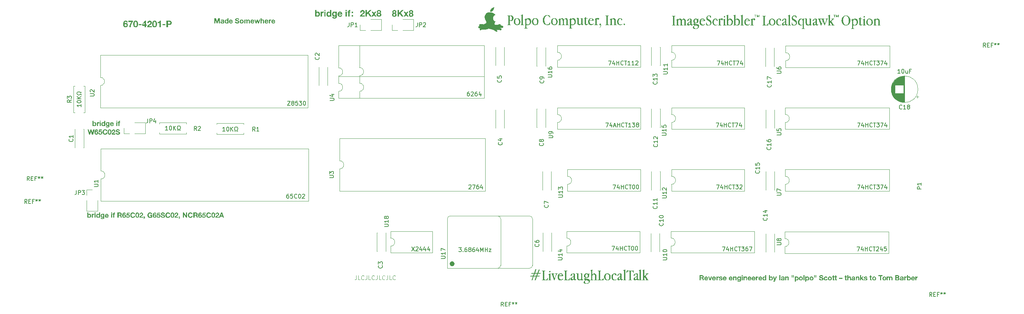
<source format=gbr>
%TF.GenerationSoftware,KiCad,Pcbnew,8.0.9*%
%TF.CreationDate,2025-03-09T10:14:33-06:00*%
%TF.ProjectId,lt-option-clone,6c742d6f-7074-4696-9f6e-2d636c6f6e65,rev?*%
%TF.SameCoordinates,Original*%
%TF.FileFunction,Legend,Top*%
%TF.FilePolarity,Positive*%
%FSLAX46Y46*%
G04 Gerber Fmt 4.6, Leading zero omitted, Abs format (unit mm)*
G04 Created by KiCad (PCBNEW 8.0.9) date 2025-03-09 10:14:33*
%MOMM*%
%LPD*%
G01*
G04 APERTURE LIST*
%ADD10C,0.000000*%
%ADD11C,0.100000*%
%ADD12C,0.320000*%
%ADD13C,0.250000*%
%ADD14C,0.150000*%
%ADD15C,0.120000*%
%ADD16C,0.617961*%
G04 APERTURE END LIST*
D10*
G36*
X141640342Y-50564181D02*
G01*
X141642201Y-50575379D01*
X141643759Y-50587035D01*
X141645022Y-50599065D01*
X141645994Y-50611386D01*
X141646681Y-50623912D01*
X141647090Y-50636562D01*
X141647224Y-50649250D01*
X141646771Y-50677132D01*
X141645425Y-50704991D01*
X141643206Y-50732805D01*
X141640134Y-50760551D01*
X141636231Y-50788207D01*
X141631516Y-50815749D01*
X141626010Y-50843156D01*
X141619734Y-50870404D01*
X141612707Y-50897471D01*
X141604951Y-50924335D01*
X141596485Y-50950972D01*
X141587331Y-50977360D01*
X141577507Y-51003477D01*
X141567036Y-51029299D01*
X141555937Y-51054805D01*
X141544230Y-51079971D01*
X141528406Y-51111629D01*
X141511663Y-51142648D01*
X141494046Y-51172979D01*
X141475596Y-51202575D01*
X141456358Y-51231389D01*
X141436373Y-51259374D01*
X141415685Y-51286482D01*
X141394335Y-51312666D01*
X141363564Y-51348580D01*
X141330352Y-51383182D01*
X141294950Y-51416335D01*
X141257607Y-51447899D01*
X141218573Y-51477736D01*
X141178098Y-51505707D01*
X141136431Y-51531672D01*
X141093822Y-51555494D01*
X141050521Y-51577034D01*
X141006778Y-51596151D01*
X140962842Y-51612709D01*
X140918964Y-51626567D01*
X140875392Y-51637588D01*
X140832378Y-51645631D01*
X140790169Y-51650559D01*
X140749017Y-51652233D01*
X140739749Y-51652084D01*
X140730592Y-51651667D01*
X140721659Y-51651027D01*
X140713060Y-51650209D01*
X140704908Y-51649256D01*
X140697314Y-51648214D01*
X140690390Y-51647128D01*
X140684247Y-51646041D01*
X140683038Y-51640443D01*
X140681628Y-51632773D01*
X140680128Y-51623329D01*
X140678651Y-51612406D01*
X140677308Y-51600300D01*
X140676210Y-51587306D01*
X140675470Y-51573721D01*
X140675198Y-51559840D01*
X140676654Y-51513555D01*
X140680907Y-51467475D01*
X140687784Y-51421725D01*
X140697113Y-51376432D01*
X140708722Y-51331722D01*
X140722439Y-51287722D01*
X140738091Y-51244557D01*
X140755506Y-51202355D01*
X140774511Y-51161241D01*
X140794935Y-51121341D01*
X140816605Y-51082783D01*
X140839348Y-51045691D01*
X140862993Y-51010193D01*
X140887367Y-50976414D01*
X140912297Y-50944482D01*
X140937612Y-50914521D01*
X140971322Y-50877525D01*
X141007465Y-50841815D01*
X141045809Y-50807528D01*
X141086120Y-50774802D01*
X141128164Y-50743771D01*
X141171707Y-50714575D01*
X141216515Y-50687348D01*
X141262355Y-50662228D01*
X141308993Y-50639352D01*
X141356196Y-50618856D01*
X141403729Y-50600877D01*
X141451359Y-50585552D01*
X141498853Y-50573017D01*
X141545976Y-50563410D01*
X141592495Y-50556867D01*
X141638176Y-50553524D01*
X141640342Y-50564181D01*
G37*
G36*
X140614400Y-51765200D02*
G01*
X140660591Y-51766617D01*
X140704962Y-51768682D01*
X140744712Y-51771328D01*
X140777039Y-51774487D01*
X140820482Y-51780586D01*
X140867944Y-51788722D01*
X140918352Y-51798655D01*
X140970635Y-51810146D01*
X141023722Y-51822953D01*
X141076541Y-51836838D01*
X141128021Y-51851560D01*
X141177090Y-51866879D01*
X141240490Y-51887358D01*
X141295676Y-51904979D01*
X141318107Y-51912449D01*
X141340644Y-51920718D01*
X141362590Y-51929466D01*
X141383246Y-51938376D01*
X141401916Y-51947130D01*
X141417901Y-51955409D01*
X141424669Y-51959272D01*
X141430504Y-51962896D01*
X141435319Y-51966243D01*
X141439027Y-51969273D01*
X141440468Y-51970526D01*
X141442273Y-51971952D01*
X141444416Y-51973534D01*
X141446870Y-51975256D01*
X141452606Y-51979051D01*
X141459268Y-51983203D01*
X141466644Y-51987579D01*
X141474523Y-51992044D01*
X141482691Y-51996464D01*
X141490938Y-52000705D01*
X141513152Y-52012352D01*
X141540684Y-52027621D01*
X141571665Y-52045401D01*
X141604226Y-52064582D01*
X141636497Y-52084054D01*
X141666607Y-52102705D01*
X141692689Y-52119424D01*
X141712871Y-52133103D01*
X141720608Y-52138661D01*
X141729673Y-52145508D01*
X141739744Y-52153370D01*
X141750495Y-52161975D01*
X141761603Y-52171049D01*
X141772744Y-52180319D01*
X141783596Y-52189510D01*
X141793833Y-52198349D01*
X141814662Y-52216580D01*
X141836160Y-52234901D01*
X141855783Y-52251257D01*
X141870986Y-52263595D01*
X141876159Y-52267887D01*
X141881753Y-52272855D01*
X141887739Y-52278465D01*
X141894090Y-52284684D01*
X141900777Y-52291477D01*
X141907772Y-52298809D01*
X141922575Y-52314957D01*
X141938272Y-52332854D01*
X141954638Y-52352225D01*
X141971448Y-52372797D01*
X141988477Y-52394297D01*
X141956587Y-52405409D01*
X141925282Y-52417729D01*
X141894589Y-52431228D01*
X141864536Y-52445878D01*
X141835151Y-52461652D01*
X141806464Y-52478520D01*
X141778501Y-52496456D01*
X141751290Y-52515430D01*
X141724860Y-52535416D01*
X141699239Y-52556384D01*
X141674455Y-52578307D01*
X141650536Y-52601157D01*
X141627510Y-52624905D01*
X141605406Y-52649524D01*
X141584250Y-52674985D01*
X141564072Y-52701261D01*
X141544899Y-52728323D01*
X141526759Y-52756143D01*
X141509682Y-52784693D01*
X141493693Y-52813945D01*
X141478823Y-52843871D01*
X141465098Y-52874444D01*
X141452547Y-52905634D01*
X141441198Y-52937413D01*
X141431079Y-52969755D01*
X141422218Y-53002630D01*
X141414644Y-53036010D01*
X141408383Y-53069868D01*
X141403465Y-53104176D01*
X141399917Y-53138905D01*
X141397768Y-53174026D01*
X141397045Y-53209513D01*
X141397755Y-53244667D01*
X141399864Y-53279463D01*
X141408173Y-53347871D01*
X141421754Y-53414519D01*
X141440390Y-53479190D01*
X141463862Y-53541664D01*
X141491951Y-53601724D01*
X141524440Y-53659151D01*
X141561110Y-53713728D01*
X141601743Y-53765235D01*
X141646120Y-53813454D01*
X141694024Y-53858168D01*
X141745236Y-53899158D01*
X141799538Y-53936205D01*
X141856711Y-53969092D01*
X141916538Y-53997599D01*
X141978799Y-54021510D01*
X141929564Y-54120018D01*
X141857978Y-54264321D01*
X141832722Y-54316884D01*
X141813002Y-54359690D01*
X141797703Y-54395219D01*
X141785707Y-54425949D01*
X141775900Y-54454356D01*
X141767163Y-54482920D01*
X141762185Y-54501158D01*
X141757791Y-54519545D01*
X141753982Y-54537974D01*
X141750762Y-54556337D01*
X141748134Y-54574527D01*
X141746100Y-54592437D01*
X141744664Y-54609959D01*
X141743827Y-54626986D01*
X141743593Y-54643410D01*
X141743965Y-54659123D01*
X141744945Y-54674019D01*
X141746536Y-54687990D01*
X141748741Y-54700929D01*
X141751562Y-54712727D01*
X141755003Y-54723279D01*
X141759067Y-54732475D01*
X141762601Y-54738723D01*
X141766736Y-54745107D01*
X141771414Y-54751575D01*
X141776577Y-54758074D01*
X141782166Y-54764550D01*
X141788125Y-54770951D01*
X141794394Y-54777224D01*
X141800917Y-54783315D01*
X141807636Y-54789172D01*
X141814491Y-54794741D01*
X141821427Y-54799970D01*
X141828384Y-54804806D01*
X141835304Y-54809195D01*
X141842131Y-54813084D01*
X141848805Y-54816421D01*
X141855270Y-54819153D01*
X141869252Y-54824083D01*
X141884869Y-54828864D01*
X141901999Y-54833476D01*
X141920523Y-54837905D01*
X141940323Y-54842133D01*
X141961279Y-54846143D01*
X142006181Y-54853443D01*
X142054276Y-54859671D01*
X142104609Y-54864694D01*
X142156225Y-54868377D01*
X142208171Y-54870588D01*
X142263535Y-54871748D01*
X142282845Y-54871760D01*
X142298182Y-54871302D01*
X142310750Y-54870308D01*
X142321756Y-54868712D01*
X142332405Y-54866446D01*
X142343902Y-54863444D01*
X142383773Y-54852817D01*
X142433913Y-54840227D01*
X142485482Y-54827814D01*
X142529639Y-54817724D01*
X142551897Y-54812306D01*
X142586253Y-54803317D01*
X142628022Y-54792006D01*
X142672514Y-54779624D01*
X142744702Y-54759470D01*
X142804689Y-54743407D01*
X142854429Y-54731060D01*
X142895876Y-54722057D01*
X142930982Y-54716023D01*
X142961702Y-54712584D01*
X142989989Y-54711367D01*
X143017796Y-54711996D01*
X143027780Y-54712619D01*
X143037420Y-54713429D01*
X143046784Y-54714445D01*
X143055940Y-54715687D01*
X143064957Y-54717175D01*
X143073902Y-54718928D01*
X143082844Y-54720966D01*
X143091852Y-54723307D01*
X143100994Y-54725973D01*
X143110339Y-54728982D01*
X143119954Y-54732353D01*
X143129908Y-54736107D01*
X143140269Y-54740262D01*
X143151107Y-54744839D01*
X143174482Y-54755335D01*
X143188530Y-54762101D01*
X143201409Y-54768855D01*
X143213155Y-54775641D01*
X143223804Y-54782504D01*
X143233392Y-54789486D01*
X143241957Y-54796632D01*
X143245867Y-54800280D01*
X143249534Y-54803986D01*
X143252963Y-54807755D01*
X143256159Y-54811592D01*
X143259126Y-54815503D01*
X143261869Y-54819494D01*
X143264392Y-54823569D01*
X143266700Y-54827735D01*
X143268797Y-54831997D01*
X143270688Y-54836361D01*
X143272377Y-54840831D01*
X143273869Y-54845413D01*
X143275169Y-54850114D01*
X143276281Y-54854938D01*
X143277958Y-54864978D01*
X143278938Y-54875577D01*
X143279257Y-54886780D01*
X143279105Y-54895043D01*
X143278647Y-54903229D01*
X143277876Y-54911355D01*
X143276786Y-54919433D01*
X143275373Y-54927478D01*
X143273631Y-54935503D01*
X143271554Y-54943522D01*
X143269137Y-54951550D01*
X143266373Y-54959600D01*
X143263258Y-54967687D01*
X143259785Y-54975824D01*
X143255950Y-54984024D01*
X143251747Y-54992303D01*
X143247169Y-55000675D01*
X143242213Y-55009152D01*
X143236871Y-55017749D01*
X143215915Y-55051086D01*
X143376412Y-55053944D01*
X143536908Y-55057278D01*
X143611679Y-55073470D01*
X143627150Y-55077022D01*
X143642576Y-55080815D01*
X143657556Y-55084730D01*
X143671687Y-55088651D01*
X143684568Y-55092460D01*
X143695797Y-55096040D01*
X143704972Y-55099274D01*
X143711691Y-55102045D01*
X143723218Y-55107552D01*
X143736040Y-55113594D01*
X143759317Y-55124429D01*
X143765441Y-55127606D01*
X143771655Y-55131403D01*
X143777935Y-55135795D01*
X143784260Y-55140755D01*
X143790608Y-55146257D01*
X143796955Y-55152273D01*
X143803281Y-55158777D01*
X143809561Y-55165744D01*
X143815775Y-55173145D01*
X143821899Y-55180956D01*
X143827912Y-55189148D01*
X143833791Y-55197697D01*
X143839513Y-55206575D01*
X143845057Y-55215755D01*
X143850400Y-55225212D01*
X143855520Y-55234919D01*
X143859948Y-55243987D01*
X143863961Y-55252684D01*
X143867576Y-55261106D01*
X143870812Y-55269350D01*
X143873688Y-55277513D01*
X143876222Y-55285692D01*
X143878435Y-55293985D01*
X143880344Y-55302487D01*
X143881968Y-55311296D01*
X143883327Y-55320509D01*
X143884439Y-55330223D01*
X143885322Y-55340535D01*
X143885997Y-55351541D01*
X143886480Y-55363340D01*
X143886793Y-55376027D01*
X143886952Y-55389700D01*
X143886421Y-55408051D01*
X143884828Y-55425778D01*
X143882171Y-55442883D01*
X143878446Y-55459366D01*
X143873653Y-55475231D01*
X143867789Y-55490477D01*
X143860852Y-55505107D01*
X143852840Y-55519121D01*
X143843751Y-55532521D01*
X143833583Y-55545309D01*
X143822333Y-55557486D01*
X143810000Y-55569053D01*
X143796581Y-55580012D01*
X143782075Y-55590363D01*
X143766479Y-55600109D01*
X143749792Y-55609251D01*
X143738380Y-55614907D01*
X143733229Y-55617321D01*
X143728331Y-55619491D01*
X143723600Y-55621437D01*
X143718951Y-55623182D01*
X143714296Y-55624748D01*
X143709549Y-55626158D01*
X143704623Y-55627434D01*
X143699432Y-55628599D01*
X143693890Y-55629674D01*
X143687909Y-55630683D01*
X143681404Y-55631646D01*
X143674288Y-55632588D01*
X143657875Y-55634492D01*
X143644466Y-55635673D01*
X143629092Y-55636703D01*
X143612066Y-55637565D01*
X143593701Y-55638243D01*
X143574309Y-55638720D01*
X143554202Y-55638980D01*
X143533693Y-55639005D01*
X143513095Y-55638779D01*
X143422608Y-55636874D01*
X143369269Y-55611632D01*
X143341892Y-55599208D01*
X143329707Y-55594061D01*
X143318228Y-55589569D01*
X143307231Y-55585687D01*
X143296494Y-55582374D01*
X143285795Y-55579587D01*
X143274911Y-55577283D01*
X143263620Y-55575420D01*
X143251698Y-55573956D01*
X143238925Y-55572847D01*
X143225076Y-55572052D01*
X143209929Y-55571527D01*
X143193263Y-55571230D01*
X143154479Y-55571151D01*
X143114164Y-55571671D01*
X143072520Y-55572811D01*
X143031166Y-55574475D01*
X142991721Y-55576569D01*
X142955803Y-55578997D01*
X142925031Y-55581666D01*
X142901023Y-55584480D01*
X142885398Y-55587344D01*
X142881933Y-55588291D01*
X142878862Y-55589257D01*
X142876183Y-55590243D01*
X142873896Y-55591247D01*
X142872001Y-55592269D01*
X142870498Y-55593308D01*
X142869385Y-55594366D01*
X142868975Y-55594901D01*
X142868662Y-55595440D01*
X142868447Y-55595983D01*
X142868330Y-55596531D01*
X142868310Y-55597083D01*
X142868387Y-55597638D01*
X142868561Y-55598198D01*
X142868833Y-55598762D01*
X142869668Y-55599901D01*
X142870891Y-55601056D01*
X142872502Y-55602225D01*
X142874500Y-55603409D01*
X142876885Y-55604608D01*
X142879657Y-55605820D01*
X142882814Y-55607046D01*
X142886358Y-55608286D01*
X142890286Y-55609538D01*
X142894599Y-55610802D01*
X142899297Y-55612079D01*
X142904378Y-55613368D01*
X142909843Y-55614669D01*
X142921921Y-55617302D01*
X142935528Y-55619978D01*
X142950660Y-55622693D01*
X142967313Y-55625444D01*
X143047160Y-55638258D01*
X143098877Y-55646875D01*
X143135415Y-55653706D01*
X143169719Y-55661162D01*
X143197542Y-55667893D01*
X143223707Y-55674825D01*
X143247985Y-55681890D01*
X143270149Y-55689023D01*
X143289968Y-55696156D01*
X143307214Y-55703221D01*
X143314801Y-55706708D01*
X143321659Y-55710153D01*
X143327759Y-55713548D01*
X143333073Y-55716884D01*
X143344391Y-55724692D01*
X143355461Y-55732732D01*
X143366249Y-55740971D01*
X143376717Y-55749373D01*
X143386831Y-55757904D01*
X143396555Y-55766527D01*
X143405853Y-55775210D01*
X143414691Y-55783916D01*
X143423031Y-55792611D01*
X143430839Y-55801260D01*
X143438080Y-55809828D01*
X143444717Y-55818281D01*
X143450715Y-55826582D01*
X143456038Y-55834698D01*
X143460651Y-55842594D01*
X143464518Y-55850234D01*
X143466923Y-55855779D01*
X143469134Y-55862019D01*
X143471146Y-55868905D01*
X143472957Y-55876383D01*
X143474561Y-55884403D01*
X143475954Y-55892912D01*
X143477132Y-55901860D01*
X143478091Y-55911194D01*
X143478827Y-55920863D01*
X143479336Y-55930815D01*
X143479613Y-55940999D01*
X143479654Y-55951363D01*
X143479455Y-55961855D01*
X143479012Y-55972424D01*
X143478321Y-55983018D01*
X143477377Y-55993585D01*
X143474366Y-56021248D01*
X143472782Y-56033016D01*
X143471059Y-56043614D01*
X143469133Y-56053192D01*
X143466937Y-56061905D01*
X143464409Y-56069906D01*
X143461482Y-56077345D01*
X143458092Y-56084378D01*
X143454174Y-56091156D01*
X143449662Y-56097832D01*
X143444493Y-56104559D01*
X143438601Y-56111489D01*
X143431922Y-56118776D01*
X143424390Y-56126573D01*
X143415941Y-56135031D01*
X143403351Y-56147159D01*
X143391215Y-56158030D01*
X143379405Y-56167679D01*
X143367795Y-56176145D01*
X143362025Y-56179945D01*
X143356257Y-56183464D01*
X143350476Y-56186705D01*
X143344665Y-56189673D01*
X143338809Y-56192372D01*
X143332891Y-56194808D01*
X143326897Y-56196986D01*
X143320810Y-56198908D01*
X143314613Y-56200581D01*
X143308292Y-56202009D01*
X143301831Y-56203196D01*
X143295213Y-56204148D01*
X143288423Y-56204868D01*
X143281444Y-56205362D01*
X143266860Y-56205687D01*
X143251332Y-56205162D01*
X143234733Y-56203822D01*
X143216938Y-56201706D01*
X143197819Y-56198849D01*
X143173235Y-56194902D01*
X143151436Y-56190938D01*
X143140986Y-56188792D01*
X143130519Y-56186450D01*
X143119797Y-56183851D01*
X143108581Y-56180930D01*
X143083718Y-56173869D01*
X143054028Y-56164760D01*
X143017607Y-56153095D01*
X142972552Y-56138366D01*
X142918775Y-56120986D01*
X142875419Y-56107469D01*
X142840490Y-56097344D01*
X142811996Y-56090145D01*
X142799540Y-56087495D01*
X142787945Y-56085401D01*
X142776962Y-56083803D01*
X142766343Y-56082644D01*
X142745199Y-56081405D01*
X142722520Y-56081215D01*
X142703171Y-56081493D01*
X142685864Y-56082101D01*
X142677485Y-56082589D01*
X142669026Y-56083233D01*
X142660291Y-56084057D01*
X142651083Y-56085085D01*
X142630461Y-56087852D01*
X142605587Y-56091730D01*
X142574885Y-56096914D01*
X142536783Y-56103599D01*
X142520305Y-56106132D01*
X142501935Y-56108681D01*
X142482192Y-56111175D01*
X142461595Y-56113541D01*
X142440664Y-56115705D01*
X142419916Y-56117596D01*
X142399872Y-56119141D01*
X142381049Y-56120268D01*
X142353447Y-56122022D01*
X142330701Y-56123765D01*
X142312352Y-56125575D01*
X142297944Y-56127530D01*
X142292074Y-56128587D01*
X142287018Y-56129709D01*
X142282718Y-56130906D01*
X142279117Y-56132189D01*
X142276158Y-56133566D01*
X142273783Y-56135048D01*
X142271936Y-56136645D01*
X142270559Y-56138366D01*
X142270303Y-56138944D01*
X142270164Y-56139612D01*
X142270144Y-56140375D01*
X142270251Y-56141239D01*
X142270486Y-56142209D01*
X142270857Y-56143291D01*
X142271366Y-56144491D01*
X142272018Y-56145814D01*
X142272818Y-56147266D01*
X142273771Y-56148854D01*
X142274881Y-56150581D01*
X142276152Y-56152455D01*
X142279197Y-56156662D01*
X142282942Y-56161523D01*
X142287424Y-56167081D01*
X142292679Y-56173382D01*
X142298743Y-56180471D01*
X142305653Y-56188394D01*
X142313445Y-56197196D01*
X142322154Y-56206922D01*
X142331818Y-56217618D01*
X142342473Y-56229329D01*
X142355358Y-56243999D01*
X142367396Y-56258527D01*
X142378578Y-56272897D01*
X142388893Y-56287089D01*
X142398331Y-56301086D01*
X142406884Y-56314870D01*
X142414541Y-56328422D01*
X142421292Y-56341724D01*
X142427129Y-56354758D01*
X142432040Y-56367507D01*
X142436016Y-56379951D01*
X142439048Y-56392073D01*
X142441125Y-56403854D01*
X142442238Y-56415277D01*
X142442377Y-56426323D01*
X142441533Y-56436974D01*
X142439735Y-56448021D01*
X142437063Y-56459137D01*
X142433578Y-56470235D01*
X142429344Y-56481228D01*
X142424424Y-56492028D01*
X142418880Y-56502548D01*
X142412775Y-56512702D01*
X142406172Y-56522401D01*
X142399133Y-56531559D01*
X142391722Y-56540088D01*
X142384001Y-56547902D01*
X142376034Y-56554913D01*
X142367882Y-56561033D01*
X142359609Y-56566176D01*
X142355446Y-56568354D01*
X142351277Y-56570255D01*
X142347109Y-56571867D01*
X142342949Y-56573181D01*
X142337276Y-56574511D01*
X142331333Y-56575556D01*
X142318668Y-56576797D01*
X142305009Y-56576920D01*
X142290413Y-56575942D01*
X142274935Y-56573879D01*
X142258631Y-56570745D01*
X142241557Y-56566559D01*
X142223768Y-56561335D01*
X142205321Y-56555090D01*
X142186271Y-56547839D01*
X142166674Y-56539599D01*
X142146586Y-56530386D01*
X142126062Y-56520216D01*
X142105159Y-56509105D01*
X142083933Y-56497068D01*
X142062438Y-56484123D01*
X142038473Y-56468605D01*
X142011092Y-56449721D01*
X141980631Y-56427723D01*
X141947424Y-56402862D01*
X141911806Y-56375390D01*
X141874111Y-56345556D01*
X141834675Y-56313613D01*
X141793833Y-56279811D01*
X141755547Y-56248303D01*
X141720520Y-56220451D01*
X141688485Y-56196070D01*
X141659174Y-56174977D01*
X141632317Y-56156986D01*
X141607649Y-56141915D01*
X141596052Y-56135416D01*
X141584901Y-56129578D01*
X141574163Y-56124377D01*
X141563804Y-56119792D01*
X141550789Y-56115291D01*
X141528979Y-56108704D01*
X141499042Y-56100219D01*
X141461649Y-56090026D01*
X141367173Y-56065276D01*
X141250908Y-56035971D01*
X141028500Y-55980071D01*
X140939619Y-55957145D01*
X140881814Y-55941674D01*
X140839973Y-55930379D01*
X140803635Y-55920964D01*
X140771561Y-55913169D01*
X140742511Y-55906729D01*
X140715248Y-55901383D01*
X140688531Y-55896869D01*
X140661123Y-55892924D01*
X140631783Y-55889286D01*
X140600088Y-55885514D01*
X140570749Y-55881696D01*
X140543798Y-55877834D01*
X140519269Y-55873927D01*
X140497196Y-55869976D01*
X140477612Y-55865980D01*
X140460551Y-55861939D01*
X140446046Y-55857854D01*
X140440840Y-55856135D01*
X140435875Y-55854328D01*
X140431059Y-55852368D01*
X140426296Y-55850189D01*
X140421495Y-55847725D01*
X140416561Y-55844911D01*
X140411401Y-55841682D01*
X140405922Y-55837970D01*
X140400029Y-55833712D01*
X140393630Y-55828842D01*
X140386631Y-55823293D01*
X140378939Y-55817001D01*
X140370460Y-55809899D01*
X140361100Y-55801922D01*
X140339366Y-55783083D01*
X140332516Y-55777165D01*
X140326001Y-55771638D01*
X140319977Y-55766624D01*
X140314601Y-55762247D01*
X140310028Y-55758628D01*
X140306415Y-55755892D01*
X140303919Y-55754160D01*
X140303138Y-55753709D01*
X140302695Y-55753555D01*
X140301879Y-55753611D01*
X140300951Y-55753776D01*
X140299913Y-55754050D01*
X140298768Y-55754431D01*
X140296166Y-55755508D01*
X140293162Y-55756993D01*
X140289776Y-55758875D01*
X140286027Y-55761140D01*
X140281933Y-55763776D01*
X140277513Y-55766771D01*
X140272786Y-55770112D01*
X140267771Y-55773786D01*
X140262487Y-55777782D01*
X140256952Y-55782085D01*
X140251186Y-55786685D01*
X140245207Y-55791567D01*
X140239034Y-55796721D01*
X140232686Y-55802132D01*
X140223253Y-55810253D01*
X140213707Y-55818186D01*
X140204042Y-55825934D01*
X140194258Y-55833498D01*
X140184352Y-55840881D01*
X140174319Y-55848084D01*
X140164158Y-55855111D01*
X140153866Y-55861962D01*
X140143441Y-55868640D01*
X140132878Y-55875147D01*
X140122176Y-55881485D01*
X140111331Y-55887657D01*
X140100342Y-55893664D01*
X140089204Y-55899508D01*
X140077916Y-55905192D01*
X140066474Y-55910717D01*
X140049947Y-55918406D01*
X140033711Y-55925593D01*
X140017688Y-55932300D01*
X140001801Y-55938549D01*
X139985973Y-55944362D01*
X139970126Y-55949763D01*
X139954183Y-55954773D01*
X139938066Y-55959414D01*
X139921698Y-55963710D01*
X139905001Y-55967682D01*
X139887898Y-55971352D01*
X139870312Y-55974744D01*
X139852165Y-55977878D01*
X139833379Y-55980779D01*
X139793583Y-55985965D01*
X139782841Y-55987253D01*
X139778063Y-55987941D01*
X139773633Y-55988674D01*
X139769512Y-55989463D01*
X139765664Y-55990318D01*
X139762052Y-55991252D01*
X139758638Y-55992276D01*
X139755387Y-55993399D01*
X139752260Y-55994635D01*
X139749221Y-55995993D01*
X139746234Y-55997485D01*
X139743260Y-55999122D01*
X139740263Y-56000915D01*
X139737206Y-56002876D01*
X139734052Y-56005015D01*
X139712621Y-56020255D01*
X139653566Y-56015493D01*
X139638210Y-56014604D01*
X139617073Y-56013737D01*
X139561292Y-56012159D01*
X139493903Y-56010939D01*
X139422585Y-56010254D01*
X139331755Y-56010239D01*
X139300209Y-56010572D01*
X139276019Y-56011206D01*
X139257767Y-56012198D01*
X139244035Y-56013602D01*
X139233407Y-56015476D01*
X139224465Y-56017874D01*
X139220427Y-56018996D01*
X139215940Y-56020046D01*
X139210920Y-56021027D01*
X139205288Y-56021944D01*
X139198961Y-56022803D01*
X139191857Y-56023608D01*
X139183896Y-56024365D01*
X139174994Y-56025077D01*
X139154046Y-56026390D01*
X139128359Y-56027585D01*
X139097281Y-56028702D01*
X139060158Y-56029780D01*
X138965868Y-56032868D01*
X138930692Y-56034410D01*
X138899126Y-56036269D01*
X138867896Y-56038686D01*
X138833724Y-56041902D01*
X138743452Y-56051687D01*
X138701818Y-56056348D01*
X138665861Y-56060751D01*
X138635048Y-56064998D01*
X138608852Y-56069190D01*
X138586741Y-56073426D01*
X138568185Y-56077807D01*
X138552654Y-56082433D01*
X138539617Y-56087406D01*
X138537140Y-56088591D01*
X138534198Y-56090163D01*
X138530829Y-56092098D01*
X138527071Y-56094371D01*
X138518537Y-56099830D01*
X138508899Y-56106337D01*
X138498457Y-56113693D01*
X138487512Y-56121696D01*
X138476367Y-56130146D01*
X138465322Y-56138841D01*
X138441259Y-56157809D01*
X138431156Y-56165560D01*
X138422117Y-56172261D01*
X138413978Y-56177987D01*
X138406570Y-56182817D01*
X138399730Y-56186828D01*
X138393289Y-56190098D01*
X138387083Y-56192703D01*
X138380946Y-56194722D01*
X138374711Y-56196231D01*
X138368212Y-56197309D01*
X138361283Y-56198032D01*
X138353759Y-56198478D01*
X138336258Y-56198849D01*
X138322642Y-56198772D01*
X138316859Y-56198641D01*
X138311627Y-56198417D01*
X138306847Y-56198075D01*
X138302420Y-56197593D01*
X138298247Y-56196946D01*
X138294229Y-56196110D01*
X138290267Y-56195063D01*
X138286261Y-56193779D01*
X138282114Y-56192237D01*
X138277724Y-56190410D01*
X138272995Y-56188277D01*
X138267825Y-56185813D01*
X138255772Y-56179799D01*
X138247213Y-56175337D01*
X138239032Y-56170784D01*
X138231224Y-56166126D01*
X138223783Y-56161350D01*
X138216703Y-56156441D01*
X138209977Y-56151388D01*
X138203600Y-56146175D01*
X138197565Y-56140791D01*
X138191867Y-56135221D01*
X138186498Y-56129452D01*
X138181454Y-56123470D01*
X138176728Y-56117263D01*
X138172313Y-56110816D01*
X138168204Y-56104117D01*
X138164395Y-56097152D01*
X138160879Y-56089907D01*
X138157651Y-56082369D01*
X138154704Y-56074524D01*
X138152032Y-56066360D01*
X138149630Y-56057862D01*
X138147490Y-56049018D01*
X138145607Y-56039813D01*
X138143976Y-56030235D01*
X138142588Y-56020270D01*
X138141440Y-56009904D01*
X138140524Y-55999125D01*
X138139834Y-55987918D01*
X138139364Y-55976271D01*
X138139062Y-55951600D01*
X138139567Y-55925005D01*
X138140313Y-55907394D01*
X138141160Y-55892523D01*
X138142162Y-55880008D01*
X138143377Y-55869462D01*
X138144860Y-55860502D01*
X138145719Y-55856496D01*
X138146666Y-55852741D01*
X138147708Y-55849191D01*
X138148852Y-55845796D01*
X138151473Y-55839280D01*
X138155818Y-55830531D01*
X138161298Y-55821301D01*
X138167829Y-55811671D01*
X138175331Y-55801716D01*
X138183719Y-55791516D01*
X138192913Y-55781148D01*
X138202829Y-55770691D01*
X138213386Y-55760223D01*
X138224501Y-55749821D01*
X138236091Y-55739565D01*
X138248076Y-55729532D01*
X138260371Y-55719801D01*
X138272895Y-55710449D01*
X138285566Y-55701554D01*
X138298300Y-55693196D01*
X138311017Y-55685451D01*
X138318102Y-55681285D01*
X138324543Y-55677352D01*
X138330354Y-55673638D01*
X138335551Y-55670129D01*
X138340148Y-55666814D01*
X138344160Y-55663677D01*
X138347601Y-55660706D01*
X138350486Y-55657888D01*
X138352830Y-55655210D01*
X138354647Y-55652658D01*
X138355952Y-55650219D01*
X138356417Y-55649038D01*
X138356759Y-55647880D01*
X138356981Y-55646743D01*
X138357084Y-55645627D01*
X138357070Y-55644529D01*
X138356941Y-55643447D01*
X138356698Y-55642381D01*
X138356344Y-55641328D01*
X138355308Y-55639255D01*
X138354534Y-55638294D01*
X138353464Y-55637463D01*
X138352100Y-55636762D01*
X138350444Y-55636192D01*
X138348500Y-55635751D01*
X138346268Y-55635439D01*
X138343752Y-55635255D01*
X138340954Y-55635199D01*
X138334521Y-55635471D01*
X138326987Y-55636250D01*
X138318373Y-55637532D01*
X138308695Y-55639314D01*
X138297975Y-55641594D01*
X138286229Y-55644366D01*
X138273477Y-55647629D01*
X138259738Y-55651377D01*
X138245031Y-55655608D01*
X138229375Y-55660319D01*
X138212787Y-55665505D01*
X138195288Y-55671164D01*
X138126708Y-55693548D01*
X138060033Y-55693072D01*
X138038542Y-55692733D01*
X138018320Y-55691884D01*
X137999307Y-55690505D01*
X137981445Y-55688577D01*
X137964674Y-55686079D01*
X137948934Y-55682992D01*
X137934167Y-55679297D01*
X137920314Y-55674974D01*
X137907314Y-55670003D01*
X137895109Y-55664366D01*
X137883639Y-55658042D01*
X137872845Y-55651012D01*
X137862668Y-55643257D01*
X137853048Y-55634757D01*
X137843926Y-55625492D01*
X137835243Y-55615443D01*
X137830106Y-55608845D01*
X137825131Y-55602041D01*
X137820434Y-55595225D01*
X137816134Y-55588594D01*
X137812347Y-55582342D01*
X137809191Y-55576665D01*
X137807886Y-55574104D01*
X137806783Y-55571759D01*
X137805896Y-55569655D01*
X137805240Y-55567818D01*
X137802288Y-55555966D01*
X137799686Y-55541898D01*
X137797436Y-55525965D01*
X137795544Y-55508517D01*
X137792841Y-55470481D01*
X137791607Y-55430598D01*
X137791868Y-55391675D01*
X137792569Y-55373450D01*
X137793653Y-55356519D01*
X137795126Y-55341231D01*
X137796990Y-55327937D01*
X137799249Y-55316989D01*
X137801906Y-55308737D01*
X137803046Y-55306268D01*
X137804407Y-55303685D01*
X137807761Y-55298209D01*
X137811907Y-55292366D01*
X137816781Y-55286212D01*
X137822323Y-55279805D01*
X137828469Y-55273200D01*
X137835158Y-55266454D01*
X137842328Y-55259624D01*
X137849916Y-55252766D01*
X137857861Y-55245937D01*
X137866100Y-55239192D01*
X137874571Y-55232590D01*
X137883213Y-55226185D01*
X137891963Y-55220035D01*
X137900759Y-55214196D01*
X137909538Y-55208725D01*
X137918623Y-55203512D01*
X137929533Y-55197652D01*
X137941861Y-55191346D01*
X137955199Y-55184794D01*
X137969139Y-55178197D01*
X137983275Y-55171756D01*
X137997199Y-55165673D01*
X138010503Y-55160148D01*
X138033037Y-55150958D01*
X138050665Y-55143509D01*
X138063973Y-55137444D01*
X138069190Y-55134819D01*
X138073547Y-55132406D01*
X138077117Y-55130161D01*
X138079974Y-55128038D01*
X138082190Y-55125993D01*
X138083838Y-55123982D01*
X138084993Y-55121960D01*
X138085728Y-55119882D01*
X138086114Y-55117704D01*
X138086227Y-55115380D01*
X138086184Y-55114307D01*
X138086052Y-55113230D01*
X138085832Y-55112147D01*
X138085520Y-55111058D01*
X138085117Y-55109960D01*
X138084620Y-55108853D01*
X138084028Y-55107736D01*
X138083340Y-55106607D01*
X138082554Y-55105464D01*
X138081669Y-55104307D01*
X138080684Y-55103134D01*
X138079597Y-55101944D01*
X138078406Y-55100735D01*
X138077111Y-55099507D01*
X138075710Y-55098257D01*
X138074202Y-55096985D01*
X138072584Y-55095689D01*
X138070857Y-55094368D01*
X138067066Y-55091647D01*
X138062816Y-55088809D01*
X138058099Y-55085845D01*
X138052901Y-55082745D01*
X138047212Y-55079497D01*
X138041021Y-55076091D01*
X138034316Y-55072518D01*
X138026496Y-55068178D01*
X138019438Y-55063852D01*
X138016182Y-55061667D01*
X138013101Y-55059454D01*
X138010191Y-55057200D01*
X138007445Y-55054896D01*
X138004859Y-55052531D01*
X138002428Y-55050093D01*
X138000146Y-55047573D01*
X137998008Y-55044958D01*
X137996010Y-55042239D01*
X137994146Y-55039405D01*
X137992410Y-55036444D01*
X137990799Y-55033346D01*
X137989305Y-55030100D01*
X137987926Y-55026696D01*
X137986654Y-55023122D01*
X137985486Y-55019367D01*
X137984416Y-55015422D01*
X137983439Y-55011274D01*
X137982549Y-55006914D01*
X137981742Y-55002330D01*
X137980356Y-54992448D01*
X137979237Y-54981543D01*
X137978347Y-54969526D01*
X137977642Y-54956312D01*
X137977222Y-54944358D01*
X137977051Y-54933255D01*
X137977156Y-54922906D01*
X137977560Y-54913212D01*
X137978292Y-54904076D01*
X137979375Y-54895401D01*
X137980837Y-54887089D01*
X137982702Y-54879041D01*
X137984998Y-54871161D01*
X137987749Y-54863351D01*
X137990981Y-54855513D01*
X137994720Y-54847549D01*
X137998993Y-54839362D01*
X138003824Y-54830854D01*
X138009240Y-54821928D01*
X138015266Y-54812485D01*
X138034044Y-54784075D01*
X138042478Y-54771920D01*
X138050479Y-54760938D01*
X138058200Y-54750987D01*
X138065797Y-54741921D01*
X138073421Y-54733596D01*
X138081227Y-54725867D01*
X138089367Y-54718590D01*
X138097996Y-54711621D01*
X138107266Y-54704816D01*
X138117332Y-54698029D01*
X138128347Y-54691116D01*
X138140464Y-54683934D01*
X138153837Y-54676337D01*
X138168618Y-54668181D01*
X138205290Y-54648179D01*
X138413887Y-54650084D01*
X138534014Y-54651170D01*
X138572788Y-54651942D01*
X138601232Y-54653060D01*
X138622242Y-54654670D01*
X138638714Y-54656915D01*
X138653546Y-54659942D01*
X138669633Y-54663895D01*
X138680367Y-54666630D01*
X138692635Y-54669432D01*
X138706008Y-54672233D01*
X138720056Y-54674968D01*
X138734350Y-54677569D01*
X138748460Y-54679969D01*
X138761956Y-54682101D01*
X138774408Y-54683898D01*
X138802440Y-54688065D01*
X138836499Y-54693661D01*
X138872255Y-54699971D01*
X138905377Y-54706281D01*
X138938073Y-54712189D01*
X138971025Y-54717019D01*
X139003509Y-54720722D01*
X139034798Y-54723248D01*
X139064167Y-54724545D01*
X139090891Y-54724565D01*
X139103035Y-54724080D01*
X139114244Y-54723256D01*
X139124430Y-54722088D01*
X139133501Y-54720569D01*
X139140213Y-54719154D01*
X139147279Y-54717425D01*
X139154652Y-54715399D01*
X139162284Y-54713098D01*
X139178138Y-54707744D01*
X139194461Y-54701519D01*
X139210873Y-54694580D01*
X139226995Y-54687083D01*
X139242447Y-54679184D01*
X139249803Y-54675132D01*
X139256850Y-54671039D01*
X139267264Y-54665055D01*
X139272249Y-54662346D01*
X139277209Y-54659780D01*
X139282236Y-54657323D01*
X139287423Y-54654940D01*
X139292860Y-54652598D01*
X139298641Y-54650262D01*
X139304856Y-54647899D01*
X139311600Y-54645473D01*
X139318963Y-54642951D01*
X139327037Y-54640298D01*
X139345689Y-54634465D01*
X139368292Y-54627700D01*
X139377295Y-54624797D01*
X139386446Y-54621446D01*
X139395750Y-54617642D01*
X139405209Y-54613383D01*
X139414827Y-54608666D01*
X139424608Y-54603489D01*
X139434554Y-54597849D01*
X139444671Y-54591743D01*
X139454960Y-54585168D01*
X139465426Y-54578122D01*
X139476071Y-54570601D01*
X139486901Y-54562603D01*
X139497917Y-54554125D01*
X139509124Y-54545164D01*
X139520524Y-54535717D01*
X139532122Y-54525783D01*
X139540295Y-54518830D01*
X139548925Y-54511681D01*
X139557756Y-54504544D01*
X139566531Y-54497624D01*
X139574994Y-54491129D01*
X139582887Y-54485264D01*
X139589955Y-54480236D01*
X139595940Y-54476252D01*
X139602342Y-54471854D01*
X139609342Y-54466579D01*
X139616846Y-54460522D01*
X139624760Y-54453780D01*
X139632989Y-54446445D01*
X139641439Y-54438614D01*
X139650016Y-54430381D01*
X139658626Y-54421841D01*
X139667174Y-54413089D01*
X139675567Y-54404220D01*
X139683710Y-54395328D01*
X139691510Y-54386509D01*
X139698871Y-54377858D01*
X139705699Y-54369468D01*
X139711902Y-54361436D01*
X139717383Y-54353856D01*
X139721807Y-54347261D01*
X139725878Y-54340582D01*
X139729593Y-54333789D01*
X139732947Y-54326850D01*
X139735937Y-54319734D01*
X139738559Y-54312411D01*
X139740810Y-54304849D01*
X139742684Y-54297019D01*
X139744179Y-54288889D01*
X139745291Y-54280427D01*
X139746015Y-54271604D01*
X139746349Y-54262389D01*
X139746288Y-54252749D01*
X139745828Y-54242656D01*
X139744965Y-54232077D01*
X139743696Y-54220983D01*
X139742017Y-54209341D01*
X139739924Y-54197122D01*
X139734480Y-54170826D01*
X139727334Y-54141848D01*
X139718455Y-54109942D01*
X139707812Y-54074860D01*
X139695375Y-54036356D01*
X139681113Y-53994182D01*
X139664996Y-53948092D01*
X139650337Y-53907694D01*
X139636220Y-53870746D01*
X139621891Y-53835561D01*
X139606596Y-53800454D01*
X139589582Y-53763740D01*
X139570096Y-53723733D01*
X139547383Y-53678748D01*
X139520692Y-53627099D01*
X139507054Y-53600399D01*
X139493984Y-53573478D01*
X139481460Y-53546269D01*
X139469458Y-53518707D01*
X139457956Y-53490727D01*
X139446930Y-53462262D01*
X139436358Y-53433248D01*
X139426216Y-53403619D01*
X139416482Y-53373308D01*
X139407132Y-53342251D01*
X139389493Y-53277636D01*
X139373115Y-53209247D01*
X139357815Y-53136562D01*
X139347839Y-53080623D01*
X139340074Y-53027225D01*
X139334542Y-52976539D01*
X139331264Y-52928738D01*
X139330263Y-52883995D01*
X139330623Y-52862825D01*
X139331561Y-52842484D01*
X139333080Y-52822995D01*
X139335182Y-52804378D01*
X139337869Y-52786656D01*
X139341146Y-52769849D01*
X139347391Y-52742523D01*
X139354360Y-52715144D01*
X139362085Y-52687639D01*
X139370599Y-52659932D01*
X139379933Y-52631949D01*
X139390120Y-52603614D01*
X139401191Y-52574855D01*
X139413179Y-52545595D01*
X139426115Y-52515760D01*
X139440033Y-52485276D01*
X139454963Y-52454067D01*
X139470939Y-52422060D01*
X139506153Y-52355351D01*
X139545933Y-52284550D01*
X139571361Y-52240560D01*
X139592636Y-52204711D01*
X139610830Y-52175460D01*
X139627015Y-52151260D01*
X139634689Y-52140571D01*
X139642262Y-52130564D01*
X139649869Y-52121048D01*
X139657644Y-52111828D01*
X139674231Y-52093504D01*
X139693095Y-52074048D01*
X139710627Y-52057166D01*
X139729390Y-52040327D01*
X139749264Y-52023605D01*
X139770128Y-52007075D01*
X139791863Y-51990813D01*
X139814349Y-51974895D01*
X139837465Y-51959395D01*
X139861092Y-51944389D01*
X139885109Y-51929952D01*
X139909398Y-51916160D01*
X139933837Y-51903087D01*
X139958306Y-51890811D01*
X139982687Y-51879404D01*
X140006858Y-51868944D01*
X140030700Y-51859505D01*
X140054092Y-51851163D01*
X140077475Y-51843774D01*
X140104351Y-51836079D01*
X140133572Y-51828350D01*
X140163987Y-51820861D01*
X140194446Y-51813886D01*
X140223801Y-51807698D01*
X140250900Y-51802569D01*
X140274596Y-51798775D01*
X140299204Y-51794950D01*
X140327162Y-51790322D01*
X140355030Y-51785515D01*
X140379371Y-51781154D01*
X140402648Y-51777121D01*
X140426996Y-51773177D01*
X140449558Y-51769769D01*
X140467477Y-51767343D01*
X140492928Y-51765501D01*
X140527767Y-51764575D01*
X140569192Y-51764496D01*
X140614400Y-51765200D01*
G37*
D11*
G36*
X151721657Y-115930843D02*
G01*
X152263021Y-115930843D01*
X152580720Y-115037525D01*
X152827894Y-115037525D01*
X152514897Y-115930843D01*
X153095218Y-115930843D01*
X153017304Y-116059803D01*
X152433625Y-116059803D01*
X152243543Y-116575644D01*
X152870881Y-116575644D01*
X152789609Y-116704604D01*
X152166301Y-116704604D01*
X151853304Y-117693300D01*
X151601428Y-117693300D01*
X151915097Y-116704604D01*
X151373061Y-116704604D01*
X151060064Y-117693300D01*
X150812219Y-117693300D01*
X151125888Y-116704604D01*
X150514670Y-116704604D01*
X150595942Y-116575644D01*
X151203129Y-116575644D01*
X151450975Y-116575644D01*
X151996369Y-116575644D01*
X152189809Y-116059803D01*
X151640385Y-116059803D01*
X151450975Y-116575644D01*
X151203129Y-116575644D01*
X151392540Y-116059803D01*
X150734977Y-116059803D01*
X150816249Y-115930843D01*
X151473812Y-115930843D01*
X151787480Y-114942148D01*
X152038684Y-114942148D01*
X151721657Y-115930843D01*
G37*
G36*
X153978461Y-115592323D02*
G01*
X153991894Y-115466049D01*
X154078539Y-115415002D01*
X154144363Y-115404927D01*
X154198096Y-115398211D01*
X154233023Y-115384106D01*
X154245113Y-115344477D01*
X154187350Y-115286042D01*
X154061748Y-115301490D01*
X153921107Y-115314389D01*
X153792409Y-115316939D01*
X153652702Y-115313077D01*
X153550608Y-115301490D01*
X153436425Y-115286042D01*
X153386050Y-115339104D01*
X153399483Y-115379404D01*
X153434410Y-115390822D01*
X153486800Y-115394852D01*
X153552623Y-115407614D01*
X153618447Y-115460676D01*
X153629865Y-115582919D01*
X153629865Y-117324554D01*
X153627850Y-117425304D01*
X153614417Y-117489784D01*
X153577475Y-117530084D01*
X153506278Y-117556279D01*
X153451873Y-117563668D01*
X153403513Y-117567698D01*
X153368586Y-117583146D01*
X153355153Y-117620759D01*
X153436425Y-117681881D01*
X153562027Y-117670463D01*
X153699299Y-117660650D01*
X153803827Y-117659044D01*
X153949175Y-117659880D01*
X154083724Y-117662387D01*
X154224270Y-117667299D01*
X154365525Y-117675433D01*
X154380118Y-117676508D01*
X154514806Y-117685363D01*
X154658324Y-117691971D01*
X154736774Y-117693300D01*
X154814016Y-117624789D01*
X154815359Y-117600609D01*
X154821404Y-117556279D01*
X154860361Y-117192907D01*
X154864391Y-117146562D01*
X154864391Y-117123054D01*
X154852301Y-117104247D01*
X154829464Y-117092157D01*
X154757596Y-117164025D01*
X154683585Y-117276852D01*
X154627964Y-117351421D01*
X154537252Y-117450584D01*
X154449972Y-117511949D01*
X154318577Y-117556972D01*
X154229665Y-117564339D01*
X154097194Y-117540398D01*
X153998331Y-117437690D01*
X153978461Y-117319181D01*
X153978461Y-115592323D01*
G37*
G36*
X155312393Y-115286042D02*
G01*
X155192165Y-115352537D01*
X155142577Y-115480731D01*
X155141790Y-115500976D01*
X155180358Y-115632549D01*
X155192165Y-115649414D01*
X155312393Y-115715909D01*
X155431950Y-115649414D01*
X155481538Y-115521220D01*
X155482325Y-115500976D01*
X155443757Y-115369402D01*
X155431950Y-115352537D01*
X155312393Y-115286042D01*
G37*
G36*
X155458817Y-116010772D02*
G01*
X155419860Y-115930843D01*
X155386948Y-115948306D01*
X155342618Y-115991965D01*
X155274780Y-116052415D01*
X155176045Y-116120925D01*
X155056530Y-116186413D01*
X155027606Y-116201525D01*
X154975216Y-116270035D01*
X155000068Y-116309664D01*
X155054473Y-116321082D01*
X155108206Y-116364741D01*
X155133730Y-116501761D01*
X155133730Y-117400452D01*
X155123654Y-117509263D01*
X155071936Y-117564339D01*
X155028949Y-117577101D01*
X154992679Y-117582474D01*
X154965141Y-117596579D01*
X154955738Y-117632178D01*
X155014173Y-117693300D01*
X155125669Y-117679866D01*
X155259578Y-117666905D01*
X155296273Y-117666433D01*
X155434132Y-117674632D01*
X155470235Y-117679866D01*
X155606268Y-117693286D01*
X155609942Y-117693300D01*
X155679124Y-117632849D01*
X155665690Y-117594564D01*
X155630764Y-117577773D01*
X155580389Y-117568369D01*
X155520610Y-117549563D01*
X155472250Y-117496501D01*
X155458817Y-117393736D01*
X155458817Y-116010772D01*
G37*
G36*
X156272878Y-116398996D02*
G01*
X156238718Y-116265953D01*
X156235936Y-116250557D01*
X156226533Y-116163240D01*
X156255415Y-116105477D01*
X156319223Y-116082640D01*
X156383032Y-116065177D01*
X156412585Y-116020175D01*
X156365568Y-115977860D01*
X156261460Y-115987263D01*
X156124660Y-115995344D01*
X156013614Y-115996667D01*
X155875083Y-115992206D01*
X155812114Y-115985248D01*
X155712036Y-115973830D01*
X155657630Y-116022862D01*
X155683154Y-116065177D01*
X155746291Y-116091372D01*
X155829577Y-116161897D01*
X155896203Y-116282243D01*
X155913536Y-116330485D01*
X156334672Y-117605983D01*
X156357508Y-117670463D01*
X156400495Y-117693300D01*
X156474378Y-117610013D01*
X156923053Y-116405041D01*
X156976877Y-116276885D01*
X157017758Y-116197495D01*
X157119792Y-116104469D01*
X157123881Y-116102790D01*
X157209183Y-116082640D01*
X157248140Y-116026220D01*
X157238065Y-115985920D01*
X157193735Y-115977860D01*
X157125896Y-115983905D01*
X156985830Y-115989926D01*
X156973428Y-115989950D01*
X156834141Y-115986479D01*
X156775957Y-115981890D01*
X156667819Y-115973830D01*
X156615429Y-115981890D01*
X156601995Y-116024205D01*
X156638265Y-116070550D01*
X156717522Y-116088013D01*
X156796779Y-116118910D01*
X156833721Y-116202197D01*
X156824317Y-116287499D01*
X156789079Y-116421477D01*
X156787376Y-116426534D01*
X156547590Y-117145890D01*
X156528112Y-117169399D01*
X156505275Y-117145890D01*
X156272878Y-116398996D01*
G37*
G36*
X158099540Y-115983866D02*
G01*
X158229447Y-116019503D01*
X158318094Y-116061823D01*
X158426917Y-116142418D01*
X158482676Y-116203530D01*
X158552519Y-116321754D01*
X158581221Y-116407578D01*
X158596849Y-116541389D01*
X158565952Y-116603854D01*
X158465202Y-116618631D01*
X157610169Y-116618631D01*
X157571212Y-116629378D01*
X157563824Y-116675723D01*
X157563824Y-116761025D01*
X157569184Y-116880563D01*
X157593007Y-117024741D01*
X157642589Y-117166167D01*
X157716292Y-117285597D01*
X157735789Y-117308940D01*
X157843899Y-117403066D01*
X157969718Y-117459541D01*
X158113248Y-117478366D01*
X158165512Y-117476183D01*
X158300643Y-117443439D01*
X158315268Y-117436825D01*
X158432290Y-117366197D01*
X158513562Y-117288955D01*
X158554534Y-117254029D01*
X158585430Y-117296344D01*
X158539085Y-117408512D01*
X158509775Y-117447167D01*
X158405424Y-117540159D01*
X158322722Y-117591143D01*
X158197878Y-117647626D01*
X158062129Y-117683264D01*
X157927868Y-117693300D01*
X157908085Y-117693069D01*
X157767074Y-117676618D01*
X157639051Y-117634193D01*
X157518654Y-117561485D01*
X157416728Y-117462917D01*
X157399721Y-117441604D01*
X157325841Y-117322820D01*
X157273663Y-117193579D01*
X157254035Y-117122333D01*
X157230372Y-116979957D01*
X157223288Y-116836923D01*
X157225956Y-116752330D01*
X157242942Y-116615687D01*
X157279037Y-116479596D01*
X157288225Y-116454744D01*
X157594720Y-116454744D01*
X157594720Y-116461461D01*
X157641066Y-116489671D01*
X157892941Y-116489671D01*
X158029877Y-116483906D01*
X158168996Y-116454744D01*
X158198671Y-116439191D01*
X158256313Y-116315037D01*
X158252521Y-116280973D01*
X158177056Y-116169285D01*
X158111380Y-116128765D01*
X157974213Y-116102790D01*
X157854690Y-116121681D01*
X157737786Y-116188764D01*
X157659016Y-116278622D01*
X157606139Y-116404369D01*
X157594720Y-116454744D01*
X157288225Y-116454744D01*
X157290005Y-116449928D01*
X157351494Y-116322872D01*
X157436207Y-116207570D01*
X157448942Y-116193830D01*
X157553490Y-116103322D01*
X157673977Y-116034952D01*
X157700013Y-116024028D01*
X157836744Y-115985529D01*
X157974213Y-115973830D01*
X158099540Y-115983866D01*
G37*
G36*
X159397477Y-115592323D02*
G01*
X159410910Y-115466049D01*
X159497555Y-115415002D01*
X159563379Y-115404927D01*
X159617112Y-115398211D01*
X159652039Y-115384106D01*
X159664129Y-115344477D01*
X159606366Y-115286042D01*
X159480764Y-115301490D01*
X159340123Y-115314389D01*
X159211425Y-115316939D01*
X159071718Y-115313077D01*
X158969624Y-115301490D01*
X158855441Y-115286042D01*
X158805066Y-115339104D01*
X158818499Y-115379404D01*
X158853426Y-115390822D01*
X158905816Y-115394852D01*
X158971639Y-115407614D01*
X159037463Y-115460676D01*
X159048881Y-115582919D01*
X159048881Y-117324554D01*
X159046866Y-117425304D01*
X159033433Y-117489784D01*
X158996491Y-117530084D01*
X158925294Y-117556279D01*
X158870889Y-117563668D01*
X158822529Y-117567698D01*
X158787603Y-117583146D01*
X158774169Y-117620759D01*
X158855441Y-117681881D01*
X158981043Y-117670463D01*
X159118315Y-117660650D01*
X159222843Y-117659044D01*
X159368191Y-117659880D01*
X159502740Y-117662387D01*
X159643286Y-117667299D01*
X159784541Y-117675433D01*
X159799134Y-117676508D01*
X159933822Y-117685363D01*
X160077341Y-117691971D01*
X160155790Y-117693300D01*
X160233032Y-117624789D01*
X160234375Y-117600609D01*
X160240420Y-117556279D01*
X160279377Y-117192907D01*
X160283407Y-117146562D01*
X160283407Y-117123054D01*
X160271317Y-117104247D01*
X160248480Y-117092157D01*
X160176612Y-117164025D01*
X160102602Y-117276852D01*
X160046980Y-117351421D01*
X159956268Y-117450584D01*
X159868988Y-117511949D01*
X159737593Y-117556972D01*
X159648681Y-117564339D01*
X159516210Y-117540398D01*
X159417348Y-117437690D01*
X159397477Y-117319181D01*
X159397477Y-115592323D01*
G37*
G36*
X161164157Y-115975955D02*
G01*
X161297625Y-116000697D01*
X161411137Y-116079953D01*
X161413545Y-116083252D01*
X161461512Y-116209585D01*
X161466802Y-116249675D01*
X161473602Y-116387577D01*
X161473602Y-117221789D01*
X161473979Y-117256481D01*
X161489051Y-117395079D01*
X161570322Y-117452171D01*
X161647564Y-117416572D01*
X161717418Y-117380302D01*
X161763763Y-117434036D01*
X161728836Y-117504561D01*
X161645549Y-117585161D01*
X161540769Y-117653671D01*
X161438675Y-117682553D01*
X161396269Y-117679628D01*
X161272102Y-117621431D01*
X161222824Y-117561682D01*
X161163963Y-117438066D01*
X161141127Y-117438066D01*
X161059855Y-117502546D01*
X160985898Y-117558683D01*
X160869773Y-117637551D01*
X160806517Y-117669291D01*
X160672974Y-117693300D01*
X160593643Y-117684093D01*
X160473489Y-117615386D01*
X160422064Y-117535311D01*
X160398262Y-117399109D01*
X160403262Y-117319944D01*
X160426689Y-117237237D01*
X160742156Y-117237237D01*
X160742510Y-117255085D01*
X160782456Y-117385004D01*
X160889251Y-117435379D01*
X160981941Y-117413886D01*
X161067243Y-117353436D01*
X161131052Y-117260745D01*
X161156575Y-117139845D01*
X161156575Y-116873865D01*
X161137097Y-116833565D01*
X161098812Y-116846998D01*
X160970523Y-116900731D01*
X160956473Y-116907160D01*
X160840505Y-116985950D01*
X160764457Y-117103074D01*
X160742156Y-117237237D01*
X160426689Y-117237237D01*
X160440577Y-117188205D01*
X160474654Y-117127468D01*
X160564836Y-117022975D01*
X160642119Y-116959539D01*
X160759619Y-116883268D01*
X160766781Y-116879154D01*
X160888143Y-116813331D01*
X161013510Y-116751621D01*
X161110230Y-116704604D01*
X161146500Y-116675723D01*
X161152545Y-116621989D01*
X161152545Y-116378174D01*
X161150526Y-116303213D01*
X161127022Y-116168614D01*
X161123619Y-116160643D01*
X161001420Y-116102790D01*
X160965354Y-116105175D01*
X160842906Y-116170629D01*
X160793006Y-116240327D01*
X160730738Y-116362054D01*
X160708950Y-116408609D01*
X160636032Y-116526612D01*
X160601569Y-116559081D01*
X160468115Y-116593779D01*
X160415725Y-116574973D01*
X160394232Y-116524597D01*
X160399348Y-116470169D01*
X160446622Y-116342575D01*
X160496173Y-116266762D01*
X160593717Y-116165927D01*
X160697154Y-116092043D01*
X160818054Y-116030250D01*
X160826177Y-116026779D01*
X160961665Y-115986227D01*
X161098140Y-115973830D01*
X161164157Y-115975955D01*
G37*
G36*
X162325277Y-116004727D02*
G01*
X162315202Y-115954351D01*
X162267514Y-115938903D01*
X162213108Y-115944948D01*
X162127807Y-115950321D01*
X161993016Y-115940758D01*
X161971308Y-115936888D01*
X161853766Y-115923455D01*
X161783913Y-115985248D01*
X161816824Y-116035623D01*
X161890036Y-116055102D01*
X161965263Y-116101447D01*
X162000190Y-116229064D01*
X162000190Y-117126412D01*
X162011188Y-117267484D01*
X162049205Y-117402421D01*
X162122389Y-117524336D01*
X162139225Y-117543518D01*
X162246147Y-117628794D01*
X162374815Y-117678672D01*
X162510657Y-117693300D01*
X162645802Y-117675304D01*
X162734994Y-117642253D01*
X162853077Y-117567664D01*
X162921046Y-117500531D01*
X162960003Y-117451499D01*
X162994930Y-117424632D01*
X163006348Y-117478366D01*
X163006348Y-117636879D01*
X163052693Y-117718151D01*
X163193496Y-117681704D01*
X163323579Y-117638728D01*
X163338824Y-117633521D01*
X163446962Y-117591206D01*
X163485919Y-117532771D01*
X163459052Y-117492471D01*
X163399274Y-117482396D01*
X163338824Y-117442767D01*
X163311957Y-117313807D01*
X163311957Y-116055773D01*
X163301882Y-116007413D01*
X163254194Y-115992637D01*
X163201803Y-115996667D01*
X163114487Y-116000025D01*
X162977792Y-115992236D01*
X162946570Y-115987263D01*
X162839775Y-115973830D01*
X162773951Y-116027563D01*
X162787384Y-116060475D01*
X162822311Y-116073237D01*
X162872686Y-116082640D01*
X162933136Y-116102790D01*
X162978810Y-116155852D01*
X162990900Y-116251229D01*
X162990900Y-117075365D01*
X162977582Y-117214495D01*
X162923478Y-117346169D01*
X162896195Y-117379631D01*
X162779647Y-117456671D01*
X162650364Y-117478366D01*
X162515191Y-117448980D01*
X162411922Y-117360824D01*
X162352692Y-117240031D01*
X162327392Y-117096786D01*
X162325277Y-117033722D01*
X162325277Y-116004727D01*
G37*
G36*
X164433464Y-115978553D02*
G01*
X164565961Y-116007413D01*
X164628444Y-116033835D01*
X164745968Y-116102790D01*
X164798358Y-116074580D01*
X164873585Y-116067192D01*
X164908511Y-116067192D01*
X165016650Y-116059803D01*
X165037472Y-116057788D01*
X165074413Y-116055773D01*
X165144267Y-116076595D01*
X165163745Y-116164584D01*
X165130833Y-116180704D01*
X165036128Y-116183390D01*
X164995157Y-116184734D01*
X164932020Y-116188764D01*
X164945558Y-116228927D01*
X164978727Y-116367351D01*
X164989783Y-116502432D01*
X164988402Y-116553339D01*
X164967681Y-116694299D01*
X164915496Y-116830233D01*
X164832613Y-116944390D01*
X164779968Y-116992597D01*
X164652247Y-117068448D01*
X164511724Y-117113272D01*
X164366475Y-117134472D01*
X164295370Y-117139625D01*
X164157587Y-117168727D01*
X164084375Y-117252685D01*
X164169005Y-117335301D01*
X164238460Y-117343896D01*
X164378566Y-117349406D01*
X164467226Y-117349406D01*
X164488318Y-117349476D01*
X164627586Y-117353939D01*
X164768805Y-117367541D01*
X164861495Y-117385203D01*
X164989112Y-117432692D01*
X165035801Y-117461843D01*
X165122773Y-117564339D01*
X165153536Y-117647904D01*
X165167775Y-117783303D01*
X165167510Y-117802467D01*
X165148629Y-117942179D01*
X165099937Y-118074807D01*
X165082159Y-118108758D01*
X165007042Y-118220147D01*
X164911870Y-118319966D01*
X164873459Y-118352450D01*
X164754741Y-118431718D01*
X164629769Y-118489898D01*
X164557371Y-118514499D01*
X164416095Y-118544156D01*
X164277815Y-118553034D01*
X164182175Y-118550197D01*
X164044294Y-118533857D01*
X163911457Y-118498112D01*
X163791528Y-118436836D01*
X163734462Y-118390664D01*
X163651324Y-118272803D01*
X163623611Y-118130555D01*
X163631967Y-118065563D01*
X163655737Y-118021745D01*
X163944668Y-118021745D01*
X163946452Y-118063997D01*
X163980796Y-118197664D01*
X164058852Y-118309219D01*
X164104457Y-118348252D01*
X164232541Y-118407923D01*
X164366475Y-118424074D01*
X164473858Y-118416896D01*
X164615727Y-118379209D01*
X164734549Y-118309219D01*
X164775765Y-118271818D01*
X164854003Y-118151044D01*
X164877615Y-118017715D01*
X164874718Y-117959952D01*
X164831270Y-117830991D01*
X164808583Y-117804747D01*
X164688204Y-117738301D01*
X164578723Y-117715129D01*
X164443717Y-117703375D01*
X164376792Y-117700826D01*
X164238859Y-117696605D01*
X164095793Y-117693300D01*
X164029676Y-117763195D01*
X163965920Y-117883308D01*
X163944668Y-118021745D01*
X163655737Y-118021745D01*
X163698819Y-117942328D01*
X163798245Y-117851813D01*
X163925861Y-117758451D01*
X163968176Y-117704046D01*
X163941310Y-117661731D01*
X163890935Y-117599266D01*
X163856050Y-117554600D01*
X163776079Y-117440752D01*
X163735779Y-117328584D01*
X163768691Y-117256715D01*
X163856008Y-117204325D01*
X164003103Y-117134472D01*
X164049448Y-117100888D01*
X164007133Y-117067305D01*
X163948698Y-117026333D01*
X163854609Y-116946737D01*
X163774736Y-116831550D01*
X163728391Y-116705444D01*
X163712943Y-116568928D01*
X163714100Y-116554151D01*
X164064897Y-116554151D01*
X164067754Y-116629847D01*
X164090612Y-116762397D01*
X164146168Y-116885283D01*
X164219185Y-116963126D01*
X164351027Y-117005512D01*
X164457631Y-116979094D01*
X164554542Y-116885283D01*
X164581477Y-116836805D01*
X164622654Y-116699263D01*
X164633799Y-116554151D01*
X164631864Y-116490651D01*
X164611431Y-116356181D01*
X164554542Y-116223690D01*
X164482719Y-116145412D01*
X164351027Y-116102790D01*
X164244462Y-116128912D01*
X164146168Y-116221675D01*
X164110612Y-116287037D01*
X164074500Y-116418498D01*
X164064897Y-116554151D01*
X163714100Y-116554151D01*
X163720591Y-116471276D01*
X163759288Y-116336530D01*
X163803040Y-116252454D01*
X163888920Y-116147120D01*
X163967709Y-116083152D01*
X164086390Y-116020175D01*
X164198012Y-115986910D01*
X164335579Y-115973830D01*
X164433464Y-115978553D01*
G37*
G36*
X165764888Y-115376717D02*
G01*
X165769301Y-115241776D01*
X165770261Y-115228950D01*
X165776306Y-115104020D01*
X165768246Y-115048272D01*
X165729961Y-115028122D01*
X165646674Y-115072452D01*
X165525286Y-115135339D01*
X165447861Y-115165813D01*
X165321587Y-115206114D01*
X165269869Y-115261862D01*
X165296735Y-115298804D01*
X165354499Y-115317610D01*
X165412934Y-115365299D01*
X165439801Y-115484184D01*
X165439801Y-117395751D01*
X165429726Y-117505233D01*
X165358529Y-117564339D01*
X165302109Y-117579116D01*
X165259794Y-117586504D01*
X165230912Y-117599266D01*
X165219494Y-117634193D01*
X165289347Y-117693300D01*
X165412934Y-117681881D01*
X165548443Y-117671176D01*
X165602344Y-117670463D01*
X165740068Y-117675860D01*
X165791755Y-117681881D01*
X165907953Y-117693300D01*
X165973777Y-117640909D01*
X165960343Y-117595908D01*
X165925417Y-117579116D01*
X165877056Y-117571728D01*
X165822651Y-117550906D01*
X165776306Y-117491127D01*
X165764888Y-117397766D01*
X165764888Y-116585719D01*
X165777639Y-116448825D01*
X165829441Y-116319148D01*
X165855563Y-116286155D01*
X165973417Y-116207405D01*
X166085945Y-116188764D01*
X166219649Y-116217058D01*
X166324404Y-116316529D01*
X166372453Y-116443410D01*
X166390360Y-116586648D01*
X166391554Y-116641468D01*
X166391554Y-117397766D01*
X166380136Y-117498516D01*
X166310282Y-117558294D01*
X166257892Y-117573743D01*
X166213562Y-117581131D01*
X166182665Y-117595908D01*
X166171247Y-117633521D01*
X166241100Y-117693300D01*
X166374091Y-117681881D01*
X166511048Y-117671009D01*
X166554098Y-117670463D01*
X166689645Y-117677432D01*
X166722015Y-117681881D01*
X166836870Y-117693300D01*
X166894633Y-117640909D01*
X166884558Y-117600609D01*
X166857691Y-117583818D01*
X166816720Y-117572399D01*
X166762986Y-117544189D01*
X166724030Y-117491799D01*
X166716641Y-117398437D01*
X166716641Y-116562883D01*
X166706387Y-116413806D01*
X166670941Y-116272467D01*
X166602707Y-116146540D01*
X166587009Y-116126970D01*
X166475334Y-116033650D01*
X166347575Y-115985943D01*
X166224980Y-115973830D01*
X166086230Y-115998128D01*
X166016092Y-116030250D01*
X165906483Y-116110895D01*
X165842130Y-116182719D01*
X165803845Y-116233094D01*
X165772948Y-116255930D01*
X165764888Y-116206227D01*
X165764888Y-115376717D01*
G37*
G36*
X167661678Y-115592323D02*
G01*
X167675111Y-115466049D01*
X167761756Y-115415002D01*
X167827580Y-115404927D01*
X167881313Y-115398211D01*
X167916240Y-115384106D01*
X167928330Y-115344477D01*
X167870567Y-115286042D01*
X167744965Y-115301490D01*
X167604324Y-115314389D01*
X167475626Y-115316939D01*
X167335919Y-115313077D01*
X167233825Y-115301490D01*
X167119642Y-115286042D01*
X167069267Y-115339104D01*
X167082700Y-115379404D01*
X167117627Y-115390822D01*
X167170017Y-115394852D01*
X167235840Y-115407614D01*
X167301664Y-115460676D01*
X167313082Y-115582919D01*
X167313082Y-117324554D01*
X167311067Y-117425304D01*
X167297634Y-117489784D01*
X167260692Y-117530084D01*
X167189495Y-117556279D01*
X167135090Y-117563668D01*
X167086730Y-117567698D01*
X167051803Y-117583146D01*
X167038370Y-117620759D01*
X167119642Y-117681881D01*
X167245244Y-117670463D01*
X167382516Y-117660650D01*
X167487044Y-117659044D01*
X167632392Y-117659880D01*
X167766941Y-117662387D01*
X167907487Y-117667299D01*
X168048742Y-117675433D01*
X168063335Y-117676508D01*
X168198023Y-117685363D01*
X168341541Y-117691971D01*
X168419991Y-117693300D01*
X168497233Y-117624789D01*
X168498576Y-117600609D01*
X168504621Y-117556279D01*
X168543578Y-117192907D01*
X168547608Y-117146562D01*
X168547608Y-117123054D01*
X168535518Y-117104247D01*
X168512681Y-117092157D01*
X168440813Y-117164025D01*
X168366802Y-117276852D01*
X168311181Y-117351421D01*
X168220469Y-117450584D01*
X168133189Y-117511949D01*
X168001794Y-117556972D01*
X167912882Y-117564339D01*
X167780411Y-117540398D01*
X167681548Y-117437690D01*
X167661678Y-117319181D01*
X167661678Y-115592323D01*
G37*
G36*
X169513929Y-115975371D02*
G01*
X169649526Y-115993807D01*
X169784148Y-116036967D01*
X169811333Y-116049248D01*
X169927736Y-116118267D01*
X170033337Y-116213615D01*
X170058294Y-116242696D01*
X170134071Y-116355555D01*
X170191851Y-116485641D01*
X170213835Y-116556726D01*
X170240337Y-116697951D01*
X170248271Y-116838938D01*
X170245474Y-116920882D01*
X170227670Y-117054329D01*
X170189836Y-117188877D01*
X170174629Y-117227781D01*
X170109338Y-117352541D01*
X170025277Y-117459559D01*
X169997990Y-117486646D01*
X169890587Y-117569054D01*
X169764670Y-117632178D01*
X169695219Y-117655994D01*
X169556348Y-117684704D01*
X169416746Y-117693300D01*
X169373581Y-117692313D01*
X169230272Y-117673323D01*
X169099047Y-117630163D01*
X169081321Y-117622074D01*
X168958414Y-117548863D01*
X168853217Y-117453514D01*
X168828407Y-117424433D01*
X168752813Y-117311574D01*
X168694703Y-117181489D01*
X168672981Y-117110564D01*
X168646794Y-116970490D01*
X168638955Y-116831550D01*
X168640561Y-116783190D01*
X168983520Y-116783190D01*
X168983647Y-116806037D01*
X168991622Y-116957152D01*
X169012004Y-117092839D01*
X169050488Y-117229020D01*
X169113152Y-117358137D01*
X169201912Y-117466877D01*
X169317427Y-117539974D01*
X169451673Y-117564339D01*
X169564214Y-117550207D01*
X169691789Y-117487395D01*
X169786163Y-117385676D01*
X169839645Y-117287318D01*
X169881547Y-117155090D01*
X169902557Y-117018374D01*
X169908407Y-116883940D01*
X169908280Y-116861093D01*
X169900305Y-116710020D01*
X169879923Y-116574438D01*
X169841439Y-116438457D01*
X169778775Y-116309664D01*
X169699906Y-116209661D01*
X169587350Y-116131882D01*
X169444284Y-116102790D01*
X169327953Y-116116816D01*
X169197639Y-116179156D01*
X169103077Y-116280110D01*
X169050771Y-116377796D01*
X169009790Y-116510072D01*
X168989241Y-116647544D01*
X168983520Y-116783190D01*
X168640561Y-116783190D01*
X168641719Y-116748329D01*
X168659318Y-116613591D01*
X168696718Y-116478924D01*
X168712103Y-116439873D01*
X168778184Y-116314930D01*
X168863292Y-116208242D01*
X168890998Y-116180997D01*
X168998549Y-116098204D01*
X169122555Y-116034952D01*
X169190312Y-116011136D01*
X169324843Y-115982425D01*
X169459061Y-115973830D01*
X169513929Y-115975371D01*
G37*
G36*
X171214129Y-115973830D02*
G01*
X171080058Y-115983917D01*
X170945840Y-116017343D01*
X170900460Y-116034952D01*
X170774749Y-116103912D01*
X170665862Y-116196191D01*
X170652615Y-116210257D01*
X170569876Y-116318579D01*
X170503851Y-116444900D01*
X170488056Y-116484297D01*
X170449352Y-116621165D01*
X170431138Y-116759901D01*
X170428278Y-116846326D01*
X170435834Y-116987125D01*
X170461074Y-117127718D01*
X170482011Y-117198280D01*
X170537715Y-117326346D01*
X170615373Y-117443871D01*
X170633136Y-117464932D01*
X170731486Y-117556651D01*
X170853310Y-117630408D01*
X170861503Y-117634193D01*
X170990088Y-117676618D01*
X171129003Y-117693069D01*
X171148306Y-117693300D01*
X171286942Y-117684379D01*
X171364583Y-117670463D01*
X171494144Y-117632853D01*
X171536530Y-117616058D01*
X171648698Y-117536129D01*
X171689670Y-117452171D01*
X171639295Y-117401796D01*
X171602353Y-117427319D01*
X171536530Y-117483067D01*
X171435779Y-117539488D01*
X171302789Y-117564339D01*
X171165150Y-117544924D01*
X171089870Y-117514636D01*
X170978678Y-117434613D01*
X170921282Y-117370227D01*
X170850749Y-117250508D01*
X170809113Y-117139174D01*
X170780187Y-117002600D01*
X170769167Y-116860485D01*
X170768813Y-116828191D01*
X170775884Y-116686113D01*
X170799153Y-116549864D01*
X170805755Y-116524597D01*
X170850882Y-116394290D01*
X170900460Y-116297574D01*
X170987187Y-116188625D01*
X171031435Y-116153165D01*
X171157646Y-116103577D01*
X171175172Y-116102790D01*
X171265847Y-116128313D01*
X171333686Y-116195480D01*
X171391449Y-116301604D01*
X171447431Y-116425531D01*
X171453914Y-116439296D01*
X171537991Y-116547521D01*
X171558023Y-116551464D01*
X171633250Y-116468177D01*
X171659311Y-116331383D01*
X171662803Y-116237795D01*
X171625861Y-116145105D01*
X171529141Y-116063162D01*
X171403141Y-116003471D01*
X171388091Y-115998682D01*
X171254135Y-115975019D01*
X171214129Y-115973830D01*
G37*
G36*
X172633557Y-115975955D02*
G01*
X172767025Y-116000697D01*
X172880537Y-116079953D01*
X172882945Y-116083252D01*
X172930912Y-116209585D01*
X172936201Y-116249675D01*
X172943002Y-116387577D01*
X172943002Y-117221789D01*
X172943379Y-117256481D01*
X172958450Y-117395079D01*
X173039722Y-117452171D01*
X173116964Y-117416572D01*
X173186817Y-117380302D01*
X173233163Y-117434036D01*
X173198236Y-117504561D01*
X173114949Y-117585161D01*
X173010169Y-117653671D01*
X172908075Y-117682553D01*
X172865668Y-117679628D01*
X172741502Y-117621431D01*
X172692224Y-117561682D01*
X172633363Y-117438066D01*
X172610526Y-117438066D01*
X172529255Y-117502546D01*
X172455298Y-117558683D01*
X172339173Y-117637551D01*
X172275917Y-117669291D01*
X172142374Y-117693300D01*
X172063043Y-117684093D01*
X171942889Y-117615386D01*
X171891464Y-117535311D01*
X171867662Y-117399109D01*
X171872662Y-117319944D01*
X171896089Y-117237237D01*
X172211556Y-117237237D01*
X172211910Y-117255085D01*
X172251856Y-117385004D01*
X172358651Y-117435379D01*
X172451341Y-117413886D01*
X172536643Y-117353436D01*
X172600451Y-117260745D01*
X172625975Y-117139845D01*
X172625975Y-116873865D01*
X172606496Y-116833565D01*
X172568211Y-116846998D01*
X172439923Y-116900731D01*
X172425873Y-116907160D01*
X172309905Y-116985950D01*
X172233857Y-117103074D01*
X172211556Y-117237237D01*
X171896089Y-117237237D01*
X171909977Y-117188205D01*
X171944054Y-117127468D01*
X172034235Y-117022975D01*
X172111519Y-116959539D01*
X172229019Y-116883268D01*
X172236181Y-116879154D01*
X172357542Y-116813331D01*
X172482910Y-116751621D01*
X172579630Y-116704604D01*
X172615900Y-116675723D01*
X172621945Y-116621989D01*
X172621945Y-116378174D01*
X172619926Y-116303213D01*
X172596421Y-116168614D01*
X172593018Y-116160643D01*
X172470820Y-116102790D01*
X172434754Y-116105175D01*
X172312306Y-116170629D01*
X172262406Y-116240327D01*
X172200137Y-116362054D01*
X172178350Y-116408609D01*
X172105432Y-116526612D01*
X172070969Y-116559081D01*
X171937515Y-116593779D01*
X171885125Y-116574973D01*
X171863632Y-116524597D01*
X171868748Y-116470169D01*
X171916022Y-116342575D01*
X171965572Y-116266762D01*
X172063117Y-116165927D01*
X172166554Y-116092043D01*
X172287454Y-116030250D01*
X172295577Y-116026779D01*
X172431065Y-115986227D01*
X172567540Y-115973830D01*
X172633557Y-115975955D01*
G37*
G36*
X173814155Y-115362612D02*
G01*
X173818878Y-115225065D01*
X173819529Y-115216860D01*
X173825574Y-115101333D01*
X173817514Y-115047600D01*
X173779228Y-115028122D01*
X173695942Y-115072452D01*
X173574553Y-115135339D01*
X173497128Y-115165813D01*
X173374884Y-115206114D01*
X173323166Y-115261190D01*
X173348018Y-115296117D01*
X173405781Y-115318954D01*
X173463545Y-115353209D01*
X173489068Y-115425749D01*
X173489068Y-117413886D01*
X173477650Y-117504561D01*
X173411826Y-117555608D01*
X173307046Y-117578444D01*
X173268761Y-117632178D01*
X173338614Y-117693300D01*
X173471605Y-117681881D01*
X173608562Y-117671009D01*
X173651612Y-117670463D01*
X173790269Y-117676886D01*
X173833634Y-117681881D01*
X173971694Y-117693199D01*
X173984087Y-117693300D01*
X174062001Y-117644268D01*
X174046552Y-117601281D01*
X174005581Y-117585161D01*
X173949832Y-117580459D01*
X173887367Y-117564339D01*
X173816729Y-117447485D01*
X173814155Y-117403139D01*
X173814155Y-115362612D01*
G37*
G36*
X175923864Y-115232309D02*
G01*
X175923864Y-115189322D01*
X175913789Y-115144992D01*
X175881549Y-115120140D01*
X175854010Y-115137603D01*
X175830502Y-115179918D01*
X175801620Y-115232309D01*
X175757290Y-115274624D01*
X175633703Y-115294774D01*
X175504071Y-115290744D01*
X175367639Y-115286207D01*
X175332124Y-115286042D01*
X174855912Y-115286042D01*
X174719123Y-115287585D01*
X174701428Y-115288057D01*
X174577842Y-115290072D01*
X174442710Y-115277759D01*
X174395820Y-115255145D01*
X174368281Y-115234324D01*
X174350818Y-115187978D01*
X174331339Y-115142977D01*
X174306488Y-115123498D01*
X174258128Y-115177903D01*
X174231641Y-115313562D01*
X174229246Y-115324999D01*
X174132526Y-115728671D01*
X174121107Y-115770986D01*
X174117077Y-115793823D01*
X174126481Y-115840840D01*
X174152004Y-115848228D01*
X174159392Y-115848228D01*
X174242679Y-115782405D01*
X174312785Y-115661759D01*
X174349474Y-115600383D01*
X174442563Y-115502623D01*
X174499928Y-115461347D01*
X174633442Y-115418668D01*
X174697398Y-115415002D01*
X174805537Y-115415002D01*
X174842479Y-115439854D01*
X174855912Y-115486871D01*
X174855912Y-117336644D01*
X174847222Y-117474042D01*
X174840464Y-117499859D01*
X174751803Y-117564339D01*
X174690010Y-117575758D01*
X174634933Y-117579788D01*
X174596648Y-117594564D01*
X174581200Y-117632849D01*
X174662472Y-117693300D01*
X174799847Y-117682267D01*
X174816955Y-117679866D01*
X174950774Y-117668020D01*
X175029874Y-117666433D01*
X175165592Y-117671169D01*
X175244808Y-117679866D01*
X175381891Y-117693090D01*
X175397948Y-117693300D01*
X175479220Y-117640238D01*
X175465115Y-117598594D01*
X175428173Y-117583818D01*
X175374440Y-117577773D01*
X175308616Y-117564339D01*
X175248838Y-117538144D01*
X175217269Y-117497844D01*
X175205851Y-117435379D01*
X175204508Y-117336644D01*
X175204508Y-115475452D01*
X175217941Y-115435824D01*
X175254883Y-115415002D01*
X175316676Y-115415002D01*
X175456092Y-115421302D01*
X175587358Y-115447914D01*
X175696712Y-115536026D01*
X175734454Y-115604413D01*
X175761320Y-115709193D01*
X175782142Y-115790465D01*
X175805650Y-115844870D01*
X175846622Y-115863676D01*
X175886922Y-115842855D01*
X175900355Y-115755538D01*
X175923864Y-115232309D01*
G37*
G36*
X176631324Y-115975955D02*
G01*
X176764792Y-116000697D01*
X176878304Y-116079953D01*
X176880712Y-116083252D01*
X176928679Y-116209585D01*
X176933968Y-116249675D01*
X176940769Y-116387577D01*
X176940769Y-117221789D01*
X176941146Y-117256481D01*
X176956217Y-117395079D01*
X177037489Y-117452171D01*
X177114731Y-117416572D01*
X177184584Y-117380302D01*
X177230929Y-117434036D01*
X177196003Y-117504561D01*
X177112716Y-117585161D01*
X177007936Y-117653671D01*
X176905842Y-117682553D01*
X176863435Y-117679628D01*
X176739269Y-117621431D01*
X176689991Y-117561682D01*
X176631130Y-117438066D01*
X176608293Y-117438066D01*
X176527022Y-117502546D01*
X176453065Y-117558683D01*
X176336940Y-117637551D01*
X176273684Y-117669291D01*
X176140141Y-117693300D01*
X176060810Y-117684093D01*
X175940656Y-117615386D01*
X175889231Y-117535311D01*
X175865429Y-117399109D01*
X175870429Y-117319944D01*
X175893856Y-117237237D01*
X176209323Y-117237237D01*
X176209677Y-117255085D01*
X176249623Y-117385004D01*
X176356418Y-117435379D01*
X176449108Y-117413886D01*
X176534410Y-117353436D01*
X176598218Y-117260745D01*
X176623742Y-117139845D01*
X176623742Y-116873865D01*
X176604263Y-116833565D01*
X176565978Y-116846998D01*
X176437690Y-116900731D01*
X176423640Y-116907160D01*
X176307672Y-116985950D01*
X176231624Y-117103074D01*
X176209323Y-117237237D01*
X175893856Y-117237237D01*
X175907744Y-117188205D01*
X175941821Y-117127468D01*
X176032002Y-117022975D01*
X176109286Y-116959539D01*
X176226786Y-116883268D01*
X176233947Y-116879154D01*
X176355309Y-116813331D01*
X176480676Y-116751621D01*
X176577397Y-116704604D01*
X176613667Y-116675723D01*
X176619712Y-116621989D01*
X176619712Y-116378174D01*
X176617693Y-116303213D01*
X176594188Y-116168614D01*
X176590785Y-116160643D01*
X176468586Y-116102790D01*
X176432521Y-116105175D01*
X176310073Y-116170629D01*
X176260173Y-116240327D01*
X176197904Y-116362054D01*
X176176117Y-116408609D01*
X176103199Y-116526612D01*
X176068736Y-116559081D01*
X175935282Y-116593779D01*
X175882892Y-116574973D01*
X175861399Y-116524597D01*
X175866515Y-116470169D01*
X175913789Y-116342575D01*
X175963339Y-116266762D01*
X176060884Y-116165927D01*
X176164321Y-116092043D01*
X176285221Y-116030250D01*
X176293343Y-116026779D01*
X176428831Y-115986227D01*
X176565307Y-115973830D01*
X176631324Y-115975955D01*
G37*
G36*
X177623855Y-115362612D02*
G01*
X177628578Y-115225065D01*
X177629228Y-115216860D01*
X177635273Y-115101333D01*
X177627213Y-115047600D01*
X177588928Y-115028122D01*
X177505642Y-115072452D01*
X177384253Y-115135339D01*
X177306828Y-115165813D01*
X177184584Y-115206114D01*
X177132866Y-115261190D01*
X177157718Y-115296117D01*
X177215481Y-115318954D01*
X177273245Y-115353209D01*
X177298768Y-115425749D01*
X177298768Y-117413886D01*
X177287350Y-117504561D01*
X177221526Y-117555608D01*
X177116746Y-117578444D01*
X177078461Y-117632178D01*
X177148314Y-117693300D01*
X177281305Y-117681881D01*
X177418262Y-117671009D01*
X177461312Y-117670463D01*
X177599969Y-117676886D01*
X177643333Y-117681881D01*
X177781394Y-117693199D01*
X177793787Y-117693300D01*
X177871701Y-117644268D01*
X177856252Y-117601281D01*
X177815280Y-117585161D01*
X177759532Y-117580459D01*
X177697067Y-117564339D01*
X177626429Y-117447485D01*
X177623855Y-117403139D01*
X177623855Y-115362612D01*
G37*
G36*
X178495680Y-115337760D02*
G01*
X178499038Y-115213502D01*
X178503068Y-115095960D01*
X178495008Y-115046257D01*
X178456723Y-115028122D01*
X178373436Y-115072452D01*
X178252048Y-115135945D01*
X178174623Y-115166485D01*
X178048349Y-115206785D01*
X177996631Y-115262534D01*
X178023497Y-115297460D01*
X178083276Y-115322312D01*
X178143054Y-115358582D01*
X178170593Y-115431794D01*
X178170593Y-117403139D01*
X178157159Y-117503218D01*
X178089321Y-117564339D01*
X178027527Y-117581803D01*
X177981182Y-117590534D01*
X177949614Y-117604639D01*
X177938196Y-117637551D01*
X178012079Y-117693300D01*
X178143726Y-117681881D01*
X178283013Y-117671176D01*
X178337166Y-117670463D01*
X178471957Y-117678592D01*
X178493665Y-117681881D01*
X178615237Y-117693300D01*
X178677702Y-117631506D01*
X178667627Y-117594564D01*
X178638745Y-117579116D01*
X178591728Y-117565683D01*
X178533965Y-117538144D01*
X178501053Y-117501874D01*
X178495680Y-117449484D01*
X178495680Y-116879910D01*
X178522547Y-116829535D01*
X178599788Y-116903418D01*
X178924876Y-117445454D01*
X178945697Y-117486426D01*
X178955772Y-117522696D01*
X178932264Y-117561653D01*
X178880546Y-117575086D01*
X178828156Y-117592549D01*
X178805319Y-117635536D01*
X178820767Y-117685911D01*
X178867112Y-117697330D01*
X178996072Y-117685911D01*
X179137086Y-117675002D01*
X179215036Y-117673821D01*
X179354323Y-117679028D01*
X179412507Y-117685911D01*
X179524675Y-117697330D01*
X179590499Y-117638894D01*
X179549527Y-117583146D01*
X179466912Y-117557623D01*
X179365490Y-117475007D01*
X179289190Y-117360370D01*
X179269441Y-117329256D01*
X178828156Y-116643483D01*
X178820096Y-116630721D01*
X178816737Y-116616616D01*
X178843604Y-116570271D01*
X179195558Y-116241154D01*
X179301736Y-116154167D01*
X179342653Y-116131000D01*
X179443403Y-116090028D01*
X179499152Y-116072565D01*
X179516615Y-116031593D01*
X179503182Y-115987935D01*
X179451463Y-115977860D01*
X179363475Y-115989278D01*
X179224575Y-116000685D01*
X179219066Y-116000697D01*
X179083211Y-115995449D01*
X179019581Y-115987263D01*
X178913457Y-115973830D01*
X178866441Y-115981890D01*
X178855022Y-116010772D01*
X178881889Y-116045027D01*
X178944354Y-116057117D01*
X179006148Y-116068535D01*
X179033014Y-116102790D01*
X178986669Y-116184062D01*
X178518517Y-116640796D01*
X178499710Y-116648184D01*
X178495680Y-116644154D01*
X178495680Y-115337760D01*
G37*
D12*
G36*
X51297590Y-53828026D02*
G01*
X51375832Y-53836356D01*
X51455045Y-53855857D01*
X51471353Y-53861429D01*
X51542733Y-53893337D01*
X51610579Y-53938314D01*
X51618932Y-53945105D01*
X51675352Y-54002367D01*
X51720781Y-54070791D01*
X51733489Y-54095938D01*
X51761357Y-54172747D01*
X51777055Y-54252508D01*
X51473412Y-54252508D01*
X51451955Y-54194399D01*
X51401507Y-54129800D01*
X51342826Y-54092213D01*
X51261995Y-54077434D01*
X51187944Y-54088511D01*
X51118967Y-54127846D01*
X51067383Y-54183924D01*
X51027522Y-54251335D01*
X50998408Y-54326855D01*
X50978283Y-54407260D01*
X50967148Y-54476385D01*
X50960307Y-54555369D01*
X50964996Y-54559667D01*
X50994614Y-54519580D01*
X51050347Y-54463215D01*
X51117794Y-54419765D01*
X51157553Y-54403320D01*
X51238237Y-54383495D01*
X51320614Y-54377560D01*
X51358404Y-54379085D01*
X51439152Y-54392852D01*
X51518353Y-54420937D01*
X51553666Y-54438262D01*
X51623107Y-54483056D01*
X51682875Y-54537783D01*
X51698079Y-54555973D01*
X51743022Y-54624543D01*
X51775101Y-54700742D01*
X51781970Y-54723542D01*
X51798800Y-54803919D01*
X51804410Y-54885194D01*
X51801288Y-54951569D01*
X51788992Y-55029084D01*
X51764940Y-55109116D01*
X51743105Y-55159235D01*
X51702475Y-55228184D01*
X51652393Y-55289660D01*
X51614071Y-55325882D01*
X51549903Y-55372428D01*
X51477711Y-55409632D01*
X51412276Y-55432507D01*
X51335274Y-55447884D01*
X51253007Y-55453010D01*
X51188458Y-55450537D01*
X51109018Y-55439546D01*
X51028699Y-55416671D01*
X50957962Y-55382668D01*
X50943492Y-55373704D01*
X50876684Y-55323757D01*
X50819111Y-55265260D01*
X50770774Y-55198216D01*
X50754050Y-55169218D01*
X50718062Y-55092610D01*
X50692786Y-55018637D01*
X50674249Y-54939905D01*
X50670018Y-54915285D01*
X50989225Y-54915285D01*
X50990275Y-54941785D01*
X51006029Y-55020407D01*
X51015432Y-55045711D01*
X51055659Y-55113415D01*
X51070712Y-55130429D01*
X51135771Y-55178676D01*
X51163420Y-55190389D01*
X51243628Y-55202905D01*
X51268563Y-55201746D01*
X51346015Y-55178676D01*
X51362121Y-55168922D01*
X51421437Y-55114587D01*
X51434519Y-55096625D01*
X51468722Y-55023924D01*
X51475732Y-54998205D01*
X51484745Y-54919584D01*
X51483817Y-54892228D01*
X51469895Y-54812508D01*
X51462858Y-54790292D01*
X51426127Y-54719500D01*
X51412500Y-54702296D01*
X51350704Y-54653066D01*
X51323591Y-54640787D01*
X51243628Y-54627665D01*
X51209381Y-54629519D01*
X51132254Y-54651112D01*
X51111857Y-54662003D01*
X51052142Y-54714029D01*
X51037463Y-54734716D01*
X51004856Y-54805864D01*
X50997300Y-54835533D01*
X50989225Y-54915285D01*
X50670018Y-54915285D01*
X50666481Y-54894699D01*
X50655817Y-54812607D01*
X50649418Y-54729587D01*
X50647285Y-54645641D01*
X50648105Y-54600212D01*
X50653718Y-54518439D01*
X50664647Y-54436667D01*
X50680893Y-54354894D01*
X50692500Y-54310152D01*
X50718346Y-54233078D01*
X50750560Y-54160455D01*
X50789141Y-54092284D01*
X50798589Y-54077799D01*
X50850819Y-54010457D01*
X50911368Y-53951587D01*
X50980237Y-53901189D01*
X51026014Y-53876088D01*
X51101480Y-53848175D01*
X51185108Y-53831946D01*
X51266294Y-53827330D01*
X51297590Y-53828026D01*
G37*
G36*
X53008039Y-54127064D02*
G01*
X53008039Y-53852340D01*
X51932198Y-53852340D01*
X51932198Y-54152466D01*
X52679385Y-54152466D01*
X52624461Y-54221214D01*
X52572236Y-54291660D01*
X52522710Y-54363803D01*
X52475882Y-54437644D01*
X52431754Y-54513182D01*
X52390324Y-54590418D01*
X52351593Y-54669351D01*
X52315561Y-54749981D01*
X52282717Y-54831784D01*
X52253353Y-54914430D01*
X52227469Y-54997918D01*
X52205066Y-55082249D01*
X52186143Y-55167423D01*
X52170701Y-55253439D01*
X52158739Y-55340298D01*
X52150258Y-55428000D01*
X52492588Y-55428000D01*
X52495788Y-55347717D01*
X52503042Y-55264357D01*
X52514351Y-55177919D01*
X52527571Y-55099762D01*
X52529713Y-55088404D01*
X52546332Y-55008786D01*
X52565756Y-54929616D01*
X52587985Y-54850895D01*
X52613019Y-54772623D01*
X52628583Y-54728097D01*
X52658270Y-54651278D01*
X52690912Y-54576404D01*
X52726509Y-54503475D01*
X52765060Y-54432490D01*
X52788415Y-54392801D01*
X52831649Y-54326122D01*
X52884357Y-54255780D01*
X52940582Y-54191691D01*
X53000324Y-54133854D01*
X53008039Y-54127064D01*
G37*
G36*
X53778140Y-53805565D02*
G01*
X53855580Y-53818348D01*
X53936161Y-53843352D01*
X53999176Y-53874096D01*
X54062850Y-53920256D01*
X54120614Y-53979346D01*
X54144818Y-54010670D01*
X54188248Y-54082478D01*
X54221657Y-54157546D01*
X54246838Y-54232577D01*
X54262510Y-54294365D01*
X54276695Y-54372979D01*
X54286467Y-54458624D01*
X54291330Y-54537631D01*
X54292951Y-54621803D01*
X54292231Y-54680268D01*
X54288448Y-54763364D01*
X54279937Y-54853329D01*
X54267013Y-54935777D01*
X54246838Y-55020798D01*
X54234779Y-55059748D01*
X54203760Y-55140020D01*
X54167363Y-55210091D01*
X54120614Y-55275983D01*
X54073792Y-55325322D01*
X54011193Y-55373955D01*
X53936161Y-55412368D01*
X53876106Y-55432014D01*
X53792474Y-55448208D01*
X53712240Y-55453010D01*
X53654403Y-55450470D01*
X53570579Y-55437134D01*
X53490272Y-55412368D01*
X53427333Y-55381418D01*
X53363919Y-55335119D01*
X53306601Y-55275983D01*
X53282847Y-55244611D01*
X53240089Y-55172422D01*
X53207023Y-55096684D01*
X53181939Y-55020798D01*
X53166268Y-54957953D01*
X53152083Y-54877653D01*
X53142311Y-54789836D01*
X53137448Y-54708581D01*
X53136045Y-54633526D01*
X53455491Y-54633526D01*
X53455496Y-54637804D01*
X53456852Y-54719173D01*
X53459790Y-54798439D01*
X53461256Y-54822564D01*
X53471001Y-54905367D01*
X53487927Y-54985627D01*
X53489444Y-54991219D01*
X53518702Y-55068963D01*
X53563349Y-55139207D01*
X53566641Y-55143126D01*
X53631256Y-55188909D01*
X53712240Y-55202905D01*
X53718374Y-55202843D01*
X53799581Y-55186981D01*
X53863866Y-55139207D01*
X53870393Y-55131142D01*
X53911952Y-55064138D01*
X53940460Y-54985627D01*
X53946114Y-54962955D01*
X53961096Y-54881969D01*
X53968597Y-54798439D01*
X53968885Y-54792410D01*
X53971963Y-54713935D01*
X53973286Y-54633526D01*
X53973230Y-54614752D01*
X53972114Y-54534266D01*
X53970523Y-54493865D01*
X53963126Y-54414685D01*
X53956921Y-54372420D01*
X53940460Y-54292759D01*
X53929973Y-54256160D01*
X53896692Y-54184510D01*
X53881060Y-54161796D01*
X53822442Y-54107134D01*
X53792370Y-54091472D01*
X53712240Y-54077434D01*
X53677199Y-54079784D01*
X53602819Y-54107134D01*
X53581912Y-54123108D01*
X53530914Y-54184510D01*
X53513001Y-54218812D01*
X53486755Y-54292759D01*
X53477070Y-54334318D01*
X53464480Y-54414685D01*
X53460862Y-54452726D01*
X53456664Y-54534266D01*
X53456326Y-54552042D01*
X53455491Y-54633526D01*
X53136045Y-54633526D01*
X53135826Y-54621803D01*
X53136547Y-54565114D01*
X53140330Y-54484386D01*
X53148841Y-54396731D01*
X53161765Y-54316108D01*
X53181939Y-54232577D01*
X53193975Y-54194085D01*
X53224759Y-54114620D01*
X53260676Y-54045048D01*
X53306601Y-53979346D01*
X53353045Y-53930038D01*
X53415350Y-53881527D01*
X53490272Y-53843352D01*
X53550172Y-53823517D01*
X53633117Y-53807168D01*
X53712240Y-53802319D01*
X53778140Y-53805565D01*
G37*
G36*
X54452002Y-54677685D02*
G01*
X54452002Y-54952801D01*
X55129630Y-54952801D01*
X55129630Y-54677685D01*
X54452002Y-54677685D01*
G37*
G36*
X56250411Y-54802738D02*
G01*
X56459483Y-54802738D01*
X56459483Y-55077853D01*
X56250411Y-55077853D01*
X56250411Y-55428000D01*
X55946378Y-55428000D01*
X55946378Y-55077853D01*
X55280083Y-55077853D01*
X55280083Y-54802738D01*
X55532142Y-54802738D01*
X55946378Y-54802738D01*
X55946378Y-54255634D01*
X55939734Y-54255634D01*
X55532142Y-54802738D01*
X55280083Y-54802738D01*
X55280083Y-54781635D01*
X55964354Y-53852340D01*
X56250411Y-53852340D01*
X56250411Y-54802738D01*
G37*
G36*
X56571639Y-54464706D02*
G01*
X56877627Y-54464706D01*
X56882359Y-54385602D01*
X56889741Y-54337699D01*
X56911937Y-54262015D01*
X56931556Y-54220854D01*
X56980906Y-54157566D01*
X57009323Y-54135271D01*
X57082180Y-54106324D01*
X57127732Y-54102445D01*
X57205746Y-54113022D01*
X57276058Y-54148071D01*
X57297725Y-54166534D01*
X57343138Y-54231919D01*
X57362537Y-54309914D01*
X57364159Y-54344343D01*
X57352586Y-54423893D01*
X57331332Y-54472131D01*
X57284529Y-54537710D01*
X57250439Y-54572954D01*
X57189314Y-54623240D01*
X57143363Y-54654629D01*
X57076234Y-54697975D01*
X57033161Y-54727316D01*
X56964730Y-54774639D01*
X56898609Y-54821500D01*
X56840502Y-54863701D01*
X56775509Y-54915871D01*
X56717110Y-54971558D01*
X56681842Y-55010637D01*
X56631808Y-55078640D01*
X56593752Y-55147709D01*
X56575157Y-55190791D01*
X56551105Y-55271226D01*
X56538809Y-55353938D01*
X56535687Y-55428000D01*
X57692812Y-55428000D01*
X57692812Y-55152884D01*
X56947578Y-55152884D01*
X56998172Y-55090765D01*
X57054700Y-55035225D01*
X57082791Y-55011810D01*
X57145733Y-54963949D01*
X57210095Y-54918797D01*
X57240279Y-54898872D01*
X57305811Y-54855878D01*
X57370956Y-54812627D01*
X57400893Y-54792577D01*
X57467699Y-54743071D01*
X57527923Y-54688927D01*
X57543921Y-54672605D01*
X57594528Y-54611152D01*
X57635561Y-54542369D01*
X57645526Y-54521370D01*
X57670322Y-54446670D01*
X57681991Y-54367984D01*
X57683824Y-54317769D01*
X57677614Y-54235319D01*
X57658984Y-54159133D01*
X57639665Y-54111824D01*
X57599072Y-54042045D01*
X57548418Y-53981940D01*
X57521646Y-53957462D01*
X57457384Y-53911179D01*
X57385254Y-53874571D01*
X57349309Y-53860937D01*
X57268188Y-53839178D01*
X57190217Y-53828938D01*
X57143363Y-53827330D01*
X57057909Y-53832062D01*
X56978866Y-53846258D01*
X56899323Y-53872806D01*
X56892477Y-53875787D01*
X56821859Y-53913627D01*
X56754723Y-53965230D01*
X56711151Y-54011000D01*
X56662278Y-54080188D01*
X56626360Y-54150852D01*
X56603293Y-54213819D01*
X56583332Y-54295830D01*
X56573440Y-54374232D01*
X56571410Y-54456298D01*
X56571639Y-54464706D01*
G37*
G36*
X58422272Y-53805565D02*
G01*
X58499711Y-53818348D01*
X58580293Y-53843352D01*
X58643307Y-53874096D01*
X58706981Y-53920256D01*
X58764745Y-53979346D01*
X58788950Y-54010670D01*
X58832379Y-54082478D01*
X58865788Y-54157546D01*
X58890969Y-54232577D01*
X58906641Y-54294365D01*
X58920826Y-54372979D01*
X58930598Y-54458624D01*
X58935461Y-54537631D01*
X58937083Y-54621803D01*
X58936362Y-54680268D01*
X58932579Y-54763364D01*
X58924068Y-54853329D01*
X58911144Y-54935777D01*
X58890969Y-55020798D01*
X58878910Y-55059748D01*
X58847892Y-55140020D01*
X58811494Y-55210091D01*
X58764745Y-55275983D01*
X58717923Y-55325322D01*
X58655324Y-55373955D01*
X58580293Y-55412368D01*
X58520237Y-55432014D01*
X58436606Y-55448208D01*
X58356371Y-55453010D01*
X58298534Y-55450470D01*
X58214710Y-55437134D01*
X58134403Y-55412368D01*
X58071465Y-55381418D01*
X58008051Y-55335119D01*
X57950732Y-55275983D01*
X57926978Y-55244611D01*
X57884220Y-55172422D01*
X57851154Y-55096684D01*
X57826071Y-55020798D01*
X57810399Y-54957953D01*
X57796214Y-54877653D01*
X57786442Y-54789836D01*
X57781579Y-54708581D01*
X57780177Y-54633526D01*
X58099623Y-54633526D01*
X58099627Y-54637804D01*
X58100983Y-54719173D01*
X58103921Y-54798439D01*
X58105387Y-54822564D01*
X58115132Y-54905367D01*
X58132058Y-54985627D01*
X58133575Y-54991219D01*
X58162833Y-55068963D01*
X58207480Y-55139207D01*
X58210773Y-55143126D01*
X58275387Y-55188909D01*
X58356371Y-55202905D01*
X58362505Y-55202843D01*
X58443712Y-55186981D01*
X58507997Y-55139207D01*
X58514524Y-55131142D01*
X58556084Y-55064138D01*
X58584591Y-54985627D01*
X58590245Y-54962955D01*
X58605227Y-54881969D01*
X58612728Y-54798439D01*
X58613017Y-54792410D01*
X58616094Y-54713935D01*
X58617418Y-54633526D01*
X58617361Y-54614752D01*
X58616245Y-54534266D01*
X58614654Y-54493865D01*
X58607257Y-54414685D01*
X58601052Y-54372420D01*
X58584591Y-54292759D01*
X58574104Y-54256160D01*
X58540823Y-54184510D01*
X58525191Y-54161796D01*
X58466573Y-54107134D01*
X58436501Y-54091472D01*
X58356371Y-54077434D01*
X58321330Y-54079784D01*
X58246950Y-54107134D01*
X58226043Y-54123108D01*
X58175045Y-54184510D01*
X58157132Y-54218812D01*
X58130886Y-54292759D01*
X58121201Y-54334318D01*
X58108611Y-54414685D01*
X58104993Y-54452726D01*
X58100795Y-54534266D01*
X58100457Y-54552042D01*
X58099623Y-54633526D01*
X57780177Y-54633526D01*
X57779958Y-54621803D01*
X57780678Y-54565114D01*
X57784461Y-54484386D01*
X57792972Y-54396731D01*
X57805896Y-54316108D01*
X57826071Y-54232577D01*
X57838106Y-54194085D01*
X57868891Y-54114620D01*
X57904807Y-54045048D01*
X57950732Y-53979346D01*
X57997176Y-53930038D01*
X58059481Y-53881527D01*
X58134403Y-53843352D01*
X58194303Y-53823517D01*
X58277248Y-53807168D01*
X58356371Y-53802319D01*
X58422272Y-53805565D01*
G37*
G36*
X59859344Y-55428000D02*
G01*
X59859344Y-53852340D01*
X59604940Y-53852340D01*
X59584033Y-53931670D01*
X59548667Y-53996932D01*
X59494564Y-54055390D01*
X59443935Y-54091112D01*
X59369403Y-54124318D01*
X59304424Y-54140742D01*
X59225289Y-54150512D01*
X59143419Y-54152466D01*
X59143419Y-54402570D01*
X59539678Y-54402570D01*
X59539678Y-55428000D01*
X59859344Y-55428000D01*
G37*
G36*
X60340404Y-54677685D02*
G01*
X60340404Y-54952801D01*
X61018032Y-54952801D01*
X61018032Y-54677685D01*
X60340404Y-54677685D01*
G37*
G36*
X62031268Y-53827501D02*
G01*
X62110984Y-53832501D01*
X62191217Y-53846179D01*
X62269337Y-53871098D01*
X62313762Y-53891441D01*
X62381045Y-53932666D01*
X62441284Y-53986381D01*
X62457330Y-54004577D01*
X62504646Y-54073264D01*
X62538199Y-54149730D01*
X62548558Y-54184402D01*
X62563650Y-54261127D01*
X62568681Y-54340044D01*
X62567936Y-54370010D01*
X62557935Y-54453101D01*
X62538199Y-54529186D01*
X62527796Y-54557736D01*
X62489328Y-54632193D01*
X62441284Y-54694099D01*
X62410482Y-54724058D01*
X62343159Y-54772653D01*
X62269337Y-54809381D01*
X62255923Y-54814634D01*
X62175873Y-54837466D01*
X62093884Y-54849328D01*
X62012588Y-54852759D01*
X61641339Y-54852759D01*
X61641339Y-55428000D01*
X61287676Y-55428000D01*
X61287676Y-54577644D01*
X61641339Y-54577644D01*
X61915673Y-54577644D01*
X61953317Y-54576804D01*
X62032909Y-54569046D01*
X62056875Y-54564329D01*
X62131779Y-54534657D01*
X62149763Y-54522382D01*
X62200558Y-54462361D01*
X62217257Y-54419551D01*
X62226350Y-54340044D01*
X62223831Y-54295729D01*
X62200558Y-54218118D01*
X62190281Y-54201288D01*
X62131779Y-54145822D01*
X62109626Y-54134001D01*
X62032909Y-54111433D01*
X61997281Y-54106693D01*
X61915673Y-54102445D01*
X61641339Y-54102445D01*
X61641339Y-54577644D01*
X61287676Y-54577644D01*
X61287676Y-53827330D01*
X62012588Y-53827330D01*
X62031268Y-53827501D01*
G37*
G36*
X108803783Y-51850706D02*
G01*
X109109771Y-51850706D01*
X109114503Y-51771602D01*
X109121885Y-51723699D01*
X109144081Y-51648015D01*
X109163700Y-51606854D01*
X109213051Y-51543566D01*
X109241467Y-51521271D01*
X109314324Y-51492324D01*
X109359876Y-51488445D01*
X109437890Y-51499022D01*
X109508202Y-51534071D01*
X109529869Y-51552534D01*
X109575283Y-51617919D01*
X109594681Y-51695914D01*
X109596303Y-51730343D01*
X109584730Y-51809893D01*
X109563476Y-51858131D01*
X109516673Y-51923710D01*
X109482583Y-51958954D01*
X109421458Y-52009240D01*
X109375507Y-52040629D01*
X109308378Y-52083975D01*
X109265305Y-52113316D01*
X109196874Y-52160639D01*
X109130753Y-52207500D01*
X109072646Y-52249701D01*
X109007653Y-52301871D01*
X108949255Y-52357558D01*
X108913986Y-52396637D01*
X108863952Y-52464640D01*
X108825896Y-52533709D01*
X108807301Y-52576791D01*
X108783249Y-52657226D01*
X108770953Y-52739938D01*
X108767831Y-52814000D01*
X109924956Y-52814000D01*
X109924956Y-52538884D01*
X109179722Y-52538884D01*
X109230316Y-52476765D01*
X109286844Y-52421225D01*
X109314935Y-52397810D01*
X109377877Y-52349949D01*
X109442239Y-52304797D01*
X109472423Y-52284872D01*
X109537955Y-52241878D01*
X109603100Y-52198627D01*
X109633037Y-52178577D01*
X109699843Y-52129071D01*
X109760067Y-52074927D01*
X109776065Y-52058605D01*
X109826673Y-51997152D01*
X109867705Y-51928369D01*
X109877670Y-51907370D01*
X109902466Y-51832670D01*
X109914135Y-51753984D01*
X109915968Y-51703769D01*
X109909758Y-51621319D01*
X109891128Y-51545133D01*
X109871809Y-51497824D01*
X109831216Y-51428045D01*
X109780563Y-51367940D01*
X109753790Y-51343462D01*
X109689528Y-51297179D01*
X109617398Y-51260571D01*
X109581453Y-51246937D01*
X109500332Y-51225178D01*
X109422361Y-51214938D01*
X109375507Y-51213330D01*
X109290053Y-51218062D01*
X109211010Y-51232258D01*
X109131467Y-51258806D01*
X109124621Y-51261787D01*
X109054003Y-51299627D01*
X108986867Y-51351230D01*
X108943295Y-51397000D01*
X108894422Y-51466188D01*
X108858505Y-51536852D01*
X108835437Y-51599819D01*
X108815476Y-51681830D01*
X108805584Y-51760232D01*
X108803554Y-51842298D01*
X108803783Y-51850706D01*
G37*
G36*
X110119959Y-51213330D02*
G01*
X110119959Y-52814000D01*
X110473623Y-52814000D01*
X110473623Y-52296205D01*
X110676051Y-52091431D01*
X111160238Y-52814000D01*
X111603393Y-52814000D01*
X110914823Y-51845625D01*
X111542820Y-51213330D01*
X111101620Y-51213330D01*
X110473623Y-51876889D01*
X110473623Y-51213330D01*
X110119959Y-51213330D01*
G37*
G36*
X111999652Y-52195381D02*
G01*
X111581118Y-52814000D01*
X111939080Y-52814000D01*
X112182151Y-52443532D01*
X112425221Y-52814000D01*
X112789827Y-52814000D01*
X112359959Y-52188738D01*
X112742541Y-51638508D01*
X112389268Y-51638508D01*
X112186449Y-51945277D01*
X111981676Y-51638508D01*
X111617070Y-51638508D01*
X111999652Y-52195381D01*
G37*
G36*
X113420295Y-51213373D02*
G01*
X113506574Y-51218594D01*
X113583999Y-51232516D01*
X113658940Y-51257879D01*
X113689606Y-51272147D01*
X113760318Y-51313617D01*
X113821899Y-51365346D01*
X113825748Y-51369288D01*
X113875242Y-51430608D01*
X113910999Y-51500559D01*
X113927431Y-51552455D01*
X113937964Y-51629910D01*
X113935215Y-51678981D01*
X113917712Y-51756751D01*
X113880518Y-51831948D01*
X113843660Y-51876664D01*
X113780380Y-51924264D01*
X113708180Y-51955828D01*
X113708180Y-51960517D01*
X113725657Y-51964705D01*
X113805395Y-51994021D01*
X113872386Y-52037306D01*
X113926631Y-52094558D01*
X113940319Y-52114161D01*
X113976223Y-52185357D01*
X113997166Y-52265561D01*
X114003225Y-52345444D01*
X114000050Y-52406456D01*
X113983380Y-52490097D01*
X113952423Y-52564286D01*
X113932364Y-52597771D01*
X113880986Y-52662783D01*
X113818773Y-52717475D01*
X113775737Y-52745880D01*
X113705872Y-52781436D01*
X113629631Y-52808528D01*
X113576411Y-52821864D01*
X113495573Y-52834724D01*
X113413525Y-52839010D01*
X113356568Y-52837251D01*
X113272964Y-52828019D01*
X113191557Y-52810873D01*
X113145948Y-52797011D01*
X113072721Y-52766026D01*
X113000462Y-52722164D01*
X112969989Y-52698204D01*
X112912073Y-52638749D01*
X112865249Y-52568975D01*
X112840880Y-52514065D01*
X112820794Y-52432100D01*
X112814837Y-52348180D01*
X112815276Y-52330203D01*
X113134502Y-52330203D01*
X113135894Y-52358853D01*
X113156777Y-52436889D01*
X113167385Y-52457074D01*
X113216568Y-52518173D01*
X113236034Y-52534048D01*
X113305277Y-52570538D01*
X113334853Y-52579417D01*
X113413525Y-52588905D01*
X113442175Y-52587757D01*
X113520211Y-52570538D01*
X113537984Y-52562982D01*
X113605793Y-52518173D01*
X113619124Y-52505075D01*
X113663239Y-52436889D01*
X113672130Y-52412318D01*
X113683560Y-52332157D01*
X113682532Y-52308860D01*
X113662067Y-52233288D01*
X113653590Y-52217007D01*
X113603839Y-52156302D01*
X113589519Y-52144542D01*
X113518257Y-52106281D01*
X113493539Y-52098588D01*
X113413525Y-52088696D01*
X113364107Y-52091669D01*
X113287308Y-52110601D01*
X113215395Y-52150831D01*
X113183876Y-52180519D01*
X113145878Y-52249841D01*
X113134502Y-52330203D01*
X112815276Y-52330203D01*
X112815517Y-52320332D01*
X112825718Y-52242025D01*
X112851410Y-52164227D01*
X112892213Y-52096121D01*
X112907358Y-52077668D01*
X112965976Y-52024789D01*
X113037112Y-51985191D01*
X113111836Y-51960908D01*
X113111836Y-51956609D01*
X113064264Y-51940295D01*
X112995241Y-51900059D01*
X112938326Y-51838982D01*
X112912852Y-51793822D01*
X112888287Y-51719395D01*
X112883281Y-51668989D01*
X113170455Y-51668989D01*
X113170525Y-51674880D01*
X113188431Y-51752715D01*
X113242360Y-51813972D01*
X113256128Y-51822841D01*
X113331359Y-51854102D01*
X113411181Y-51863602D01*
X113429863Y-51863166D01*
X113509236Y-51849595D01*
X113580001Y-51813972D01*
X113584161Y-51810801D01*
X113632753Y-51748141D01*
X113647608Y-51668989D01*
X113638619Y-51604509D01*
X113603449Y-51537684D01*
X113596683Y-51529844D01*
X113531543Y-51484537D01*
X113489433Y-51470874D01*
X113411181Y-51463434D01*
X113399414Y-51463648D01*
X113320127Y-51477112D01*
X113312006Y-51479779D01*
X113242360Y-51516191D01*
X113240274Y-51517791D01*
X113189603Y-51579889D01*
X113185115Y-51589659D01*
X113170455Y-51668989D01*
X112883281Y-51668989D01*
X112880099Y-51636944D01*
X112881253Y-51604939D01*
X112895060Y-51527351D01*
X112927384Y-51452883D01*
X112939645Y-51433368D01*
X112989483Y-51371605D01*
X113050092Y-51320015D01*
X113069247Y-51307052D01*
X113141001Y-51268316D01*
X113220085Y-51239903D01*
X113255618Y-51230872D01*
X113333077Y-51217715D01*
X113411181Y-51213330D01*
X113420295Y-51213373D01*
G37*
D13*
G36*
X192724298Y-116437640D02*
G01*
X192787949Y-116445574D01*
X192850409Y-116464148D01*
X192862946Y-116469420D01*
X192916908Y-116498705D01*
X192966425Y-116538642D01*
X192972402Y-116544616D01*
X193011454Y-116593144D01*
X193040308Y-116648246D01*
X193044891Y-116660007D01*
X193061045Y-116721308D01*
X193065954Y-116782274D01*
X193065908Y-116789153D01*
X193060434Y-116854721D01*
X193045837Y-116914446D01*
X193019242Y-116973394D01*
X193016284Y-116978394D01*
X192976109Y-117028435D01*
X192927439Y-117066037D01*
X192867201Y-117096127D01*
X192867201Y-117099485D01*
X192897338Y-117109723D01*
X192951465Y-117142533D01*
X192969365Y-117159521D01*
X193006114Y-117210615D01*
X193019262Y-117238630D01*
X193036950Y-117297322D01*
X193042909Y-117329819D01*
X193050078Y-117391660D01*
X193050531Y-117399302D01*
X193053436Y-117461880D01*
X193054505Y-117482145D01*
X193059542Y-117544312D01*
X193061780Y-117562407D01*
X193073586Y-117623691D01*
X193075504Y-117630633D01*
X193102896Y-117687500D01*
X192826901Y-117687500D01*
X192820178Y-117668343D01*
X192805953Y-117608838D01*
X192798813Y-117545839D01*
X192796674Y-117515174D01*
X192790712Y-117450426D01*
X192782937Y-117387997D01*
X192777773Y-117358653D01*
X192759055Y-117298689D01*
X192723098Y-117244504D01*
X192696575Y-117224602D01*
X192638009Y-117204389D01*
X192573499Y-117199014D01*
X192297505Y-117199014D01*
X192297505Y-117687500D01*
X192021205Y-117687500D01*
X192021205Y-117003620D01*
X192297505Y-117003620D01*
X192600061Y-117003620D01*
X192623054Y-117002966D01*
X192687503Y-116991815D01*
X192742332Y-116961793D01*
X192756053Y-116947345D01*
X192783262Y-116888615D01*
X192789959Y-116825017D01*
X192789541Y-116808398D01*
X192778053Y-116746554D01*
X192742332Y-116693126D01*
X192722912Y-116679119D01*
X192664575Y-116657706D01*
X192600061Y-116651910D01*
X192297505Y-116651910D01*
X192297505Y-117003620D01*
X192021205Y-117003620D01*
X192021205Y-116436976D01*
X192698368Y-116436976D01*
X192724298Y-116437640D01*
G37*
G36*
X193699577Y-116750007D02*
G01*
X193760891Y-116756004D01*
X193823467Y-116771108D01*
X193880198Y-116795097D01*
X193930997Y-116826570D01*
X193979919Y-116868214D01*
X194021554Y-116917219D01*
X194056075Y-116972428D01*
X194083237Y-117032688D01*
X194101543Y-117091852D01*
X194104511Y-117104137D01*
X194115626Y-117166599D01*
X194120539Y-117230790D01*
X194119251Y-117296711D01*
X193463459Y-117296711D01*
X193469241Y-117349452D01*
X193487597Y-117409259D01*
X193524825Y-117460964D01*
X193564896Y-117487690D01*
X193625575Y-117506695D01*
X193686636Y-117511645D01*
X193700645Y-117511315D01*
X193761052Y-117501046D01*
X193816695Y-117474092D01*
X193849288Y-117447734D01*
X193883862Y-117394408D01*
X194103681Y-117394408D01*
X194096859Y-117415024D01*
X194069527Y-117481302D01*
X194036819Y-117538435D01*
X193992855Y-117592531D01*
X193941870Y-117634682D01*
X193928067Y-117643444D01*
X193869277Y-117672839D01*
X193804762Y-117693189D01*
X193743616Y-117703577D01*
X193678087Y-117707039D01*
X193671392Y-117707006D01*
X193606729Y-117702998D01*
X193546241Y-117692313D01*
X193484525Y-117672845D01*
X193443118Y-117653802D01*
X193387162Y-117618510D01*
X193338590Y-117575148D01*
X193307080Y-117537495D01*
X193271753Y-117481281D01*
X193246083Y-117423717D01*
X193244092Y-117418204D01*
X193226362Y-117355282D01*
X193216881Y-117294447D01*
X193213721Y-117230155D01*
X193216971Y-117167633D01*
X193221576Y-117140396D01*
X193463459Y-117140396D01*
X193869818Y-117140396D01*
X193862222Y-117106067D01*
X193841300Y-117047134D01*
X193807231Y-116994766D01*
X193788770Y-116977854D01*
X193733004Y-116951999D01*
X193671065Y-116945001D01*
X193632307Y-116947418D01*
X193571536Y-116965457D01*
X193555051Y-116974873D01*
X193508339Y-117016137D01*
X193502605Y-117023750D01*
X193474755Y-117080251D01*
X193463459Y-117140396D01*
X193221576Y-117140396D01*
X193228052Y-117102096D01*
X193246999Y-117039951D01*
X193268087Y-116992375D01*
X193299831Y-116939344D01*
X193341948Y-116887909D01*
X193382789Y-116850331D01*
X193433016Y-116815193D01*
X193488799Y-116786549D01*
X193549735Y-116765516D01*
X193614999Y-116753215D01*
X193678087Y-116749607D01*
X193699577Y-116750007D01*
G37*
G36*
X194764357Y-117687500D02*
G01*
X195072103Y-116769146D01*
X194824197Y-116769146D01*
X194632466Y-117396240D01*
X194629108Y-117396240D01*
X194437377Y-116769146D01*
X194175427Y-116769146D01*
X194486531Y-117687500D01*
X194764357Y-117687500D01*
G37*
G36*
X195613220Y-116750007D02*
G01*
X195674534Y-116756004D01*
X195737109Y-116771108D01*
X195793841Y-116795097D01*
X195844640Y-116826570D01*
X195893562Y-116868214D01*
X195935197Y-116917219D01*
X195969718Y-116972428D01*
X195996880Y-117032688D01*
X196015186Y-117091852D01*
X196018153Y-117104137D01*
X196029268Y-117166599D01*
X196034182Y-117230790D01*
X196032894Y-117296711D01*
X195377102Y-117296711D01*
X195382883Y-117349452D01*
X195401239Y-117409259D01*
X195438468Y-117460964D01*
X195478539Y-117487690D01*
X195539218Y-117506695D01*
X195600279Y-117511645D01*
X195614287Y-117511315D01*
X195674695Y-117501046D01*
X195730338Y-117474092D01*
X195762931Y-117447734D01*
X195797505Y-117394408D01*
X196017323Y-117394408D01*
X196010502Y-117415024D01*
X195983170Y-117481302D01*
X195950462Y-117538435D01*
X195906498Y-117592531D01*
X195855512Y-117634682D01*
X195841709Y-117643444D01*
X195782919Y-117672839D01*
X195718405Y-117693189D01*
X195657259Y-117703577D01*
X195591730Y-117707039D01*
X195585034Y-117707006D01*
X195520372Y-117702998D01*
X195459884Y-117692313D01*
X195398168Y-117672845D01*
X195356761Y-117653802D01*
X195300804Y-117618510D01*
X195252233Y-117575148D01*
X195220722Y-117537495D01*
X195185395Y-117481281D01*
X195159726Y-117423717D01*
X195157735Y-117418204D01*
X195140005Y-117355282D01*
X195130524Y-117294447D01*
X195127363Y-117230155D01*
X195130613Y-117167633D01*
X195135219Y-117140396D01*
X195377102Y-117140396D01*
X195783461Y-117140396D01*
X195775865Y-117106067D01*
X195754942Y-117047134D01*
X195720874Y-116994766D01*
X195702412Y-116977854D01*
X195646647Y-116951999D01*
X195584708Y-116945001D01*
X195545950Y-116947418D01*
X195485179Y-116965457D01*
X195468694Y-116974873D01*
X195421981Y-117016137D01*
X195416247Y-117023750D01*
X195388398Y-117080251D01*
X195377102Y-117140396D01*
X195135219Y-117140396D01*
X195141695Y-117102096D01*
X195160642Y-117039951D01*
X195181730Y-116992375D01*
X195213473Y-116939344D01*
X195255591Y-116887909D01*
X195296431Y-116850331D01*
X195346659Y-116815193D01*
X195402442Y-116786549D01*
X195463377Y-116765516D01*
X195528642Y-116753215D01*
X195591730Y-116749607D01*
X195613220Y-116750007D01*
G37*
G36*
X196175165Y-116776168D02*
G01*
X196175165Y-117687500D01*
X196424904Y-117687500D01*
X196424904Y-117276866D01*
X196428350Y-117213601D01*
X196437116Y-117162072D01*
X196457792Y-117103979D01*
X196478637Y-117069565D01*
X196522047Y-117026513D01*
X196554963Y-117006978D01*
X196615112Y-116988463D01*
X196670978Y-116984080D01*
X196718606Y-116986828D01*
X196760737Y-116992934D01*
X196760737Y-116758461D01*
X196706393Y-116749607D01*
X196645460Y-116755787D01*
X196614802Y-116763956D01*
X196556805Y-116788895D01*
X196532065Y-116803951D01*
X196483212Y-116844264D01*
X196463677Y-116865928D01*
X196428310Y-116918913D01*
X196416050Y-116945001D01*
X196412691Y-116945001D01*
X196412691Y-116776168D01*
X196175165Y-116776168D01*
G37*
G36*
X197048944Y-117394408D02*
G01*
X196811418Y-117394408D01*
X196818931Y-117457520D01*
X196837826Y-117516395D01*
X196852634Y-117544007D01*
X196892754Y-117594722D01*
X196942132Y-117635240D01*
X196949415Y-117639872D01*
X197004129Y-117667479D01*
X197065154Y-117687256D01*
X197083749Y-117691468D01*
X197145872Y-117701550D01*
X197209205Y-117706492D01*
X197238843Y-117707039D01*
X197301199Y-117704570D01*
X197362748Y-117697163D01*
X197390884Y-117692079D01*
X197453119Y-117675107D01*
X197508927Y-117649837D01*
X197523691Y-117641093D01*
X197573243Y-117601581D01*
X197613135Y-117551738D01*
X197617725Y-117544312D01*
X197642352Y-117486192D01*
X197652871Y-117422387D01*
X197653750Y-117395324D01*
X197646771Y-117334512D01*
X197629021Y-117290300D01*
X197589995Y-117240248D01*
X197563991Y-117218859D01*
X197509084Y-117187398D01*
X197471789Y-117172758D01*
X197412531Y-117154822D01*
X197365239Y-117143143D01*
X197303311Y-117129287D01*
X197261435Y-117120551D01*
X197199381Y-117105606D01*
X197170760Y-117097042D01*
X197114732Y-117069455D01*
X197106646Y-117063154D01*
X197082222Y-117009115D01*
X197096266Y-116964541D01*
X197130460Y-116939506D01*
X197175340Y-116928210D01*
X197221135Y-116925462D01*
X197283570Y-116931568D01*
X197337151Y-116949886D01*
X197380277Y-116994242D01*
X197391800Y-117042698D01*
X197629021Y-117042698D01*
X197618529Y-116978327D01*
X197596523Y-116919823D01*
X197585973Y-116901648D01*
X197545291Y-116851120D01*
X197495298Y-116811889D01*
X197437137Y-116782961D01*
X197375680Y-116764853D01*
X197371345Y-116763956D01*
X197309827Y-116754147D01*
X197246557Y-116749831D01*
X197228157Y-116749607D01*
X197164152Y-116752178D01*
X197101432Y-116759892D01*
X197083749Y-116763040D01*
X197021003Y-116779708D01*
X196964430Y-116805097D01*
X196957353Y-116809141D01*
X196906596Y-116848144D01*
X196866678Y-116899206D01*
X196842134Y-116959554D01*
X196833018Y-117023359D01*
X196832484Y-117045141D01*
X196840212Y-117107255D01*
X196856908Y-117147418D01*
X196896071Y-117196267D01*
X196921938Y-117217027D01*
X196977107Y-117247319D01*
X197014445Y-117261601D01*
X197073703Y-117279139D01*
X197120996Y-117290910D01*
X197184041Y-117305126D01*
X197246208Y-117321164D01*
X197309597Y-117340832D01*
X197329213Y-117348002D01*
X197382902Y-117380859D01*
X197404012Y-117433182D01*
X197388136Y-117489357D01*
X197348447Y-117525078D01*
X197295935Y-117544617D01*
X197240675Y-117550724D01*
X197177897Y-117543945D01*
X197169234Y-117541870D01*
X197111828Y-117516378D01*
X197108478Y-117514087D01*
X197066489Y-117467384D01*
X197065430Y-117465544D01*
X197049202Y-117404536D01*
X197048944Y-117394408D01*
G37*
G36*
X198236388Y-116750007D02*
G01*
X198297702Y-116756004D01*
X198360278Y-116771108D01*
X198417009Y-116795097D01*
X198467808Y-116826570D01*
X198516730Y-116868214D01*
X198558365Y-116917219D01*
X198592886Y-116972428D01*
X198620048Y-117032688D01*
X198638354Y-117091852D01*
X198641322Y-117104137D01*
X198652436Y-117166599D01*
X198657350Y-117230790D01*
X198656062Y-117296711D01*
X198000270Y-117296711D01*
X198006052Y-117349452D01*
X198024408Y-117409259D01*
X198061636Y-117460964D01*
X198101707Y-117487690D01*
X198162386Y-117506695D01*
X198223447Y-117511645D01*
X198237456Y-117511315D01*
X198297863Y-117501046D01*
X198353506Y-117474092D01*
X198386099Y-117447734D01*
X198420673Y-117394408D01*
X198640491Y-117394408D01*
X198633670Y-117415024D01*
X198606338Y-117481302D01*
X198573630Y-117538435D01*
X198529666Y-117592531D01*
X198478681Y-117634682D01*
X198464878Y-117643444D01*
X198406088Y-117672839D01*
X198341573Y-117693189D01*
X198280427Y-117703577D01*
X198214898Y-117707039D01*
X198208203Y-117707006D01*
X198143540Y-117702998D01*
X198083052Y-117692313D01*
X198021336Y-117672845D01*
X197979929Y-117653802D01*
X197923973Y-117618510D01*
X197875401Y-117575148D01*
X197843890Y-117537495D01*
X197808563Y-117481281D01*
X197782894Y-117423717D01*
X197780903Y-117418204D01*
X197763173Y-117355282D01*
X197753692Y-117294447D01*
X197750532Y-117230155D01*
X197753781Y-117167633D01*
X197758387Y-117140396D01*
X198000270Y-117140396D01*
X198406629Y-117140396D01*
X198399033Y-117106067D01*
X198378110Y-117047134D01*
X198344042Y-116994766D01*
X198325580Y-116977854D01*
X198269815Y-116951999D01*
X198207876Y-116945001D01*
X198169118Y-116947418D01*
X198108347Y-116965457D01*
X198091862Y-116974873D01*
X198045150Y-117016137D01*
X198039416Y-117023750D01*
X198011566Y-117080251D01*
X198000270Y-117140396D01*
X197758387Y-117140396D01*
X197764863Y-117102096D01*
X197783810Y-117039951D01*
X197804898Y-116992375D01*
X197836642Y-116939344D01*
X197878759Y-116887909D01*
X197919599Y-116850331D01*
X197969827Y-116815193D01*
X198025610Y-116786549D01*
X198086546Y-116765516D01*
X198151810Y-116753215D01*
X198214898Y-116749607D01*
X198236388Y-116750007D01*
G37*
G36*
X199726270Y-116750007D02*
G01*
X199787584Y-116756004D01*
X199850159Y-116771108D01*
X199906891Y-116795097D01*
X199957689Y-116826570D01*
X200006611Y-116868214D01*
X200048246Y-116917219D01*
X200082768Y-116972428D01*
X200109929Y-117032688D01*
X200128236Y-117091852D01*
X200131203Y-117104137D01*
X200142318Y-117166599D01*
X200147231Y-117230790D01*
X200145943Y-117296711D01*
X199490151Y-117296711D01*
X199495933Y-117349452D01*
X199514289Y-117409259D01*
X199551517Y-117460964D01*
X199591588Y-117487690D01*
X199652267Y-117506695D01*
X199713328Y-117511645D01*
X199727337Y-117511315D01*
X199787744Y-117501046D01*
X199843387Y-117474092D01*
X199875980Y-117447734D01*
X199910554Y-117394408D01*
X200130373Y-117394408D01*
X200123551Y-117415024D01*
X200096219Y-117481302D01*
X200063511Y-117538435D01*
X200019548Y-117592531D01*
X199968562Y-117634682D01*
X199954759Y-117643444D01*
X199895969Y-117672839D01*
X199831454Y-117693189D01*
X199770308Y-117703577D01*
X199704780Y-117707039D01*
X199698084Y-117707006D01*
X199633422Y-117702998D01*
X199572933Y-117692313D01*
X199511217Y-117672845D01*
X199469810Y-117653802D01*
X199413854Y-117618510D01*
X199365282Y-117575148D01*
X199333772Y-117537495D01*
X199298445Y-117481281D01*
X199272775Y-117423717D01*
X199270784Y-117418204D01*
X199253054Y-117355282D01*
X199243573Y-117294447D01*
X199240413Y-117230155D01*
X199243663Y-117167633D01*
X199248269Y-117140396D01*
X199490151Y-117140396D01*
X199896510Y-117140396D01*
X199888915Y-117106067D01*
X199867992Y-117047134D01*
X199833923Y-116994766D01*
X199815462Y-116977854D01*
X199759696Y-116951999D01*
X199697758Y-116945001D01*
X199658999Y-116947418D01*
X199598229Y-116965457D01*
X199581743Y-116974873D01*
X199535031Y-117016137D01*
X199529297Y-117023750D01*
X199501448Y-117080251D01*
X199490151Y-117140396D01*
X199248269Y-117140396D01*
X199254745Y-117102096D01*
X199273691Y-117039951D01*
X199294779Y-116992375D01*
X199326523Y-116939344D01*
X199368640Y-116887909D01*
X199409481Y-116850331D01*
X199459708Y-116815193D01*
X199515491Y-116786549D01*
X199576427Y-116765516D01*
X199641692Y-116753215D01*
X199704780Y-116749607D01*
X199726270Y-116750007D01*
G37*
G36*
X200288215Y-116772810D02*
G01*
X200288215Y-117687500D01*
X200537953Y-117687500D01*
X200537953Y-117207257D01*
X200540815Y-117142132D01*
X200550878Y-117080681D01*
X200573015Y-117022563D01*
X200583749Y-117006062D01*
X200634572Y-116964321D01*
X200695251Y-116947148D01*
X200731516Y-116945001D01*
X200795426Y-116954222D01*
X200846753Y-116987777D01*
X200856385Y-117000872D01*
X200880386Y-117060745D01*
X200889815Y-117123202D01*
X200891495Y-117170010D01*
X200891495Y-117687500D01*
X201141233Y-117687500D01*
X201141233Y-117125741D01*
X201139129Y-117064418D01*
X201132102Y-117002733D01*
X201126273Y-116971563D01*
X201107418Y-116910714D01*
X201076659Y-116856160D01*
X201074371Y-116853105D01*
X201030637Y-116809675D01*
X200977297Y-116778804D01*
X200973316Y-116777084D01*
X200910262Y-116758301D01*
X200845147Y-116750573D01*
X200808757Y-116749607D01*
X200745064Y-116755502D01*
X200682480Y-116773188D01*
X200653968Y-116785327D01*
X200601318Y-116818129D01*
X200556481Y-116862951D01*
X200530931Y-116899511D01*
X200525741Y-116899511D01*
X200525741Y-116772810D01*
X200288215Y-116772810D01*
G37*
G36*
X201725624Y-116751272D02*
G01*
X201786153Y-116761877D01*
X201844652Y-116784412D01*
X201877167Y-116804638D01*
X201924143Y-116850203D01*
X201958225Y-116901038D01*
X201961584Y-116901038D01*
X201961584Y-116779527D01*
X202199110Y-116779527D01*
X202199110Y-117635598D01*
X202194888Y-117698468D01*
X202184150Y-117761383D01*
X202178633Y-117783279D01*
X202154223Y-117842050D01*
X202119731Y-117893274D01*
X202088604Y-117926148D01*
X202036283Y-117965396D01*
X201977459Y-117996772D01*
X201926932Y-118015338D01*
X201860600Y-118029885D01*
X201793204Y-118037179D01*
X201727721Y-118039209D01*
X201715160Y-118039062D01*
X201651632Y-118033896D01*
X201591250Y-118022418D01*
X201582635Y-118020246D01*
X201521062Y-117999320D01*
X201464855Y-117970211D01*
X201457793Y-117965741D01*
X201409623Y-117927047D01*
X201369905Y-117879230D01*
X201363094Y-117868618D01*
X201337652Y-117809764D01*
X201326857Y-117746118D01*
X201574764Y-117746118D01*
X201596628Y-117796106D01*
X201643457Y-117837709D01*
X201698412Y-117856943D01*
X201761304Y-117863354D01*
X201804654Y-117860330D01*
X201866256Y-117841075D01*
X201914872Y-117800157D01*
X201938193Y-117762123D01*
X201956890Y-117703147D01*
X201961584Y-117640788D01*
X201961584Y-117521720D01*
X201958225Y-117521720D01*
X201941900Y-117548396D01*
X201898207Y-117596767D01*
X201843126Y-117632240D01*
X201810021Y-117646158D01*
X201746526Y-117662937D01*
X201685589Y-117667960D01*
X201630452Y-117665086D01*
X201569097Y-117653768D01*
X201509734Y-117631629D01*
X201482951Y-117616956D01*
X201431254Y-117578759D01*
X201388224Y-117531795D01*
X201368733Y-117503123D01*
X201338969Y-117444449D01*
X201318920Y-117384028D01*
X201307328Y-117330218D01*
X201299535Y-117268823D01*
X201296938Y-117205120D01*
X201297059Y-117201762D01*
X201546676Y-117201762D01*
X201548007Y-117238312D01*
X201556140Y-117298848D01*
X201563618Y-117327882D01*
X201589724Y-117385249D01*
X201606039Y-117407920D01*
X201652006Y-117448142D01*
X201686684Y-117463955D01*
X201748787Y-117472566D01*
X201783620Y-117470113D01*
X201841905Y-117451805D01*
X201863610Y-117438869D01*
X201908766Y-117395935D01*
X201924055Y-117373067D01*
X201948456Y-117316250D01*
X201955930Y-117285100D01*
X201961584Y-117222827D01*
X201959820Y-117178440D01*
X201950898Y-117117192D01*
X201942066Y-117084314D01*
X201915788Y-117028960D01*
X201898943Y-117006467D01*
X201850758Y-116967899D01*
X201811405Y-116952246D01*
X201748787Y-116945001D01*
X201717237Y-116947058D01*
X201658112Y-116966067D01*
X201637931Y-116978953D01*
X201594914Y-117022854D01*
X201580418Y-117046222D01*
X201557972Y-117104980D01*
X201551089Y-117140200D01*
X201546676Y-117201762D01*
X201297059Y-117201762D01*
X201298522Y-117161080D01*
X201306836Y-117096451D01*
X201322278Y-117033539D01*
X201334623Y-116998277D01*
X201361020Y-116942177D01*
X201397077Y-116887604D01*
X201416451Y-116864817D01*
X201464098Y-116821705D01*
X201519504Y-116787159D01*
X201562287Y-116769007D01*
X201624741Y-116754044D01*
X201687421Y-116749607D01*
X201725624Y-116751272D01*
G37*
G36*
X202650348Y-116632370D02*
G01*
X202650348Y-116417437D01*
X202400610Y-116417437D01*
X202400610Y-116632370D01*
X202650348Y-116632370D01*
G37*
G36*
X202400610Y-116778306D02*
G01*
X202400610Y-117687500D01*
X202650348Y-117687500D01*
X202650348Y-116778306D01*
X202400610Y-116778306D01*
G37*
G36*
X202844216Y-116772810D02*
G01*
X202844216Y-117687500D01*
X203093954Y-117687500D01*
X203093954Y-117207257D01*
X203096817Y-117142132D01*
X203106879Y-117080681D01*
X203129017Y-117022563D01*
X203139750Y-117006062D01*
X203190574Y-116964321D01*
X203251253Y-116947148D01*
X203287517Y-116945001D01*
X203351427Y-116954222D01*
X203402755Y-116987777D01*
X203412386Y-117000872D01*
X203436387Y-117060745D01*
X203445816Y-117123202D01*
X203447496Y-117170010D01*
X203447496Y-117687500D01*
X203697234Y-117687500D01*
X203697234Y-117125741D01*
X203695131Y-117064418D01*
X203688104Y-117002733D01*
X203682274Y-116971563D01*
X203663420Y-116910714D01*
X203632660Y-116856160D01*
X203630373Y-116853105D01*
X203586638Y-116809675D01*
X203533298Y-116778804D01*
X203529317Y-116777084D01*
X203466264Y-116758301D01*
X203401148Y-116750573D01*
X203364759Y-116749607D01*
X203301066Y-116755502D01*
X203238481Y-116773188D01*
X203209970Y-116785327D01*
X203157319Y-116818129D01*
X203112483Y-116862951D01*
X203086933Y-116899511D01*
X203081742Y-116899511D01*
X203081742Y-116772810D01*
X202844216Y-116772810D01*
G37*
G36*
X204322920Y-116750007D02*
G01*
X204384234Y-116756004D01*
X204446809Y-116771108D01*
X204503541Y-116795097D01*
X204554339Y-116826570D01*
X204603262Y-116868214D01*
X204644897Y-116917219D01*
X204679418Y-116972428D01*
X204706580Y-117032688D01*
X204724886Y-117091852D01*
X204727853Y-117104137D01*
X204738968Y-117166599D01*
X204743882Y-117230790D01*
X204742594Y-117296711D01*
X204086802Y-117296711D01*
X204092583Y-117349452D01*
X204110939Y-117409259D01*
X204148168Y-117460964D01*
X204188239Y-117487690D01*
X204248918Y-117506695D01*
X204309979Y-117511645D01*
X204323987Y-117511315D01*
X204384395Y-117501046D01*
X204440038Y-117474092D01*
X204472631Y-117447734D01*
X204507205Y-117394408D01*
X204727023Y-117394408D01*
X204720202Y-117415024D01*
X204692870Y-117481302D01*
X204660162Y-117538435D01*
X204616198Y-117592531D01*
X204565212Y-117634682D01*
X204551409Y-117643444D01*
X204492619Y-117672839D01*
X204428105Y-117693189D01*
X204366959Y-117703577D01*
X204301430Y-117707039D01*
X204294734Y-117707006D01*
X204230072Y-117702998D01*
X204169584Y-117692313D01*
X204107868Y-117672845D01*
X204066461Y-117653802D01*
X204010504Y-117618510D01*
X203961933Y-117575148D01*
X203930422Y-117537495D01*
X203895095Y-117481281D01*
X203869426Y-117423717D01*
X203867434Y-117418204D01*
X203849705Y-117355282D01*
X203840224Y-117294447D01*
X203837063Y-117230155D01*
X203840313Y-117167633D01*
X203844919Y-117140396D01*
X204086802Y-117140396D01*
X204493161Y-117140396D01*
X204485565Y-117106067D01*
X204464642Y-117047134D01*
X204430573Y-116994766D01*
X204412112Y-116977854D01*
X204356347Y-116951999D01*
X204294408Y-116945001D01*
X204255649Y-116947418D01*
X204194879Y-116965457D01*
X204178394Y-116974873D01*
X204131681Y-117016137D01*
X204125947Y-117023750D01*
X204098098Y-117080251D01*
X204086802Y-117140396D01*
X203844919Y-117140396D01*
X203851395Y-117102096D01*
X203870341Y-117039951D01*
X203891430Y-116992375D01*
X203923173Y-116939344D01*
X203965291Y-116887909D01*
X204006131Y-116850331D01*
X204056359Y-116815193D01*
X204112142Y-116786549D01*
X204173077Y-116765516D01*
X204238342Y-116753215D01*
X204301430Y-116749607D01*
X204322920Y-116750007D01*
G37*
G36*
X205326758Y-116750007D02*
G01*
X205388072Y-116756004D01*
X205450648Y-116771108D01*
X205507379Y-116795097D01*
X205558178Y-116826570D01*
X205607100Y-116868214D01*
X205648735Y-116917219D01*
X205683256Y-116972428D01*
X205710418Y-117032688D01*
X205728724Y-117091852D01*
X205731691Y-117104137D01*
X205742806Y-117166599D01*
X205747720Y-117230790D01*
X205746432Y-117296711D01*
X205090640Y-117296711D01*
X205096421Y-117349452D01*
X205114778Y-117409259D01*
X205152006Y-117460964D01*
X205192077Y-117487690D01*
X205252756Y-117506695D01*
X205313817Y-117511645D01*
X205327825Y-117511315D01*
X205388233Y-117501046D01*
X205443876Y-117474092D01*
X205476469Y-117447734D01*
X205511043Y-117394408D01*
X205730861Y-117394408D01*
X205724040Y-117415024D01*
X205696708Y-117481302D01*
X205664000Y-117538435D01*
X205620036Y-117592531D01*
X205569050Y-117634682D01*
X205555247Y-117643444D01*
X205496457Y-117672839D01*
X205431943Y-117693189D01*
X205370797Y-117703577D01*
X205305268Y-117707039D01*
X205298572Y-117707006D01*
X205233910Y-117702998D01*
X205173422Y-117692313D01*
X205111706Y-117672845D01*
X205070299Y-117653802D01*
X205014342Y-117618510D01*
X204965771Y-117575148D01*
X204934260Y-117537495D01*
X204898933Y-117481281D01*
X204873264Y-117423717D01*
X204871273Y-117418204D01*
X204853543Y-117355282D01*
X204844062Y-117294447D01*
X204840901Y-117230155D01*
X204844151Y-117167633D01*
X204848757Y-117140396D01*
X205090640Y-117140396D01*
X205496999Y-117140396D01*
X205489403Y-117106067D01*
X205468480Y-117047134D01*
X205434412Y-116994766D01*
X205415950Y-116977854D01*
X205360185Y-116951999D01*
X205298246Y-116945001D01*
X205259488Y-116947418D01*
X205198717Y-116965457D01*
X205182232Y-116974873D01*
X205135519Y-117016137D01*
X205129785Y-117023750D01*
X205101936Y-117080251D01*
X205090640Y-117140396D01*
X204848757Y-117140396D01*
X204855233Y-117102096D01*
X204874180Y-117039951D01*
X204895268Y-116992375D01*
X204927011Y-116939344D01*
X204969129Y-116887909D01*
X205009969Y-116850331D01*
X205060197Y-116815193D01*
X205115980Y-116786549D01*
X205176915Y-116765516D01*
X205242180Y-116753215D01*
X205305268Y-116749607D01*
X205326758Y-116750007D01*
G37*
G36*
X205888703Y-116776168D02*
G01*
X205888703Y-117687500D01*
X206138442Y-117687500D01*
X206138442Y-117276866D01*
X206141888Y-117213601D01*
X206150654Y-117162072D01*
X206171330Y-117103979D01*
X206192175Y-117069565D01*
X206235585Y-117026513D01*
X206268501Y-117006978D01*
X206328650Y-116988463D01*
X206384516Y-116984080D01*
X206432144Y-116986828D01*
X206474275Y-116992934D01*
X206474275Y-116758461D01*
X206419931Y-116749607D01*
X206358998Y-116755787D01*
X206328340Y-116763956D01*
X206270343Y-116788895D01*
X206245603Y-116803951D01*
X206196750Y-116844264D01*
X206177215Y-116865928D01*
X206141848Y-116918913D01*
X206129588Y-116945001D01*
X206126229Y-116945001D01*
X206126229Y-116776168D01*
X205888703Y-116776168D01*
G37*
G36*
X206994937Y-116750007D02*
G01*
X207056251Y-116756004D01*
X207118826Y-116771108D01*
X207175558Y-116795097D01*
X207226356Y-116826570D01*
X207275278Y-116868214D01*
X207316913Y-116917219D01*
X207351435Y-116972428D01*
X207378597Y-117032688D01*
X207396903Y-117091852D01*
X207399870Y-117104137D01*
X207410985Y-117166599D01*
X207415898Y-117230790D01*
X207414610Y-117296711D01*
X206758818Y-117296711D01*
X206764600Y-117349452D01*
X206782956Y-117409259D01*
X206820184Y-117460964D01*
X206860256Y-117487690D01*
X206920935Y-117506695D01*
X206981995Y-117511645D01*
X206996004Y-117511315D01*
X207056411Y-117501046D01*
X207112055Y-117474092D01*
X207144648Y-117447734D01*
X207179221Y-117394408D01*
X207399040Y-117394408D01*
X207392218Y-117415024D01*
X207364887Y-117481302D01*
X207332178Y-117538435D01*
X207288215Y-117592531D01*
X207237229Y-117634682D01*
X207223426Y-117643444D01*
X207164636Y-117672839D01*
X207100122Y-117693189D01*
X207038976Y-117703577D01*
X206973447Y-117707039D01*
X206966751Y-117707006D01*
X206902089Y-117702998D01*
X206841600Y-117692313D01*
X206779884Y-117672845D01*
X206738478Y-117653802D01*
X206682521Y-117618510D01*
X206633949Y-117575148D01*
X206602439Y-117537495D01*
X206567112Y-117481281D01*
X206541442Y-117423717D01*
X206539451Y-117418204D01*
X206521722Y-117355282D01*
X206512240Y-117294447D01*
X206509080Y-117230155D01*
X206512330Y-117167633D01*
X206516936Y-117140396D01*
X206758818Y-117140396D01*
X207165177Y-117140396D01*
X207157582Y-117106067D01*
X207136659Y-117047134D01*
X207102590Y-116994766D01*
X207084129Y-116977854D01*
X207028363Y-116951999D01*
X206966425Y-116945001D01*
X206927666Y-116947418D01*
X206866896Y-116965457D01*
X206850410Y-116974873D01*
X206803698Y-117016137D01*
X206797964Y-117023750D01*
X206770115Y-117080251D01*
X206758818Y-117140396D01*
X206516936Y-117140396D01*
X206523412Y-117102096D01*
X206542358Y-117039951D01*
X206563446Y-116992375D01*
X206595190Y-116939344D01*
X206637308Y-116887909D01*
X206678148Y-116850331D01*
X206728375Y-116815193D01*
X206784159Y-116786549D01*
X206845094Y-116765516D01*
X206910359Y-116753215D01*
X206973447Y-116749607D01*
X206994937Y-116750007D01*
G37*
G36*
X208427302Y-117684446D02*
G01*
X208190081Y-117684446D01*
X208190081Y-117569042D01*
X208186418Y-117569042D01*
X208168965Y-117595081D01*
X208124524Y-117641631D01*
X208071013Y-117674677D01*
X208039015Y-117687287D01*
X207974938Y-117702488D01*
X207910423Y-117707039D01*
X207854849Y-117703924D01*
X207792238Y-117691654D01*
X207730600Y-117667655D01*
X207693677Y-117646055D01*
X207644661Y-117607071D01*
X207603288Y-117560188D01*
X207577056Y-117520469D01*
X207548090Y-117462552D01*
X207527573Y-117404483D01*
X207514210Y-117348682D01*
X207505227Y-117285785D01*
X207502517Y-117227407D01*
X207751971Y-117227407D01*
X207753986Y-117269131D01*
X207764183Y-117330294D01*
X207775632Y-117367217D01*
X207803872Y-117421885D01*
X207824213Y-117447614D01*
X207872260Y-117486915D01*
X207908717Y-117502927D01*
X207971789Y-117511645D01*
X208015166Y-117508296D01*
X208074677Y-117487831D01*
X208098958Y-117471176D01*
X208140622Y-117423412D01*
X208157152Y-117391641D01*
X208175732Y-117331821D01*
X208182651Y-117289593D01*
X208186418Y-117225881D01*
X208184654Y-117181986D01*
X208175732Y-117120551D01*
X208166792Y-117087151D01*
X208139706Y-117031402D01*
X208122378Y-117008791D01*
X208073761Y-116969120D01*
X208034408Y-116952633D01*
X207971789Y-116945001D01*
X207928427Y-116948393D01*
X207867986Y-116969120D01*
X207843264Y-116985524D01*
X207800209Y-117032318D01*
X207783136Y-117063445D01*
X207763267Y-117122383D01*
X207755953Y-117164018D01*
X207751971Y-117227407D01*
X207502517Y-117227407D01*
X207502233Y-117221301D01*
X207504237Y-117170288D01*
X207512131Y-117109317D01*
X207527573Y-117044530D01*
X207541922Y-117003066D01*
X207569170Y-116945664D01*
X207603288Y-116894016D01*
X207630040Y-116862970D01*
X207676036Y-116822484D01*
X207729073Y-116789296D01*
X207778780Y-116768366D01*
X207838968Y-116754297D01*
X207904928Y-116749607D01*
X207934988Y-116750863D01*
X207998205Y-116762200D01*
X208058801Y-116785327D01*
X208085183Y-116799810D01*
X208134834Y-116839438D01*
X208174206Y-116890352D01*
X208177564Y-116890352D01*
X208177564Y-116436976D01*
X208427302Y-116436976D01*
X208427302Y-117684446D01*
G37*
G36*
X209345350Y-116890352D02*
G01*
X209348709Y-116890352D01*
X209373629Y-116856311D01*
X209418594Y-116814408D01*
X209472662Y-116783496D01*
X209512256Y-116768669D01*
X209573006Y-116754373D01*
X209635389Y-116749607D01*
X209648252Y-116749854D01*
X209712089Y-116758494D01*
X209770943Y-116777695D01*
X209791510Y-116787210D01*
X209845606Y-116821705D01*
X209891233Y-116864096D01*
X209919840Y-116899309D01*
X209952949Y-116954300D01*
X209978244Y-117012779D01*
X209986116Y-117035982D01*
X210001202Y-117098664D01*
X210009171Y-117160789D01*
X210011828Y-117228323D01*
X210011533Y-117251435D01*
X210007105Y-117317166D01*
X209995954Y-117383856D01*
X209978244Y-117443867D01*
X209960327Y-117487182D01*
X209928656Y-117544570D01*
X209891233Y-117592855D01*
X209877666Y-117606890D01*
X209826876Y-117648647D01*
X209770943Y-117678951D01*
X209758391Y-117683971D01*
X209699386Y-117700867D01*
X209635389Y-117707039D01*
X209580702Y-117704431D01*
X209518324Y-117694159D01*
X209455870Y-117674066D01*
X209418757Y-117654546D01*
X209372174Y-117614460D01*
X209336496Y-117561409D01*
X209333138Y-117561409D01*
X209333138Y-117677424D01*
X209095612Y-117677424D01*
X209095612Y-117229239D01*
X209336496Y-117229239D01*
X209338512Y-117273138D01*
X209348709Y-117335484D01*
X209358938Y-117369340D01*
X209387482Y-117426160D01*
X209405264Y-117449195D01*
X209454038Y-117488747D01*
X209486467Y-117502700D01*
X209549293Y-117511645D01*
X209585966Y-117508939D01*
X209645158Y-117488747D01*
X209668652Y-117472665D01*
X209711104Y-117426160D01*
X209728821Y-117394947D01*
X209749572Y-117335484D01*
X209757677Y-117293059D01*
X209762090Y-117229239D01*
X209760024Y-117184204D01*
X209749572Y-117121467D01*
X209739517Y-117087437D01*
X209711104Y-117030486D01*
X209693382Y-117007481D01*
X209645158Y-116968204D01*
X209610190Y-116953181D01*
X209549293Y-116945001D01*
X209513381Y-116947743D01*
X209454038Y-116968204D01*
X209430222Y-116984125D01*
X209387482Y-117030486D01*
X209369722Y-117061742D01*
X209348709Y-117121467D01*
X209340360Y-117167340D01*
X209336496Y-117229239D01*
X209095612Y-117229239D01*
X209095612Y-116436976D01*
X209345350Y-116436976D01*
X209345350Y-116890352D01*
G37*
G36*
X210612665Y-117793745D02*
G01*
X210992463Y-116769146D01*
X210733871Y-116769146D01*
X210535118Y-117393492D01*
X210531760Y-117393492D01*
X210325985Y-116769146D01*
X210060371Y-116769146D01*
X210378803Y-117630713D01*
X210389183Y-117687500D01*
X210374648Y-117746950D01*
X210365369Y-117761994D01*
X210312985Y-117797428D01*
X210292707Y-117801072D01*
X210230368Y-117800251D01*
X210218824Y-117799241D01*
X210157571Y-117793356D01*
X210146467Y-117792219D01*
X210146467Y-118000130D01*
X210208869Y-118000130D01*
X210223098Y-118000130D01*
X210285221Y-118000130D01*
X210299729Y-118000130D01*
X210367413Y-117996363D01*
X210432195Y-117983340D01*
X210490782Y-117958270D01*
X210500008Y-117952503D01*
X210549625Y-117907852D01*
X210584216Y-117857000D01*
X210610097Y-117800629D01*
X210612665Y-117793745D01*
G37*
G36*
X211583836Y-116436976D02*
G01*
X211583836Y-117687500D01*
X211860136Y-117687500D01*
X211860136Y-116436976D01*
X211583836Y-116436976D01*
G37*
G36*
X212554407Y-116755723D02*
G01*
X212615432Y-116761600D01*
X212628585Y-116763346D01*
X212691952Y-116776530D01*
X212749818Y-116797764D01*
X212757117Y-116801203D01*
X212809859Y-116834787D01*
X212852067Y-116879361D01*
X212879773Y-116937598D01*
X212888864Y-117001953D01*
X212889009Y-117012168D01*
X212889009Y-117485389D01*
X212890990Y-117549211D01*
X212896031Y-117603236D01*
X212909717Y-117664870D01*
X212920455Y-117687500D01*
X212667358Y-117687500D01*
X212655757Y-117644452D01*
X212649651Y-117599572D01*
X212601809Y-117640631D01*
X212548042Y-117671299D01*
X212508906Y-117685973D01*
X212447897Y-117700857D01*
X212385773Y-117708871D01*
X212343736Y-117710397D01*
X212280844Y-117706428D01*
X212222226Y-117694521D01*
X212163471Y-117671155D01*
X212123918Y-117645368D01*
X212080344Y-117599352D01*
X212057972Y-117560799D01*
X212039391Y-117501198D01*
X212034159Y-117439593D01*
X212035047Y-117428907D01*
X212283897Y-117428907D01*
X212296109Y-117485389D01*
X212329692Y-117521414D01*
X212378846Y-117539733D01*
X212436854Y-117544923D01*
X212498741Y-117539556D01*
X212551038Y-117520498D01*
X212598367Y-117480060D01*
X212610877Y-117461575D01*
X212632982Y-117403220D01*
X212634691Y-117392271D01*
X212639270Y-117335790D01*
X212639270Y-117242672D01*
X212599581Y-117264654D01*
X212548595Y-117277782D01*
X212491503Y-117286636D01*
X212431664Y-117295490D01*
X212376099Y-117309534D01*
X212328777Y-117333042D01*
X212296109Y-117370900D01*
X212283897Y-117428907D01*
X212035047Y-117428907D01*
X212039360Y-117376999D01*
X212058040Y-117318342D01*
X212061331Y-117311976D01*
X212097169Y-117262023D01*
X212131856Y-117231987D01*
X212187280Y-117201731D01*
X212230163Y-117187107D01*
X212292868Y-117172306D01*
X212341905Y-117163599D01*
X212404770Y-117154797D01*
X212452730Y-117149555D01*
X212516152Y-117140777D01*
X212549511Y-117133679D01*
X212606487Y-117110067D01*
X212616372Y-117102843D01*
X212639270Y-117043920D01*
X212627464Y-116982811D01*
X212625837Y-116979806D01*
X212590727Y-116942864D01*
X212539741Y-116925157D01*
X212477459Y-116920882D01*
X212415103Y-116927859D01*
X212361139Y-116952634D01*
X212323485Y-117004937D01*
X212311985Y-117057964D01*
X212062247Y-117057964D01*
X212071005Y-116996225D01*
X212092944Y-116934833D01*
X212106210Y-116912028D01*
X212147189Y-116862678D01*
X212197426Y-116823389D01*
X212204823Y-116818911D01*
X212259988Y-116791838D01*
X212320762Y-116772595D01*
X212339157Y-116768536D01*
X212400083Y-116758850D01*
X212461310Y-116754102D01*
X212489672Y-116753576D01*
X212554407Y-116755723D01*
G37*
G36*
X213076770Y-116772810D02*
G01*
X213076770Y-117687500D01*
X213326509Y-117687500D01*
X213326509Y-117207257D01*
X213329371Y-117142132D01*
X213339433Y-117080681D01*
X213361571Y-117022563D01*
X213372304Y-117006062D01*
X213423128Y-116964321D01*
X213483807Y-116947148D01*
X213520071Y-116945001D01*
X213583981Y-116954222D01*
X213635309Y-116987777D01*
X213644940Y-117000872D01*
X213668941Y-117060745D01*
X213678370Y-117123202D01*
X213680050Y-117170010D01*
X213680050Y-117687500D01*
X213929788Y-117687500D01*
X213929788Y-117125741D01*
X213927685Y-117064418D01*
X213920658Y-117002733D01*
X213914829Y-116971563D01*
X213895974Y-116910714D01*
X213865214Y-116856160D01*
X213862927Y-116853105D01*
X213819192Y-116809675D01*
X213765852Y-116778804D01*
X213761871Y-116777084D01*
X213698818Y-116758301D01*
X213633702Y-116750573D01*
X213597313Y-116749607D01*
X213533620Y-116755502D01*
X213471035Y-116773188D01*
X213442524Y-116785327D01*
X213389873Y-116818129D01*
X213345037Y-116862951D01*
X213319487Y-116899511D01*
X213314296Y-116899511D01*
X213314296Y-116772810D01*
X213076770Y-116772810D01*
G37*
G36*
X214654274Y-116436976D02*
G01*
X214654274Y-117003620D01*
X214842341Y-117003620D01*
X214842341Y-116436976D01*
X214654274Y-116436976D01*
G37*
G36*
X214981254Y-116436976D02*
G01*
X214981254Y-117003620D01*
X215169321Y-117003620D01*
X215169321Y-116436976D01*
X214981254Y-116436976D01*
G37*
G36*
X215985193Y-116753572D02*
G01*
X216049012Y-116767094D01*
X216105687Y-116790212D01*
X216142800Y-116812022D01*
X216192245Y-116850963D01*
X216234220Y-116897374D01*
X216260798Y-116936746D01*
X216289699Y-116994728D01*
X216309630Y-117053384D01*
X216322671Y-117109686D01*
X216331437Y-117173409D01*
X216334359Y-117239009D01*
X216332403Y-117289826D01*
X216324699Y-117350492D01*
X216309630Y-117414863D01*
X216295796Y-117455927D01*
X216268962Y-117512942D01*
X216234830Y-117564462D01*
X216211741Y-117591656D01*
X216162583Y-117635493D01*
X216109961Y-117668265D01*
X216060868Y-117688712D01*
X216001012Y-117702457D01*
X215935022Y-117707039D01*
X215903874Y-117705772D01*
X215839479Y-117694338D01*
X215779317Y-117671013D01*
X215753543Y-117656312D01*
X215703885Y-117616285D01*
X215662691Y-117565073D01*
X215659028Y-117565073D01*
X215659028Y-118000130D01*
X215409289Y-118000130D01*
X215409289Y-117230765D01*
X215650174Y-117230765D01*
X215652038Y-117273676D01*
X215661470Y-117335484D01*
X215671070Y-117369232D01*
X215698412Y-117425244D01*
X215717991Y-117449995D01*
X215766189Y-117487831D01*
X215806594Y-117504110D01*
X215868161Y-117511645D01*
X215911538Y-117508296D01*
X215971048Y-117487831D01*
X215995419Y-117471355D01*
X216037909Y-117425244D01*
X216054997Y-117394589D01*
X216073935Y-117335484D01*
X216080854Y-117293311D01*
X216084621Y-117230765D01*
X216082706Y-117188103D01*
X216073019Y-117126657D01*
X216063449Y-117092555D01*
X216035162Y-117035066D01*
X216015307Y-117009199D01*
X215967384Y-116970036D01*
X215927814Y-116952922D01*
X215866634Y-116945001D01*
X215823214Y-116948522D01*
X215763442Y-116970036D01*
X215739202Y-116986923D01*
X215696580Y-117034150D01*
X215679636Y-117065362D01*
X215660554Y-117124825D01*
X215653833Y-117167053D01*
X215650174Y-117230765D01*
X215409289Y-117230765D01*
X215409289Y-116779832D01*
X215646816Y-116779832D01*
X215646816Y-116895847D01*
X215650174Y-116895847D01*
X215671378Y-116864323D01*
X215713167Y-116819593D01*
X215766189Y-116784412D01*
X215797701Y-116770850D01*
X215859712Y-116754501D01*
X215920978Y-116749607D01*
X215985193Y-116753572D01*
G37*
G36*
X216925999Y-116749641D02*
G01*
X216990613Y-116753684D01*
X217051292Y-116764465D01*
X217113494Y-116784106D01*
X217160409Y-116805586D01*
X217212241Y-116837940D01*
X217261871Y-116880887D01*
X217297643Y-116922408D01*
X217330587Y-116974072D01*
X217356821Y-117032013D01*
X217358887Y-117037585D01*
X217377286Y-117101522D01*
X217387125Y-117163841D01*
X217390404Y-117230155D01*
X217390371Y-117236947D01*
X217386436Y-117302635D01*
X217375941Y-117364268D01*
X217356821Y-117427381D01*
X217335856Y-117474836D01*
X217304132Y-117527392D01*
X217261871Y-117577896D01*
X217225324Y-117610659D01*
X217170284Y-117647281D01*
X217113494Y-117673761D01*
X217108036Y-117675808D01*
X217045402Y-117694040D01*
X216984329Y-117703789D01*
X216919321Y-117707039D01*
X216912625Y-117707006D01*
X216847963Y-117703107D01*
X216787474Y-117692707D01*
X216725758Y-117673761D01*
X216684237Y-117655175D01*
X216627680Y-117620571D01*
X216577991Y-117577896D01*
X216542351Y-117536304D01*
X216509414Y-117484837D01*
X216483042Y-117427381D01*
X216480995Y-117421846D01*
X216462763Y-117358287D01*
X216453014Y-117296248D01*
X216449764Y-117230155D01*
X216449768Y-117229239D01*
X216699502Y-117229239D01*
X216701215Y-117271948D01*
X216709883Y-117332737D01*
X216718961Y-117366179D01*
X216745908Y-117423412D01*
X216765488Y-117449206D01*
X216813686Y-117487831D01*
X216858032Y-117504924D01*
X216919321Y-117511645D01*
X216967541Y-117507714D01*
X217025872Y-117487831D01*
X217053375Y-117469337D01*
X217094260Y-117423412D01*
X217111347Y-117391770D01*
X217130286Y-117332737D01*
X217137204Y-117291354D01*
X217140971Y-117229239D01*
X217139208Y-117186379D01*
X217130286Y-117124825D01*
X217121345Y-117090969D01*
X217094260Y-117034150D01*
X217074746Y-117008805D01*
X217025872Y-116970036D01*
X216981020Y-116952067D01*
X216919321Y-116945001D01*
X216871399Y-116949133D01*
X216813686Y-116970036D01*
X216788963Y-116986923D01*
X216745908Y-117034150D01*
X216728964Y-117065362D01*
X216709883Y-117124825D01*
X216703162Y-117166801D01*
X216699502Y-117229239D01*
X216449768Y-117229239D01*
X216449796Y-117223344D01*
X216453696Y-117157429D01*
X216464096Y-117095510D01*
X216483042Y-117032013D01*
X216504130Y-116984139D01*
X216535874Y-116931334D01*
X216577991Y-116880887D01*
X216614614Y-116847928D01*
X216669454Y-116810970D01*
X216725758Y-116784106D01*
X216731160Y-116781984D01*
X216793335Y-116763083D01*
X216854241Y-116752976D01*
X216919321Y-116749607D01*
X216925999Y-116749641D01*
G37*
G36*
X217553436Y-116436976D02*
G01*
X217553436Y-117687500D01*
X217803175Y-117687500D01*
X217803175Y-116436976D01*
X217553436Y-116436976D01*
G37*
G36*
X218572946Y-116753572D02*
G01*
X218636765Y-116767094D01*
X218693440Y-116790212D01*
X218730553Y-116812022D01*
X218779998Y-116850963D01*
X218821973Y-116897374D01*
X218848551Y-116936746D01*
X218877452Y-116994728D01*
X218897383Y-117053384D01*
X218910424Y-117109686D01*
X218919190Y-117173409D01*
X218922112Y-117239009D01*
X218920156Y-117289826D01*
X218912452Y-117350492D01*
X218897383Y-117414863D01*
X218883549Y-117455927D01*
X218856715Y-117512942D01*
X218822583Y-117564462D01*
X218799494Y-117591656D01*
X218750336Y-117635493D01*
X218697714Y-117668265D01*
X218648621Y-117688712D01*
X218588765Y-117702457D01*
X218522775Y-117707039D01*
X218491627Y-117705772D01*
X218427232Y-117694338D01*
X218367070Y-117671013D01*
X218341296Y-117656312D01*
X218291638Y-117616285D01*
X218250444Y-117565073D01*
X218246781Y-117565073D01*
X218246781Y-118000130D01*
X217997042Y-118000130D01*
X217997042Y-117230765D01*
X218237927Y-117230765D01*
X218239791Y-117273676D01*
X218249223Y-117335484D01*
X218258823Y-117369232D01*
X218286165Y-117425244D01*
X218305744Y-117449995D01*
X218353942Y-117487831D01*
X218394347Y-117504110D01*
X218455914Y-117511645D01*
X218499291Y-117508296D01*
X218558801Y-117487831D01*
X218583172Y-117471355D01*
X218625662Y-117425244D01*
X218642750Y-117394589D01*
X218661688Y-117335484D01*
X218668607Y-117293311D01*
X218672374Y-117230765D01*
X218670459Y-117188103D01*
X218660772Y-117126657D01*
X218651202Y-117092555D01*
X218622915Y-117035066D01*
X218603060Y-117009199D01*
X218555137Y-116970036D01*
X218515567Y-116952922D01*
X218454387Y-116945001D01*
X218410967Y-116948522D01*
X218351195Y-116970036D01*
X218326955Y-116986923D01*
X218284333Y-117034150D01*
X218267389Y-117065362D01*
X218248307Y-117124825D01*
X218241586Y-117167053D01*
X218237927Y-117230765D01*
X217997042Y-117230765D01*
X217997042Y-116779832D01*
X218234569Y-116779832D01*
X218234569Y-116895847D01*
X218237927Y-116895847D01*
X218259131Y-116864323D01*
X218300920Y-116819593D01*
X218353942Y-116784412D01*
X218385454Y-116770850D01*
X218447465Y-116754501D01*
X218508731Y-116749607D01*
X218572946Y-116753572D01*
G37*
G36*
X219513752Y-116749641D02*
G01*
X219578366Y-116753684D01*
X219639045Y-116764465D01*
X219701247Y-116784106D01*
X219748162Y-116805586D01*
X219799994Y-116837940D01*
X219849624Y-116880887D01*
X219885396Y-116922408D01*
X219918340Y-116974072D01*
X219944574Y-117032013D01*
X219946640Y-117037585D01*
X219965039Y-117101522D01*
X219974878Y-117163841D01*
X219978157Y-117230155D01*
X219978124Y-117236947D01*
X219974189Y-117302635D01*
X219963694Y-117364268D01*
X219944574Y-117427381D01*
X219923609Y-117474836D01*
X219891885Y-117527392D01*
X219849624Y-117577896D01*
X219813077Y-117610659D01*
X219758037Y-117647281D01*
X219701247Y-117673761D01*
X219695789Y-117675808D01*
X219633155Y-117694040D01*
X219572082Y-117703789D01*
X219507074Y-117707039D01*
X219500378Y-117707006D01*
X219435716Y-117703107D01*
X219375227Y-117692707D01*
X219313511Y-117673761D01*
X219271990Y-117655175D01*
X219215433Y-117620571D01*
X219165744Y-117577896D01*
X219130104Y-117536304D01*
X219097167Y-117484837D01*
X219070795Y-117427381D01*
X219068748Y-117421846D01*
X219050516Y-117358287D01*
X219040767Y-117296248D01*
X219037517Y-117230155D01*
X219037521Y-117229239D01*
X219287255Y-117229239D01*
X219288968Y-117271948D01*
X219297636Y-117332737D01*
X219306714Y-117366179D01*
X219333661Y-117423412D01*
X219353241Y-117449206D01*
X219401439Y-117487831D01*
X219445785Y-117504924D01*
X219507074Y-117511645D01*
X219555294Y-117507714D01*
X219613625Y-117487831D01*
X219641128Y-117469337D01*
X219682013Y-117423412D01*
X219699100Y-117391770D01*
X219718039Y-117332737D01*
X219724957Y-117291354D01*
X219728724Y-117229239D01*
X219726961Y-117186379D01*
X219718039Y-117124825D01*
X219709098Y-117090969D01*
X219682013Y-117034150D01*
X219662499Y-117008805D01*
X219613625Y-116970036D01*
X219568773Y-116952067D01*
X219507074Y-116945001D01*
X219459152Y-116949133D01*
X219401439Y-116970036D01*
X219376716Y-116986923D01*
X219333661Y-117034150D01*
X219316717Y-117065362D01*
X219297636Y-117124825D01*
X219290915Y-117166801D01*
X219287255Y-117229239D01*
X219037521Y-117229239D01*
X219037549Y-117223344D01*
X219041449Y-117157429D01*
X219051849Y-117095510D01*
X219070795Y-117032013D01*
X219091883Y-116984139D01*
X219123627Y-116931334D01*
X219165744Y-116880887D01*
X219202367Y-116847928D01*
X219257207Y-116810970D01*
X219313511Y-116784106D01*
X219318913Y-116781984D01*
X219381088Y-116763083D01*
X219441994Y-116752976D01*
X219507074Y-116749607D01*
X219513752Y-116749641D01*
G37*
G36*
X220188817Y-116436976D02*
G01*
X220188817Y-117003620D01*
X220376884Y-117003620D01*
X220376884Y-116436976D01*
X220188817Y-116436976D01*
G37*
G36*
X220515797Y-116436976D02*
G01*
X220515797Y-117003620D01*
X220703864Y-117003620D01*
X220703864Y-116436976D01*
X220515797Y-116436976D01*
G37*
G36*
X221644504Y-117260075D02*
G01*
X221377058Y-117260075D01*
X221379650Y-117322870D01*
X221391028Y-117386864D01*
X221411349Y-117444777D01*
X221419190Y-117460964D01*
X221453059Y-117515606D01*
X221494215Y-117563249D01*
X221537953Y-117600488D01*
X221592047Y-117634842D01*
X221651481Y-117662342D01*
X221710144Y-117681393D01*
X221771801Y-117694917D01*
X221834651Y-117703433D01*
X221898693Y-117706939D01*
X221911645Y-117707039D01*
X221973965Y-117705188D01*
X222039422Y-117698681D01*
X222099953Y-117687489D01*
X222137569Y-117677424D01*
X222195529Y-117656429D01*
X222252123Y-117628031D01*
X222301212Y-117594077D01*
X222346077Y-117551215D01*
X222384313Y-117498483D01*
X222400436Y-117467376D01*
X222422180Y-117405578D01*
X222432412Y-117344956D01*
X222434019Y-117308007D01*
X222429636Y-117245903D01*
X222414691Y-117186197D01*
X222389139Y-117135511D01*
X222349903Y-117085174D01*
X222301451Y-117040996D01*
X222282588Y-117027739D01*
X222228659Y-116996683D01*
X222170360Y-116972748D01*
X222158635Y-116969120D01*
X222097165Y-116952086D01*
X222061243Y-116943780D01*
X221998504Y-116927795D01*
X221937122Y-116912017D01*
X221875033Y-116895839D01*
X221870429Y-116894626D01*
X221808931Y-116876594D01*
X221755940Y-116856158D01*
X221705732Y-116821309D01*
X221700680Y-116814331D01*
X221686636Y-116754492D01*
X221700928Y-116693285D01*
X221704038Y-116688241D01*
X221748918Y-116644583D01*
X221805536Y-116620772D01*
X221809673Y-116619853D01*
X221872374Y-116612858D01*
X221876535Y-116612831D01*
X221940035Y-116616644D01*
X221970568Y-116621685D01*
X222029644Y-116641835D01*
X222046894Y-116651605D01*
X222091169Y-116694210D01*
X222100628Y-116709612D01*
X222120541Y-116769498D01*
X222124441Y-116802730D01*
X222391887Y-116802730D01*
X222387832Y-116737769D01*
X222374005Y-116673613D01*
X222350366Y-116617105D01*
X222315332Y-116563496D01*
X222272056Y-116517614D01*
X222238625Y-116491320D01*
X222183083Y-116458090D01*
X222121789Y-116432587D01*
X222077730Y-116419879D01*
X222014626Y-116407364D01*
X221949575Y-116400044D01*
X221888747Y-116397897D01*
X221825506Y-116401117D01*
X221762179Y-116410777D01*
X221719914Y-116420795D01*
X221659163Y-116441217D01*
X221603307Y-116468594D01*
X221568789Y-116490710D01*
X221518646Y-116532841D01*
X221476867Y-116582833D01*
X221460406Y-116608557D01*
X221435290Y-116665243D01*
X221421766Y-116729056D01*
X221419190Y-116775558D01*
X221424531Y-116840883D01*
X221442229Y-116901991D01*
X221451552Y-116921493D01*
X221486605Y-116973518D01*
X221530514Y-117016823D01*
X221537037Y-117021938D01*
X221589572Y-117056432D01*
X221648145Y-117084352D01*
X221656411Y-117087578D01*
X221715616Y-117108231D01*
X221776223Y-117125846D01*
X221793797Y-117130321D01*
X221853495Y-117146508D01*
X221916549Y-117162424D01*
X221929047Y-117165430D01*
X221988644Y-117181235D01*
X222048726Y-117202067D01*
X222104235Y-117230487D01*
X222133906Y-117254274D01*
X222163989Y-117309414D01*
X222166573Y-117336400D01*
X222152663Y-117397938D01*
X222141844Y-117414253D01*
X222093891Y-117455400D01*
X222080478Y-117462491D01*
X222022145Y-117482240D01*
X222001404Y-117485999D01*
X221938741Y-117491813D01*
X221922330Y-117492105D01*
X221858726Y-117487477D01*
X221816695Y-117478977D01*
X221758091Y-117457081D01*
X221727852Y-117438677D01*
X221683144Y-117393103D01*
X221667402Y-117367236D01*
X221648283Y-117308248D01*
X221644504Y-117260075D01*
G37*
G36*
X223184760Y-117101317D02*
G01*
X223429003Y-117101317D01*
X223420646Y-117037432D01*
X223401514Y-116975975D01*
X223386871Y-116946222D01*
X223350340Y-116892936D01*
X223305394Y-116847948D01*
X223291006Y-116836618D01*
X223236409Y-116802475D01*
X223175735Y-116776979D01*
X223157283Y-116771284D01*
X223095551Y-116757249D01*
X223031905Y-116750369D01*
X223001884Y-116749607D01*
X222935003Y-116753215D01*
X222872893Y-116764037D01*
X222810081Y-116784276D01*
X222804658Y-116786549D01*
X222748569Y-116815373D01*
X222698686Y-116851052D01*
X222658722Y-116889436D01*
X222621184Y-116937696D01*
X222590427Y-116991800D01*
X222568353Y-117046057D01*
X222550797Y-117110164D01*
X222541161Y-117171511D01*
X222537547Y-117235779D01*
X222537517Y-117242367D01*
X222540767Y-117304489D01*
X222551849Y-117369104D01*
X222570795Y-117429823D01*
X222596986Y-117485780D01*
X222632635Y-117540406D01*
X222664218Y-117576980D01*
X222712661Y-117619226D01*
X222768231Y-117653916D01*
X222809237Y-117672845D01*
X222869782Y-117692313D01*
X222934296Y-117703700D01*
X222996388Y-117707039D01*
X223062098Y-117703551D01*
X223123213Y-117693086D01*
X223188709Y-117672059D01*
X223247951Y-117641536D01*
X223293754Y-117607815D01*
X223340128Y-117560371D01*
X223377736Y-117505125D01*
X223406579Y-117442077D01*
X223424325Y-117381828D01*
X223434193Y-117327241D01*
X223193309Y-117327241D01*
X223177391Y-117390062D01*
X223146836Y-117445093D01*
X223132554Y-117461575D01*
X223078207Y-117497514D01*
X223016347Y-117510862D01*
X222994556Y-117511645D01*
X222931807Y-117502604D01*
X222895943Y-117485999D01*
X222848323Y-117443810D01*
X222831830Y-117420054D01*
X222806497Y-117363215D01*
X222797636Y-117330294D01*
X222788715Y-117268804D01*
X222787255Y-117232597D01*
X222791310Y-117170153D01*
X222797636Y-117132458D01*
X222816717Y-117072828D01*
X222833661Y-117040256D01*
X222873632Y-116991663D01*
X222899607Y-116971563D01*
X222957877Y-116948736D01*
X223000052Y-116945001D01*
X223063571Y-116952481D01*
X223120314Y-116979348D01*
X223160152Y-117025754D01*
X223183083Y-117091700D01*
X223184760Y-117101317D01*
G37*
G36*
X224017590Y-116749641D02*
G01*
X224082204Y-116753684D01*
X224142884Y-116764465D01*
X224205085Y-116784106D01*
X224252000Y-116805586D01*
X224303832Y-116837940D01*
X224353463Y-116880887D01*
X224389234Y-116922408D01*
X224422178Y-116974072D01*
X224448412Y-117032013D01*
X224450478Y-117037585D01*
X224468877Y-117101522D01*
X224478716Y-117163841D01*
X224481995Y-117230155D01*
X224481963Y-117236947D01*
X224478027Y-117302635D01*
X224467532Y-117364268D01*
X224448412Y-117427381D01*
X224427447Y-117474836D01*
X224395723Y-117527392D01*
X224353463Y-117577896D01*
X224316916Y-117610659D01*
X224261875Y-117647281D01*
X224205085Y-117673761D01*
X224199627Y-117675808D01*
X224136993Y-117694040D01*
X224075920Y-117703789D01*
X224010912Y-117707039D01*
X224004216Y-117707006D01*
X223939554Y-117703107D01*
X223879066Y-117692707D01*
X223817349Y-117673761D01*
X223775828Y-117655175D01*
X223719271Y-117620571D01*
X223669583Y-117577896D01*
X223633942Y-117536304D01*
X223601005Y-117484837D01*
X223574633Y-117427381D01*
X223572586Y-117421846D01*
X223554354Y-117358287D01*
X223544605Y-117296248D01*
X223541355Y-117230155D01*
X223541359Y-117229239D01*
X223791093Y-117229239D01*
X223792807Y-117271948D01*
X223801474Y-117332737D01*
X223810552Y-117366179D01*
X223837500Y-117423412D01*
X223857079Y-117449206D01*
X223905277Y-117487831D01*
X223949623Y-117504924D01*
X224010912Y-117511645D01*
X224059132Y-117507714D01*
X224117463Y-117487831D01*
X224144966Y-117469337D01*
X224185851Y-117423412D01*
X224202938Y-117391770D01*
X224221877Y-117332737D01*
X224228795Y-117291354D01*
X224232562Y-117229239D01*
X224230799Y-117186379D01*
X224221877Y-117124825D01*
X224212936Y-117090969D01*
X224185851Y-117034150D01*
X224166337Y-117008805D01*
X224117463Y-116970036D01*
X224072611Y-116952067D01*
X224010912Y-116945001D01*
X223962990Y-116949133D01*
X223905277Y-116970036D01*
X223880554Y-116986923D01*
X223837500Y-117034150D01*
X223820555Y-117065362D01*
X223801474Y-117124825D01*
X223794753Y-117166801D01*
X223791093Y-117229239D01*
X223541359Y-117229239D01*
X223541388Y-117223344D01*
X223545287Y-117157429D01*
X223555687Y-117095510D01*
X223574633Y-117032013D01*
X223595721Y-116984139D01*
X223627465Y-116931334D01*
X223669583Y-116880887D01*
X223706205Y-116847928D01*
X223761045Y-116810970D01*
X223817349Y-116784106D01*
X223822751Y-116781984D01*
X223884926Y-116763083D01*
X223945832Y-116752976D01*
X224010912Y-116749607D01*
X224017590Y-116749641D01*
G37*
G36*
X224954605Y-116769146D02*
G01*
X224954605Y-116515134D01*
X224704867Y-116515134D01*
X224704867Y-116769146D01*
X224553742Y-116769146D01*
X224553742Y-116945001D01*
X224704867Y-116945001D01*
X224704867Y-117475314D01*
X224710591Y-117536603D01*
X224727765Y-117584918D01*
X224767042Y-117633338D01*
X224790047Y-117649337D01*
X224847398Y-117672678D01*
X224881638Y-117679867D01*
X224945423Y-117686240D01*
X224991547Y-117687500D01*
X225054973Y-117687500D01*
X225066957Y-117687500D01*
X225129434Y-117687500D01*
X225137482Y-117687500D01*
X225137482Y-117485083D01*
X225100540Y-117490579D01*
X225059935Y-117492105D01*
X224997395Y-117483996D01*
X224975671Y-117471345D01*
X224955613Y-117413563D01*
X224954605Y-117388302D01*
X224954605Y-116945001D01*
X225137482Y-116945001D01*
X225137482Y-116769146D01*
X224954605Y-116769146D01*
G37*
G36*
X225570097Y-116769146D02*
G01*
X225570097Y-116515134D01*
X225320359Y-116515134D01*
X225320359Y-116769146D01*
X225169234Y-116769146D01*
X225169234Y-116945001D01*
X225320359Y-116945001D01*
X225320359Y-117475314D01*
X225326083Y-117536603D01*
X225343257Y-117584918D01*
X225382533Y-117633338D01*
X225405539Y-117649337D01*
X225462890Y-117672678D01*
X225497130Y-117679867D01*
X225560915Y-117686240D01*
X225607039Y-117687500D01*
X225670465Y-117687500D01*
X225682449Y-117687500D01*
X225744926Y-117687500D01*
X225752974Y-117687500D01*
X225752974Y-117485083D01*
X225716032Y-117490579D01*
X225675427Y-117492105D01*
X225612887Y-117483996D01*
X225591163Y-117471345D01*
X225571105Y-117413563D01*
X225570097Y-117388302D01*
X225570097Y-116945001D01*
X225752974Y-116945001D01*
X225752974Y-116769146D01*
X225570097Y-116769146D01*
G37*
G36*
X226260083Y-117101317D02*
G01*
X226260083Y-117316250D01*
X227139357Y-117316250D01*
X227139357Y-117101317D01*
X226260083Y-117101317D01*
G37*
G36*
X228032065Y-116769146D02*
G01*
X228032065Y-116515134D01*
X227782327Y-116515134D01*
X227782327Y-116769146D01*
X227631202Y-116769146D01*
X227631202Y-116945001D01*
X227782327Y-116945001D01*
X227782327Y-117475314D01*
X227788051Y-117536603D01*
X227805225Y-117584918D01*
X227844501Y-117633338D01*
X227867506Y-117649337D01*
X227924858Y-117672678D01*
X227959098Y-117679867D01*
X228022883Y-117686240D01*
X228069007Y-117687500D01*
X228132433Y-117687500D01*
X228144417Y-117687500D01*
X228206894Y-117687500D01*
X228214942Y-117687500D01*
X228214942Y-117485083D01*
X228178000Y-117490579D01*
X228137395Y-117492105D01*
X228074855Y-117483996D01*
X228053131Y-117471345D01*
X228033073Y-117413563D01*
X228032065Y-117388302D01*
X228032065Y-116945001D01*
X228214942Y-116945001D01*
X228214942Y-116769146D01*
X228032065Y-116769146D01*
G37*
G36*
X228330957Y-116436976D02*
G01*
X228330957Y-117687500D01*
X228580696Y-117687500D01*
X228580696Y-117207257D01*
X228583558Y-117142132D01*
X228593620Y-117080681D01*
X228615758Y-117022563D01*
X228626491Y-117006062D01*
X228677315Y-116964321D01*
X228737994Y-116947148D01*
X228774258Y-116945001D01*
X228838168Y-116954222D01*
X228889496Y-116987777D01*
X228899127Y-117000872D01*
X228923128Y-117060745D01*
X228932557Y-117123202D01*
X228934237Y-117170010D01*
X228934237Y-117687500D01*
X229183975Y-117687500D01*
X229183975Y-117125741D01*
X229181872Y-117064418D01*
X229174845Y-117002733D01*
X229169016Y-116971563D01*
X229150161Y-116910714D01*
X229119401Y-116856160D01*
X229117114Y-116853105D01*
X229073303Y-116809675D01*
X229019753Y-116778804D01*
X229015753Y-116777084D01*
X228952758Y-116758301D01*
X228887786Y-116750573D01*
X228851500Y-116749607D01*
X228789356Y-116756444D01*
X228730396Y-116775037D01*
X228707397Y-116785327D01*
X228655676Y-116818129D01*
X228611340Y-116862951D01*
X228585886Y-116899511D01*
X228580696Y-116899511D01*
X228580696Y-116436976D01*
X228330957Y-116436976D01*
G37*
G36*
X229849243Y-116755723D02*
G01*
X229910268Y-116761600D01*
X229923421Y-116763346D01*
X229986788Y-116776530D01*
X230044654Y-116797764D01*
X230051953Y-116801203D01*
X230104695Y-116834787D01*
X230146903Y-116879361D01*
X230174609Y-116937598D01*
X230183700Y-117001953D01*
X230183845Y-117012168D01*
X230183845Y-117485389D01*
X230185826Y-117549211D01*
X230190867Y-117603236D01*
X230204553Y-117664870D01*
X230215291Y-117687500D01*
X229962194Y-117687500D01*
X229950593Y-117644452D01*
X229944487Y-117599572D01*
X229896645Y-117640631D01*
X229842878Y-117671299D01*
X229803742Y-117685973D01*
X229742733Y-117700857D01*
X229680609Y-117708871D01*
X229638572Y-117710397D01*
X229575680Y-117706428D01*
X229517062Y-117694521D01*
X229458307Y-117671155D01*
X229418754Y-117645368D01*
X229375180Y-117599352D01*
X229352808Y-117560799D01*
X229334227Y-117501198D01*
X229328995Y-117439593D01*
X229329883Y-117428907D01*
X229578733Y-117428907D01*
X229590945Y-117485389D01*
X229624528Y-117521414D01*
X229673682Y-117539733D01*
X229731690Y-117544923D01*
X229793577Y-117539556D01*
X229845874Y-117520498D01*
X229893203Y-117480060D01*
X229905713Y-117461575D01*
X229927818Y-117403220D01*
X229929527Y-117392271D01*
X229934106Y-117335790D01*
X229934106Y-117242672D01*
X229894417Y-117264654D01*
X229843431Y-117277782D01*
X229786339Y-117286636D01*
X229726500Y-117295490D01*
X229670935Y-117309534D01*
X229623613Y-117333042D01*
X229590945Y-117370900D01*
X229578733Y-117428907D01*
X229329883Y-117428907D01*
X229334196Y-117376999D01*
X229352876Y-117318342D01*
X229356167Y-117311976D01*
X229392005Y-117262023D01*
X229426692Y-117231987D01*
X229482116Y-117201731D01*
X229525000Y-117187107D01*
X229587704Y-117172306D01*
X229636741Y-117163599D01*
X229699606Y-117154797D01*
X229747566Y-117149555D01*
X229810988Y-117140777D01*
X229844347Y-117133679D01*
X229901323Y-117110067D01*
X229911209Y-117102843D01*
X229934106Y-117043920D01*
X229922300Y-116982811D01*
X229920673Y-116979806D01*
X229885563Y-116942864D01*
X229834577Y-116925157D01*
X229772295Y-116920882D01*
X229709939Y-116927859D01*
X229655975Y-116952634D01*
X229618321Y-117004937D01*
X229606821Y-117057964D01*
X229357083Y-117057964D01*
X229365841Y-116996225D01*
X229387780Y-116934833D01*
X229401046Y-116912028D01*
X229442025Y-116862678D01*
X229492262Y-116823389D01*
X229499659Y-116818911D01*
X229554824Y-116791838D01*
X229615598Y-116772595D01*
X229633993Y-116768536D01*
X229694919Y-116758850D01*
X229756146Y-116754102D01*
X229784508Y-116753576D01*
X229849243Y-116755723D01*
G37*
G36*
X230371606Y-116772810D02*
G01*
X230371606Y-117687500D01*
X230621345Y-117687500D01*
X230621345Y-117207257D01*
X230624207Y-117142132D01*
X230634269Y-117080681D01*
X230656407Y-117022563D01*
X230667140Y-117006062D01*
X230717964Y-116964321D01*
X230778643Y-116947148D01*
X230814907Y-116945001D01*
X230878817Y-116954222D01*
X230930145Y-116987777D01*
X230939776Y-117000872D01*
X230963777Y-117060745D01*
X230973206Y-117123202D01*
X230974886Y-117170010D01*
X230974886Y-117687500D01*
X231224624Y-117687500D01*
X231224624Y-117125741D01*
X231222521Y-117064418D01*
X231215494Y-117002733D01*
X231209665Y-116971563D01*
X231190810Y-116910714D01*
X231160050Y-116856160D01*
X231157763Y-116853105D01*
X231114028Y-116809675D01*
X231060688Y-116778804D01*
X231056707Y-116777084D01*
X230993654Y-116758301D01*
X230928538Y-116750573D01*
X230892149Y-116749607D01*
X230828456Y-116755502D01*
X230765871Y-116773188D01*
X230737360Y-116785327D01*
X230684709Y-116818129D01*
X230639873Y-116862951D01*
X230614323Y-116899511D01*
X230609132Y-116899511D01*
X230609132Y-116772810D01*
X230371606Y-116772810D01*
G37*
G36*
X231431315Y-116436976D02*
G01*
X231431315Y-117687500D01*
X231681053Y-117687500D01*
X231681053Y-117374563D01*
X231777834Y-117281140D01*
X232027573Y-117687500D01*
X232329823Y-117687500D01*
X231948194Y-117114750D01*
X232291355Y-116781969D01*
X231995821Y-116781969D01*
X231681053Y-117107728D01*
X231681053Y-116436976D01*
X231431315Y-116436976D01*
G37*
G36*
X232605818Y-117394408D02*
G01*
X232368292Y-117394408D01*
X232375805Y-117457520D01*
X232394700Y-117516395D01*
X232409508Y-117544007D01*
X232449628Y-117594722D01*
X232499006Y-117635240D01*
X232506289Y-117639872D01*
X232561002Y-117667479D01*
X232622027Y-117687256D01*
X232640622Y-117691468D01*
X232702746Y-117701550D01*
X232766078Y-117706492D01*
X232795717Y-117707039D01*
X232858072Y-117704570D01*
X232919622Y-117697163D01*
X232947758Y-117692079D01*
X233009993Y-117675107D01*
X233065800Y-117649837D01*
X233080565Y-117641093D01*
X233130117Y-117601581D01*
X233170009Y-117551738D01*
X233174598Y-117544312D01*
X233199225Y-117486192D01*
X233209745Y-117422387D01*
X233210624Y-117395324D01*
X233203645Y-117334512D01*
X233185894Y-117290300D01*
X233146869Y-117240248D01*
X233120865Y-117218859D01*
X233065958Y-117187398D01*
X233028663Y-117172758D01*
X232969404Y-117154822D01*
X232922112Y-117143143D01*
X232860184Y-117129287D01*
X232818309Y-117120551D01*
X232756255Y-117105606D01*
X232727634Y-117097042D01*
X232671606Y-117069455D01*
X232663520Y-117063154D01*
X232639096Y-117009115D01*
X232653140Y-116964541D01*
X232687334Y-116939506D01*
X232732213Y-116928210D01*
X232778009Y-116925462D01*
X232840443Y-116931568D01*
X232894024Y-116949886D01*
X232937150Y-116994242D01*
X232948674Y-117042698D01*
X233185894Y-117042698D01*
X233175402Y-116978327D01*
X233153397Y-116919823D01*
X233142847Y-116901648D01*
X233102165Y-116851120D01*
X233052172Y-116811889D01*
X232994011Y-116782961D01*
X232932554Y-116764853D01*
X232928218Y-116763956D01*
X232866701Y-116754147D01*
X232803430Y-116749831D01*
X232785031Y-116749607D01*
X232721026Y-116752178D01*
X232658306Y-116759892D01*
X232640622Y-116763040D01*
X232577877Y-116779708D01*
X232521303Y-116805097D01*
X232514227Y-116809141D01*
X232463470Y-116848144D01*
X232423551Y-116899206D01*
X232399008Y-116959554D01*
X232389892Y-117023359D01*
X232389357Y-117045141D01*
X232397085Y-117107255D01*
X232413782Y-117147418D01*
X232452945Y-117196267D01*
X232478811Y-117217027D01*
X232533981Y-117247319D01*
X232571318Y-117261601D01*
X232630577Y-117279139D01*
X232677869Y-117290910D01*
X232740915Y-117305126D01*
X232803082Y-117321164D01*
X232866471Y-117340832D01*
X232886086Y-117348002D01*
X232939775Y-117380859D01*
X232960886Y-117433182D01*
X232945010Y-117489357D01*
X232905321Y-117525078D01*
X232852808Y-117544617D01*
X232797548Y-117550724D01*
X232734770Y-117543945D01*
X232726107Y-117541870D01*
X232668702Y-117516378D01*
X232665352Y-117514087D01*
X232623363Y-117467384D01*
X232622304Y-117465544D01*
X232606075Y-117404536D01*
X232605818Y-117394408D01*
G37*
G36*
X234154012Y-116769146D02*
G01*
X234154012Y-116515134D01*
X233904274Y-116515134D01*
X233904274Y-116769146D01*
X233753148Y-116769146D01*
X233753148Y-116945001D01*
X233904274Y-116945001D01*
X233904274Y-117475314D01*
X233909998Y-117536603D01*
X233927172Y-117584918D01*
X233966448Y-117633338D01*
X233989453Y-117649337D01*
X234046805Y-117672678D01*
X234081045Y-117679867D01*
X234144830Y-117686240D01*
X234190954Y-117687500D01*
X234254380Y-117687500D01*
X234266364Y-117687500D01*
X234328841Y-117687500D01*
X234336889Y-117687500D01*
X234336889Y-117485083D01*
X234299947Y-117490579D01*
X234259342Y-117492105D01*
X234196802Y-117483996D01*
X234175078Y-117471345D01*
X234155020Y-117413563D01*
X234154012Y-117388302D01*
X234154012Y-116945001D01*
X234336889Y-116945001D01*
X234336889Y-116769146D01*
X234154012Y-116769146D01*
G37*
G36*
X234901051Y-116749641D02*
G01*
X234965666Y-116753684D01*
X235026345Y-116764465D01*
X235088546Y-116784106D01*
X235135462Y-116805586D01*
X235187293Y-116837940D01*
X235236924Y-116880887D01*
X235272696Y-116922408D01*
X235305639Y-116974072D01*
X235331873Y-117032013D01*
X235333939Y-117037585D01*
X235352338Y-117101522D01*
X235362177Y-117163841D01*
X235365457Y-117230155D01*
X235365424Y-117236947D01*
X235361488Y-117302635D01*
X235350993Y-117364268D01*
X235331873Y-117427381D01*
X235310908Y-117474836D01*
X235279184Y-117527392D01*
X235236924Y-117577896D01*
X235200377Y-117610659D01*
X235145336Y-117647281D01*
X235088546Y-117673761D01*
X235083088Y-117675808D01*
X235020454Y-117694040D01*
X234959381Y-117703789D01*
X234894373Y-117707039D01*
X234887677Y-117707006D01*
X234823015Y-117703107D01*
X234762527Y-117692707D01*
X234700811Y-117673761D01*
X234659289Y-117655175D01*
X234602732Y-117620571D01*
X234553044Y-117577896D01*
X234517403Y-117536304D01*
X234484466Y-117484837D01*
X234458094Y-117427381D01*
X234456047Y-117421846D01*
X234437816Y-117358287D01*
X234428066Y-117296248D01*
X234424816Y-117230155D01*
X234424820Y-117229239D01*
X234674555Y-117229239D01*
X234676268Y-117271948D01*
X234684935Y-117332737D01*
X234694013Y-117366179D01*
X234720961Y-117423412D01*
X234740540Y-117449206D01*
X234788738Y-117487831D01*
X234833085Y-117504924D01*
X234894373Y-117511645D01*
X234942594Y-117507714D01*
X235000924Y-117487831D01*
X235028427Y-117469337D01*
X235069312Y-117423412D01*
X235086400Y-117391770D01*
X235105338Y-117332737D01*
X235112256Y-117291354D01*
X235116024Y-117229239D01*
X235114260Y-117186379D01*
X235105338Y-117124825D01*
X235096398Y-117090969D01*
X235069312Y-117034150D01*
X235049798Y-117008805D01*
X235000924Y-116970036D01*
X234956072Y-116952067D01*
X234894373Y-116945001D01*
X234846451Y-116949133D01*
X234788738Y-116970036D01*
X234764016Y-116986923D01*
X234720961Y-117034150D01*
X234704016Y-117065362D01*
X234684935Y-117124825D01*
X234678214Y-117166801D01*
X234674555Y-117229239D01*
X234424820Y-117229239D01*
X234424849Y-117223344D01*
X234428749Y-117157429D01*
X234439148Y-117095510D01*
X234458094Y-117032013D01*
X234479183Y-116984139D01*
X234510926Y-116931334D01*
X234553044Y-116880887D01*
X234589666Y-116847928D01*
X234644506Y-116810970D01*
X234700811Y-116784106D01*
X234706213Y-116781984D01*
X234768388Y-116763083D01*
X234829293Y-116752976D01*
X234894373Y-116749607D01*
X234901051Y-116749641D01*
G37*
G36*
X236311898Y-116671449D02*
G01*
X236311898Y-117687500D01*
X236587892Y-117687500D01*
X236587892Y-116671449D01*
X236964026Y-116671449D01*
X236964026Y-116436976D01*
X235935458Y-116436976D01*
X235935458Y-116671449D01*
X236311898Y-116671449D01*
G37*
G36*
X237427743Y-116749641D02*
G01*
X237492358Y-116753684D01*
X237553037Y-116764465D01*
X237615239Y-116784106D01*
X237662154Y-116805586D01*
X237713985Y-116837940D01*
X237763616Y-116880887D01*
X237799388Y-116922408D01*
X237832332Y-116974072D01*
X237858565Y-117032013D01*
X237860632Y-117037585D01*
X237879030Y-117101522D01*
X237888869Y-117163841D01*
X237892149Y-117230155D01*
X237892116Y-117236947D01*
X237888180Y-117302635D01*
X237877686Y-117364268D01*
X237858565Y-117427381D01*
X237837601Y-117474836D01*
X237805877Y-117527392D01*
X237763616Y-117577896D01*
X237727069Y-117610659D01*
X237672029Y-117647281D01*
X237615239Y-117673761D01*
X237609781Y-117675808D01*
X237547146Y-117694040D01*
X237486074Y-117703789D01*
X237421065Y-117707039D01*
X237414370Y-117707006D01*
X237349707Y-117703107D01*
X237289219Y-117692707D01*
X237227503Y-117673761D01*
X237185982Y-117655175D01*
X237129424Y-117620571D01*
X237079736Y-117577896D01*
X237044095Y-117536304D01*
X237011158Y-117484837D01*
X236984787Y-117427381D01*
X236982739Y-117421846D01*
X236964508Y-117358287D01*
X236954758Y-117296248D01*
X236951509Y-117230155D01*
X236951513Y-117229239D01*
X237201247Y-117229239D01*
X237202960Y-117271948D01*
X237211627Y-117332737D01*
X237220705Y-117366179D01*
X237247653Y-117423412D01*
X237267232Y-117449206D01*
X237315430Y-117487831D01*
X237359777Y-117504924D01*
X237421065Y-117511645D01*
X237469286Y-117507714D01*
X237527616Y-117487831D01*
X237555119Y-117469337D01*
X237596004Y-117423412D01*
X237613092Y-117391770D01*
X237632030Y-117332737D01*
X237638949Y-117291354D01*
X237642716Y-117229239D01*
X237640952Y-117186379D01*
X237632030Y-117124825D01*
X237623090Y-117090969D01*
X237596004Y-117034150D01*
X237576491Y-117008805D01*
X237527616Y-116970036D01*
X237482764Y-116952067D01*
X237421065Y-116945001D01*
X237373144Y-116949133D01*
X237315430Y-116970036D01*
X237290708Y-116986923D01*
X237247653Y-117034150D01*
X237230709Y-117065362D01*
X237211627Y-117124825D01*
X237204906Y-117166801D01*
X237201247Y-117229239D01*
X236951513Y-117229239D01*
X236951541Y-117223344D01*
X236955441Y-117157429D01*
X236965840Y-117095510D01*
X236984787Y-117032013D01*
X237005875Y-116984139D01*
X237037618Y-116931334D01*
X237079736Y-116880887D01*
X237116358Y-116847928D01*
X237171198Y-116810970D01*
X237227503Y-116784106D01*
X237232905Y-116781984D01*
X237295080Y-116763083D01*
X237355986Y-116752976D01*
X237421065Y-116749607D01*
X237427743Y-116749641D01*
G37*
G36*
X237958705Y-116773115D02*
G01*
X237958705Y-117687500D01*
X238208443Y-117687500D01*
X238208443Y-117155966D01*
X238213252Y-117094982D01*
X238227677Y-117046973D01*
X238261280Y-116995395D01*
X238274389Y-116983164D01*
X238328754Y-116953449D01*
X238330565Y-116952939D01*
X238377276Y-116945001D01*
X238438003Y-116952213D01*
X238467646Y-116965457D01*
X238508051Y-117011305D01*
X238511610Y-117019495D01*
X238525721Y-117080732D01*
X238526570Y-117093073D01*
X238528314Y-117155834D01*
X238528401Y-117173674D01*
X238528401Y-117687500D01*
X238778140Y-117687500D01*
X238778140Y-117177032D01*
X238781574Y-117113891D01*
X238784246Y-117093073D01*
X238801240Y-117033310D01*
X238808670Y-117018579D01*
X238850095Y-116972147D01*
X238859961Y-116965457D01*
X238920297Y-116946280D01*
X238945446Y-116945001D01*
X239007405Y-116953371D01*
X239028794Y-116962709D01*
X239073463Y-117006912D01*
X239075505Y-117010642D01*
X239093704Y-117071416D01*
X239094740Y-117081472D01*
X239098113Y-117142681D01*
X239098403Y-117168178D01*
X239098403Y-117687500D01*
X239347836Y-117687500D01*
X239347836Y-117076282D01*
X239344359Y-117013714D01*
X239331511Y-116949834D01*
X239323107Y-116925462D01*
X239293797Y-116868599D01*
X239254719Y-116823796D01*
X239203010Y-116788544D01*
X239149084Y-116767315D01*
X239089138Y-116754605D01*
X239024362Y-116749676D01*
X239015361Y-116749607D01*
X238953077Y-116754982D01*
X238891962Y-116773107D01*
X238850802Y-116795097D01*
X238799279Y-116834128D01*
X238754500Y-116881345D01*
X238741198Y-116899511D01*
X238708683Y-116843898D01*
X238662606Y-116799736D01*
X238633121Y-116782885D01*
X238572803Y-116761339D01*
X238507448Y-116750777D01*
X238475584Y-116749607D01*
X238411284Y-116755017D01*
X238347924Y-116773086D01*
X238316521Y-116788075D01*
X238263537Y-116824323D01*
X238217204Y-116871051D01*
X238198063Y-116896153D01*
X238194399Y-116896153D01*
X238194399Y-116773115D01*
X237958705Y-116773115D01*
G37*
G36*
X240678577Y-116437736D02*
G01*
X240740924Y-116442573D01*
X240803524Y-116452852D01*
X240817192Y-116456008D01*
X240876079Y-116475493D01*
X240930225Y-116505059D01*
X240977089Y-116547114D01*
X241012046Y-116601229D01*
X241021903Y-116624667D01*
X241036971Y-116687120D01*
X241041050Y-116749302D01*
X241038990Y-116789575D01*
X241025874Y-116851478D01*
X240998002Y-116908365D01*
X240970503Y-116942274D01*
X240923620Y-116981851D01*
X240870385Y-117012473D01*
X240891620Y-117019093D01*
X240949110Y-117044201D01*
X241002056Y-117081332D01*
X241043492Y-117128183D01*
X241053750Y-117143992D01*
X241080655Y-117200950D01*
X241096349Y-117264467D01*
X241100889Y-117327241D01*
X241099122Y-117367168D01*
X241087866Y-117429973D01*
X241063948Y-117489968D01*
X241049193Y-117514848D01*
X241011038Y-117562716D01*
X240964419Y-117602320D01*
X240940440Y-117617794D01*
X240884216Y-117645945D01*
X240822147Y-117666739D01*
X240781866Y-117675822D01*
X240720371Y-117684580D01*
X240657588Y-117687500D01*
X240049118Y-117687500D01*
X240049118Y-117472566D01*
X240325418Y-117472566D01*
X240620952Y-117472566D01*
X240635947Y-117472297D01*
X240698194Y-117464933D01*
X240705043Y-117463414D01*
X240763224Y-117439593D01*
X240766726Y-117437294D01*
X240808103Y-117391355D01*
X240815449Y-117375021D01*
X240824895Y-117313197D01*
X240824041Y-117290753D01*
X240809471Y-117229339D01*
X240770245Y-117180390D01*
X240748621Y-117166798D01*
X240688481Y-117146020D01*
X240626142Y-117140396D01*
X240325418Y-117140396D01*
X240325418Y-117472566D01*
X240049118Y-117472566D01*
X240049118Y-116945001D01*
X240325418Y-116945001D01*
X240605076Y-116945001D01*
X240668506Y-116937287D01*
X240726282Y-116909891D01*
X240729212Y-116907654D01*
X240764793Y-116856482D01*
X240773909Y-116795708D01*
X240773661Y-116785036D01*
X240758033Y-116723961D01*
X240715596Y-116679998D01*
X240713947Y-116679015D01*
X240655146Y-116658016D01*
X240646555Y-116656585D01*
X240584010Y-116651910D01*
X240325418Y-116651910D01*
X240325418Y-116945001D01*
X240049118Y-116945001D01*
X240049118Y-116436976D01*
X240640186Y-116436976D01*
X240678577Y-116437736D01*
G37*
G36*
X241735321Y-116755723D02*
G01*
X241796346Y-116761600D01*
X241809499Y-116763346D01*
X241872866Y-116776530D01*
X241930732Y-116797764D01*
X241938032Y-116801203D01*
X241990773Y-116834787D01*
X242032981Y-116879361D01*
X242060687Y-116937598D01*
X242069778Y-117001953D01*
X242069923Y-117012168D01*
X242069923Y-117485389D01*
X242071905Y-117549211D01*
X242076945Y-117603236D01*
X242090632Y-117664870D01*
X242101369Y-117687500D01*
X241848272Y-117687500D01*
X241836671Y-117644452D01*
X241830565Y-117599572D01*
X241782723Y-117640631D01*
X241728956Y-117671299D01*
X241689820Y-117685973D01*
X241628812Y-117700857D01*
X241566687Y-117708871D01*
X241524651Y-117710397D01*
X241461758Y-117706428D01*
X241403140Y-117694521D01*
X241344386Y-117671155D01*
X241304832Y-117645368D01*
X241261258Y-117599352D01*
X241238886Y-117560799D01*
X241220305Y-117501198D01*
X241215073Y-117439593D01*
X241215961Y-117428907D01*
X241464811Y-117428907D01*
X241477023Y-117485389D01*
X241510607Y-117521414D01*
X241559760Y-117539733D01*
X241617768Y-117544923D01*
X241679655Y-117539556D01*
X241731952Y-117520498D01*
X241779282Y-117480060D01*
X241791791Y-117461575D01*
X241813896Y-117403220D01*
X241815605Y-117392271D01*
X241820184Y-117335790D01*
X241820184Y-117242672D01*
X241780495Y-117264654D01*
X241729509Y-117277782D01*
X241672418Y-117286636D01*
X241612578Y-117295490D01*
X241557013Y-117309534D01*
X241509691Y-117333042D01*
X241477023Y-117370900D01*
X241464811Y-117428907D01*
X241215961Y-117428907D01*
X241220274Y-117376999D01*
X241238954Y-117318342D01*
X241242245Y-117311976D01*
X241278083Y-117262023D01*
X241312770Y-117231987D01*
X241368194Y-117201731D01*
X241411078Y-117187107D01*
X241473782Y-117172306D01*
X241522819Y-117163599D01*
X241585684Y-117154797D01*
X241633644Y-117149555D01*
X241697066Y-117140777D01*
X241730425Y-117133679D01*
X241787401Y-117110067D01*
X241797287Y-117102843D01*
X241820184Y-117043920D01*
X241808378Y-116982811D01*
X241806751Y-116979806D01*
X241771641Y-116942864D01*
X241720655Y-116925157D01*
X241658374Y-116920882D01*
X241596017Y-116927859D01*
X241542053Y-116952634D01*
X241504399Y-117004937D01*
X241492899Y-117057964D01*
X241243161Y-117057964D01*
X241251919Y-116996225D01*
X241273858Y-116934833D01*
X241287124Y-116912028D01*
X241328103Y-116862678D01*
X241378340Y-116823389D01*
X241385737Y-116818911D01*
X241440902Y-116791838D01*
X241501676Y-116772595D01*
X241520071Y-116768536D01*
X241580997Y-116758850D01*
X241642225Y-116754102D01*
X241670586Y-116753576D01*
X241735321Y-116755723D01*
G37*
G36*
X242257684Y-116776168D02*
G01*
X242257684Y-117687500D01*
X242507423Y-117687500D01*
X242507423Y-117276866D01*
X242510869Y-117213601D01*
X242519635Y-117162072D01*
X242540311Y-117103979D01*
X242561156Y-117069565D01*
X242604567Y-117026513D01*
X242637482Y-117006978D01*
X242697632Y-116988463D01*
X242753497Y-116984080D01*
X242801125Y-116986828D01*
X242843257Y-116992934D01*
X242843257Y-116758461D01*
X242788913Y-116749607D01*
X242727980Y-116755787D01*
X242697322Y-116763956D01*
X242639325Y-116788895D01*
X242614584Y-116803951D01*
X242565731Y-116844264D01*
X242546196Y-116865928D01*
X242510829Y-116918913D01*
X242498569Y-116945001D01*
X242495211Y-116945001D01*
X242495211Y-116776168D01*
X242257684Y-116776168D01*
G37*
G36*
X243187639Y-116890352D02*
G01*
X243190997Y-116890352D01*
X243215918Y-116856311D01*
X243260883Y-116814408D01*
X243314951Y-116783496D01*
X243354545Y-116768669D01*
X243415295Y-116754373D01*
X243477677Y-116749607D01*
X243490541Y-116749854D01*
X243554378Y-116758494D01*
X243613232Y-116777695D01*
X243633798Y-116787210D01*
X243687894Y-116821705D01*
X243733522Y-116864096D01*
X243762129Y-116899309D01*
X243795238Y-116954300D01*
X243820533Y-117012779D01*
X243828404Y-117035982D01*
X243843491Y-117098664D01*
X243851460Y-117160789D01*
X243854117Y-117228323D01*
X243853822Y-117251435D01*
X243849394Y-117317166D01*
X243838243Y-117383856D01*
X243820533Y-117443867D01*
X243802616Y-117487182D01*
X243770945Y-117544570D01*
X243733522Y-117592855D01*
X243719955Y-117606890D01*
X243669165Y-117648647D01*
X243613232Y-117678951D01*
X243600680Y-117683971D01*
X243541675Y-117700867D01*
X243477677Y-117707039D01*
X243422991Y-117704431D01*
X243360613Y-117694159D01*
X243298159Y-117674066D01*
X243261045Y-117654546D01*
X243214463Y-117614460D01*
X243178785Y-117561409D01*
X243175427Y-117561409D01*
X243175427Y-117677424D01*
X242937901Y-117677424D01*
X242937901Y-117229239D01*
X243178785Y-117229239D01*
X243180801Y-117273138D01*
X243190997Y-117335484D01*
X243201227Y-117369340D01*
X243229771Y-117426160D01*
X243247553Y-117449195D01*
X243296327Y-117488747D01*
X243328756Y-117502700D01*
X243391582Y-117511645D01*
X243428255Y-117508939D01*
X243487447Y-117488747D01*
X243510941Y-117472665D01*
X243553393Y-117426160D01*
X243571110Y-117394947D01*
X243591861Y-117335484D01*
X243599966Y-117293059D01*
X243604378Y-117229239D01*
X243602313Y-117184204D01*
X243591861Y-117121467D01*
X243581806Y-117087437D01*
X243553393Y-117030486D01*
X243535671Y-117007481D01*
X243487447Y-116968204D01*
X243452479Y-116953181D01*
X243391582Y-116945001D01*
X243355670Y-116947743D01*
X243296327Y-116968204D01*
X243272511Y-116984125D01*
X243229771Y-117030486D01*
X243212011Y-117061742D01*
X243190997Y-117121467D01*
X243182649Y-117167340D01*
X243178785Y-117229239D01*
X242937901Y-117229239D01*
X242937901Y-116436976D01*
X243187639Y-116436976D01*
X243187639Y-116890352D01*
G37*
G36*
X244448356Y-116750007D02*
G01*
X244509670Y-116756004D01*
X244572246Y-116771108D01*
X244628977Y-116795097D01*
X244679776Y-116826570D01*
X244728698Y-116868214D01*
X244770333Y-116917219D01*
X244804854Y-116972428D01*
X244832016Y-117032688D01*
X244850322Y-117091852D01*
X244853289Y-117104137D01*
X244864404Y-117166599D01*
X244869318Y-117230790D01*
X244868030Y-117296711D01*
X244212238Y-117296711D01*
X244218019Y-117349452D01*
X244236376Y-117409259D01*
X244273604Y-117460964D01*
X244313675Y-117487690D01*
X244374354Y-117506695D01*
X244435415Y-117511645D01*
X244449423Y-117511315D01*
X244509831Y-117501046D01*
X244565474Y-117474092D01*
X244598067Y-117447734D01*
X244632641Y-117394408D01*
X244852459Y-117394408D01*
X244845638Y-117415024D01*
X244818306Y-117481302D01*
X244785598Y-117538435D01*
X244741634Y-117592531D01*
X244690648Y-117634682D01*
X244676845Y-117643444D01*
X244618055Y-117672839D01*
X244553541Y-117693189D01*
X244492395Y-117703577D01*
X244426866Y-117707039D01*
X244420170Y-117707006D01*
X244355508Y-117702998D01*
X244295020Y-117692313D01*
X244233304Y-117672845D01*
X244191897Y-117653802D01*
X244135941Y-117618510D01*
X244087369Y-117575148D01*
X244055858Y-117537495D01*
X244020531Y-117481281D01*
X243994862Y-117423717D01*
X243992871Y-117418204D01*
X243975141Y-117355282D01*
X243965660Y-117294447D01*
X243962500Y-117230155D01*
X243965749Y-117167633D01*
X243970355Y-117140396D01*
X244212238Y-117140396D01*
X244618597Y-117140396D01*
X244611001Y-117106067D01*
X244590078Y-117047134D01*
X244556010Y-116994766D01*
X244537548Y-116977854D01*
X244481783Y-116951999D01*
X244419844Y-116945001D01*
X244381086Y-116947418D01*
X244320315Y-116965457D01*
X244303830Y-116974873D01*
X244257117Y-117016137D01*
X244251383Y-117023750D01*
X244223534Y-117080251D01*
X244212238Y-117140396D01*
X243970355Y-117140396D01*
X243976831Y-117102096D01*
X243995778Y-117039951D01*
X244016866Y-116992375D01*
X244048609Y-116939344D01*
X244090727Y-116887909D01*
X244131567Y-116850331D01*
X244181795Y-116815193D01*
X244237578Y-116786549D01*
X244298513Y-116765516D01*
X244363778Y-116753215D01*
X244426866Y-116749607D01*
X244448356Y-116750007D01*
G37*
G36*
X245010301Y-116776168D02*
G01*
X245010301Y-117687500D01*
X245260040Y-117687500D01*
X245260040Y-117276866D01*
X245263486Y-117213601D01*
X245272252Y-117162072D01*
X245292928Y-117103979D01*
X245313773Y-117069565D01*
X245357183Y-117026513D01*
X245390099Y-117006978D01*
X245450249Y-116988463D01*
X245506114Y-116984080D01*
X245553742Y-116986828D01*
X245595874Y-116992934D01*
X245595874Y-116758461D01*
X245541530Y-116749607D01*
X245480596Y-116755787D01*
X245449938Y-116763956D01*
X245391941Y-116788895D01*
X245367201Y-116803951D01*
X245318348Y-116844264D01*
X245298813Y-116865928D01*
X245263446Y-116918913D01*
X245251186Y-116945001D01*
X245247827Y-116945001D01*
X245247827Y-116776168D01*
X245010301Y-116776168D01*
G37*
D11*
G36*
X185900549Y-52923463D02*
G01*
X185913982Y-52795174D01*
X186000628Y-52743456D01*
X186066451Y-52734052D01*
X186120184Y-52728679D01*
X186155111Y-52715245D01*
X186167201Y-52678975D01*
X186109438Y-52625242D01*
X185985179Y-52640690D01*
X185849063Y-52653589D01*
X185725915Y-52656139D01*
X185586321Y-52652744D01*
X185466652Y-52640690D01*
X185343065Y-52625242D01*
X185285301Y-52681662D01*
X185298735Y-52723977D01*
X185337020Y-52738082D01*
X185393440Y-52742112D01*
X185466652Y-52754202D01*
X185538520Y-52805921D01*
X185551953Y-52929508D01*
X185551953Y-54674501D01*
X185549938Y-54775922D01*
X185536505Y-54840403D01*
X185499563Y-54880031D01*
X185428367Y-54906898D01*
X185373961Y-54914286D01*
X185325601Y-54918316D01*
X185290675Y-54933764D01*
X185277241Y-54971378D01*
X185358513Y-55032500D01*
X185484115Y-55021081D01*
X185621387Y-55010691D01*
X185725915Y-55008991D01*
X185861928Y-55012014D01*
X185967716Y-55021081D01*
X186093989Y-55032500D01*
X186175261Y-54979438D01*
X186161156Y-54935779D01*
X186124214Y-54918988D01*
X186070481Y-54914958D01*
X186004658Y-54903539D01*
X185944207Y-54876673D01*
X185913311Y-54836372D01*
X185901892Y-54773907D01*
X185900549Y-54674501D01*
X185900549Y-52923463D01*
G37*
G36*
X186814017Y-53380197D02*
G01*
X186805957Y-53324448D01*
X186786479Y-53301612D01*
X186755582Y-53318403D01*
X186707222Y-53363405D01*
X186634010Y-53429228D01*
X186523857Y-53503112D01*
X186400957Y-53562593D01*
X186390195Y-53566920D01*
X186333775Y-53638117D01*
X186360642Y-53675730D01*
X186419077Y-53686477D01*
X186476840Y-53729464D01*
X186504378Y-53861782D01*
X186504378Y-54743011D01*
X186492288Y-54849806D01*
X186438555Y-54903539D01*
X186393553Y-54918316D01*
X186357283Y-54925033D01*
X186331760Y-54937794D01*
X186322356Y-54971378D01*
X186384150Y-55032500D01*
X186496318Y-55019066D01*
X186630227Y-55006105D01*
X186666922Y-55005633D01*
X186801046Y-55013189D01*
X186840884Y-55019066D01*
X186976561Y-55032500D01*
X187045743Y-54972721D01*
X187032309Y-54935779D01*
X186997383Y-54918988D01*
X186947008Y-54909584D01*
X186887229Y-54890778D01*
X186840884Y-54838387D01*
X186829466Y-54737637D01*
X186829466Y-53923576D01*
X186840895Y-53787185D01*
X186887324Y-53658139D01*
X186910737Y-53625355D01*
X187026191Y-53544037D01*
X187127015Y-53527964D01*
X187262604Y-53560579D01*
X187353552Y-53667270D01*
X187357397Y-53676402D01*
X187393824Y-53807535D01*
X187411337Y-53947837D01*
X187417117Y-54098225D01*
X187417175Y-54116345D01*
X187417175Y-54742339D01*
X187403742Y-54849806D01*
X187347993Y-54903539D01*
X187305006Y-54916301D01*
X187268065Y-54921674D01*
X187241198Y-54935779D01*
X187231795Y-54971378D01*
X187293588Y-55032500D01*
X187405085Y-55019066D01*
X187538994Y-55006105D01*
X187575689Y-55005633D01*
X187712957Y-55013832D01*
X187748307Y-55019066D01*
X187885327Y-55032500D01*
X187955181Y-54972721D01*
X187941748Y-54935779D01*
X187906821Y-54918988D01*
X187856446Y-54909584D01*
X187796667Y-54890778D01*
X187751666Y-54838387D01*
X187742262Y-54737637D01*
X187742262Y-53923576D01*
X187753691Y-53787185D01*
X187800121Y-53658139D01*
X187823534Y-53625355D01*
X187937804Y-53544037D01*
X188036453Y-53527964D01*
X188173567Y-53560875D01*
X188262563Y-53668530D01*
X188266163Y-53677745D01*
X188300544Y-53809634D01*
X188317073Y-53949412D01*
X188322528Y-54098429D01*
X188322583Y-54116345D01*
X188322583Y-54742339D01*
X188311165Y-54849134D01*
X188256760Y-54903539D01*
X188212430Y-54918316D01*
X188175488Y-54925033D01*
X188149965Y-54937794D01*
X188140561Y-54971378D01*
X188203026Y-55032500D01*
X188314523Y-55019066D01*
X188448432Y-55006105D01*
X188485127Y-55005633D01*
X188619251Y-55013189D01*
X188659089Y-55019066D01*
X188794766Y-55032500D01*
X188864619Y-54972721D01*
X188850514Y-54935779D01*
X188815587Y-54918988D01*
X188765212Y-54910256D01*
X188705434Y-54890778D01*
X188659089Y-54839059D01*
X188647670Y-54738309D01*
X188647670Y-53860439D01*
X188635536Y-53714181D01*
X188594157Y-53576176D01*
X188523412Y-53462140D01*
X188420426Y-53371276D01*
X188285622Y-53320165D01*
X188203026Y-53313030D01*
X188065712Y-53332130D01*
X187940572Y-53389432D01*
X187827606Y-53484935D01*
X187738747Y-53599837D01*
X187726814Y-53618639D01*
X187707336Y-53618639D01*
X187629756Y-53502658D01*
X187535617Y-53403671D01*
X187529344Y-53398332D01*
X187406329Y-53331773D01*
X187270080Y-53313030D01*
X187132198Y-53335592D01*
X187063206Y-53365420D01*
X186949757Y-53448224D01*
X186891259Y-53514530D01*
X186852302Y-53562890D01*
X186825436Y-53585727D01*
X186814017Y-53537367D01*
X186814017Y-53380197D01*
G37*
G36*
X189776266Y-53315155D02*
G01*
X189909734Y-53339897D01*
X190023246Y-53419153D01*
X190025654Y-53422452D01*
X190073621Y-53548785D01*
X190078911Y-53588875D01*
X190085711Y-53726777D01*
X190085711Y-54560989D01*
X190086088Y-54595681D01*
X190101160Y-54734279D01*
X190182431Y-54791371D01*
X190259673Y-54755772D01*
X190329527Y-54719502D01*
X190375872Y-54773236D01*
X190340945Y-54843761D01*
X190257658Y-54924361D01*
X190152878Y-54992871D01*
X190050785Y-55021753D01*
X190008378Y-55018828D01*
X189884211Y-54960631D01*
X189834933Y-54900882D01*
X189776072Y-54777266D01*
X189753236Y-54777266D01*
X189671964Y-54841746D01*
X189598007Y-54897883D01*
X189481882Y-54976751D01*
X189418626Y-55008491D01*
X189285083Y-55032500D01*
X189205752Y-55023293D01*
X189085598Y-54954586D01*
X189034173Y-54874511D01*
X189010371Y-54738309D01*
X189015371Y-54659144D01*
X189038798Y-54576437D01*
X189354265Y-54576437D01*
X189354619Y-54594285D01*
X189394565Y-54724204D01*
X189501360Y-54774579D01*
X189594050Y-54753086D01*
X189679352Y-54692636D01*
X189743161Y-54599945D01*
X189768684Y-54479045D01*
X189768684Y-54213065D01*
X189749206Y-54172765D01*
X189710921Y-54186198D01*
X189582632Y-54239931D01*
X189568582Y-54246360D01*
X189452615Y-54325150D01*
X189376566Y-54442274D01*
X189354265Y-54576437D01*
X189038798Y-54576437D01*
X189052686Y-54527405D01*
X189086763Y-54466668D01*
X189176945Y-54362175D01*
X189254228Y-54298739D01*
X189371728Y-54222468D01*
X189378890Y-54218354D01*
X189500252Y-54152531D01*
X189625619Y-54090821D01*
X189722339Y-54043804D01*
X189758609Y-54014923D01*
X189764654Y-53961189D01*
X189764654Y-53717374D01*
X189762635Y-53642413D01*
X189739131Y-53507814D01*
X189735728Y-53499843D01*
X189613529Y-53441990D01*
X189577463Y-53444375D01*
X189455015Y-53509829D01*
X189405115Y-53579527D01*
X189342847Y-53701254D01*
X189321059Y-53747809D01*
X189248142Y-53865812D01*
X189213678Y-53898281D01*
X189080225Y-53932979D01*
X189027834Y-53914173D01*
X189006341Y-53863797D01*
X189011457Y-53809369D01*
X189058731Y-53681775D01*
X189108282Y-53605962D01*
X189205826Y-53505127D01*
X189309263Y-53431243D01*
X189430163Y-53369450D01*
X189438286Y-53365979D01*
X189573774Y-53325427D01*
X189710249Y-53313030D01*
X189776266Y-53315155D01*
G37*
G36*
X191213263Y-53317753D02*
G01*
X191345760Y-53346613D01*
X191408244Y-53373035D01*
X191525767Y-53441990D01*
X191578157Y-53413780D01*
X191653384Y-53406392D01*
X191688311Y-53406392D01*
X191796449Y-53399003D01*
X191817271Y-53396988D01*
X191854213Y-53394973D01*
X191924066Y-53415795D01*
X191943545Y-53503784D01*
X191910633Y-53519904D01*
X191815928Y-53522590D01*
X191774956Y-53523934D01*
X191711819Y-53527964D01*
X191725357Y-53568127D01*
X191758526Y-53706551D01*
X191769583Y-53841632D01*
X191768201Y-53892539D01*
X191747480Y-54033499D01*
X191695295Y-54169433D01*
X191612412Y-54283590D01*
X191559768Y-54331797D01*
X191432046Y-54407648D01*
X191291523Y-54452472D01*
X191146275Y-54473672D01*
X191075169Y-54478825D01*
X190937386Y-54507927D01*
X190864174Y-54591885D01*
X190948804Y-54674501D01*
X191018259Y-54683096D01*
X191158365Y-54688606D01*
X191247025Y-54688606D01*
X191268117Y-54688676D01*
X191407386Y-54693139D01*
X191548604Y-54706741D01*
X191641294Y-54724403D01*
X191768911Y-54771892D01*
X191815600Y-54801043D01*
X191902573Y-54903539D01*
X191933336Y-54987104D01*
X191947575Y-55122503D01*
X191947310Y-55141667D01*
X191928429Y-55281379D01*
X191879736Y-55414007D01*
X191861958Y-55447958D01*
X191786841Y-55559347D01*
X191691669Y-55659166D01*
X191653258Y-55691650D01*
X191534541Y-55770918D01*
X191409569Y-55829098D01*
X191337170Y-55853699D01*
X191195894Y-55883356D01*
X191057615Y-55892234D01*
X190961974Y-55889397D01*
X190824093Y-55873057D01*
X190691257Y-55837312D01*
X190571327Y-55776036D01*
X190514262Y-55729864D01*
X190431123Y-55612003D01*
X190403410Y-55469755D01*
X190411767Y-55404763D01*
X190435537Y-55360945D01*
X190724467Y-55360945D01*
X190726252Y-55403197D01*
X190760596Y-55536864D01*
X190838651Y-55648419D01*
X190884256Y-55687452D01*
X191012340Y-55747123D01*
X191146275Y-55763274D01*
X191253658Y-55756096D01*
X191395527Y-55718409D01*
X191514349Y-55648419D01*
X191555564Y-55611018D01*
X191633803Y-55490244D01*
X191657414Y-55356915D01*
X191654517Y-55299152D01*
X191611069Y-55170191D01*
X191588382Y-55143947D01*
X191468004Y-55077501D01*
X191358522Y-55054329D01*
X191223517Y-55042575D01*
X191156591Y-55040026D01*
X191018658Y-55035805D01*
X190875593Y-55032500D01*
X190809475Y-55102395D01*
X190745719Y-55222508D01*
X190724467Y-55360945D01*
X190435537Y-55360945D01*
X190478619Y-55281528D01*
X190578044Y-55191013D01*
X190705661Y-55097651D01*
X190747976Y-55043246D01*
X190721109Y-55000931D01*
X190670734Y-54938466D01*
X190635849Y-54893800D01*
X190555879Y-54779952D01*
X190515579Y-54667784D01*
X190548490Y-54595915D01*
X190635807Y-54543525D01*
X190782903Y-54473672D01*
X190829248Y-54440088D01*
X190786933Y-54406505D01*
X190728497Y-54365533D01*
X190634408Y-54285937D01*
X190554535Y-54170750D01*
X190508190Y-54044644D01*
X190492742Y-53908128D01*
X190493899Y-53893351D01*
X190844696Y-53893351D01*
X190847553Y-53969047D01*
X190870411Y-54101597D01*
X190925968Y-54224483D01*
X190998985Y-54302326D01*
X191130826Y-54344712D01*
X191237431Y-54318294D01*
X191334342Y-54224483D01*
X191361277Y-54176005D01*
X191402453Y-54038463D01*
X191413599Y-53893351D01*
X191411664Y-53829851D01*
X191391230Y-53695381D01*
X191334342Y-53562890D01*
X191262519Y-53484612D01*
X191130826Y-53441990D01*
X191024261Y-53468112D01*
X190925968Y-53560875D01*
X190890411Y-53626237D01*
X190854299Y-53757698D01*
X190844696Y-53893351D01*
X190493899Y-53893351D01*
X190500391Y-53810476D01*
X190539087Y-53675730D01*
X190582839Y-53591654D01*
X190668719Y-53486320D01*
X190747509Y-53422352D01*
X190866189Y-53359375D01*
X190977811Y-53326110D01*
X191115378Y-53313030D01*
X191213263Y-53317753D01*
G37*
G36*
X192917860Y-53323066D02*
G01*
X193047766Y-53358703D01*
X193136413Y-53401023D01*
X193245237Y-53481618D01*
X193300996Y-53542730D01*
X193370839Y-53660954D01*
X193399541Y-53746778D01*
X193415169Y-53880589D01*
X193384272Y-53943054D01*
X193283522Y-53957831D01*
X192428489Y-53957831D01*
X192389532Y-53968578D01*
X192382144Y-54014923D01*
X192382144Y-54100225D01*
X192387504Y-54219763D01*
X192411327Y-54363941D01*
X192460909Y-54505367D01*
X192534612Y-54624797D01*
X192554109Y-54648140D01*
X192662219Y-54742266D01*
X192788038Y-54798741D01*
X192931568Y-54817566D01*
X192983832Y-54815383D01*
X193118963Y-54782639D01*
X193133588Y-54776025D01*
X193250610Y-54705397D01*
X193331882Y-54628155D01*
X193372854Y-54593229D01*
X193403750Y-54635544D01*
X193357405Y-54747712D01*
X193328095Y-54786367D01*
X193223743Y-54879359D01*
X193141042Y-54930343D01*
X193016198Y-54986826D01*
X192880449Y-55022464D01*
X192746188Y-55032500D01*
X192726405Y-55032269D01*
X192585394Y-55015818D01*
X192457370Y-54973393D01*
X192336974Y-54900685D01*
X192235048Y-54802117D01*
X192218041Y-54780804D01*
X192144161Y-54662020D01*
X192091983Y-54532779D01*
X192072355Y-54461533D01*
X192048692Y-54319157D01*
X192041608Y-54176123D01*
X192044276Y-54091530D01*
X192061262Y-53954887D01*
X192097356Y-53818796D01*
X192106544Y-53793944D01*
X192413040Y-53793944D01*
X192413040Y-53800661D01*
X192459385Y-53828871D01*
X192711261Y-53828871D01*
X192848196Y-53823106D01*
X192987316Y-53793944D01*
X193016990Y-53778391D01*
X193074633Y-53654237D01*
X193070841Y-53620173D01*
X192995376Y-53508485D01*
X192929700Y-53467965D01*
X192792533Y-53441990D01*
X192673010Y-53460881D01*
X192556106Y-53527964D01*
X192477335Y-53617822D01*
X192424459Y-53743569D01*
X192413040Y-53793944D01*
X192106544Y-53793944D01*
X192108325Y-53789128D01*
X192169814Y-53662072D01*
X192254527Y-53546770D01*
X192267262Y-53533030D01*
X192371810Y-53442522D01*
X192492297Y-53374152D01*
X192518333Y-53363228D01*
X192655064Y-53324729D01*
X192792533Y-53313030D01*
X192917860Y-53323066D01*
G37*
G36*
X193700628Y-53184070D02*
G01*
X193710368Y-53324835D01*
X193744958Y-53454752D01*
X193812439Y-53577541D01*
X193864515Y-53640132D01*
X193969620Y-53729863D01*
X194042506Y-53777152D01*
X194162368Y-53844923D01*
X194261470Y-53899396D01*
X194388759Y-53974985D01*
X194503776Y-54062072D01*
X194592602Y-54153286D01*
X194663923Y-54268853D01*
X194700067Y-54406451D01*
X194702756Y-54458895D01*
X194684243Y-54595034D01*
X194669844Y-54636887D01*
X194600843Y-54754765D01*
X194580512Y-54777937D01*
X194471136Y-54859510D01*
X194447522Y-54870628D01*
X194316683Y-54902382D01*
X194284979Y-54903539D01*
X194150914Y-54879778D01*
X194032711Y-54814726D01*
X194008251Y-54795401D01*
X193914787Y-54692795D01*
X193849567Y-54571911D01*
X193820856Y-54489792D01*
X193797348Y-54385683D01*
X193783914Y-54298367D01*
X193766451Y-54240603D01*
X193728166Y-54219110D01*
X193669731Y-54338667D01*
X193671746Y-54372250D01*
X193673761Y-54439417D01*
X193669731Y-54555615D01*
X193666372Y-54683232D01*
X193696713Y-54814585D01*
X193787734Y-54917141D01*
X193824886Y-54941153D01*
X193957373Y-54996817D01*
X194102715Y-55025274D01*
X194238633Y-55032500D01*
X194375974Y-55021572D01*
X194512282Y-54985611D01*
X194538197Y-54975408D01*
X194658724Y-54912586D01*
X194768415Y-54825081D01*
X194774624Y-54818909D01*
X194862613Y-54709763D01*
X194925582Y-54590968D01*
X194929108Y-54582482D01*
X194969605Y-54448900D01*
X194985032Y-54313837D01*
X194985528Y-54283590D01*
X194976083Y-54146731D01*
X194942541Y-54010893D01*
X194881973Y-53885553D01*
X194816939Y-53798646D01*
X194718021Y-53703474D01*
X194613424Y-53627370D01*
X194493665Y-53554474D01*
X194368042Y-53486704D01*
X194339384Y-53472215D01*
X194213729Y-53403201D01*
X194102230Y-53322685D01*
X194066015Y-53288178D01*
X193995954Y-53166688D01*
X193979370Y-53048393D01*
X193998268Y-52907765D01*
X194066149Y-52782625D01*
X194078105Y-52769651D01*
X194195647Y-52693584D01*
X194329351Y-52668625D01*
X194350802Y-52668229D01*
X194483674Y-52693944D01*
X194559691Y-52749501D01*
X194638984Y-52864309D01*
X194695368Y-52985928D01*
X194743857Y-53113194D01*
X194751116Y-53138396D01*
X194807536Y-53190786D01*
X194857911Y-53109515D01*
X194856433Y-52958473D01*
X194850187Y-52812637D01*
X194827015Y-52687707D01*
X194710731Y-52610314D01*
X194673874Y-52593674D01*
X194539037Y-52552870D01*
X194395852Y-52539322D01*
X194385729Y-52539269D01*
X194244206Y-52549452D01*
X194108865Y-52582762D01*
X194100942Y-52585614D01*
X193977726Y-52645850D01*
X193886008Y-52717260D01*
X193799016Y-52823851D01*
X193748988Y-52921448D01*
X193711254Y-53054442D01*
X193700628Y-53184070D01*
G37*
G36*
X196003105Y-53313030D02*
G01*
X195869034Y-53323117D01*
X195734816Y-53356543D01*
X195689436Y-53374152D01*
X195563725Y-53443112D01*
X195454838Y-53535391D01*
X195441591Y-53549457D01*
X195358852Y-53657779D01*
X195292827Y-53784100D01*
X195277032Y-53823497D01*
X195238328Y-53960365D01*
X195220114Y-54099101D01*
X195217254Y-54185526D01*
X195224810Y-54326325D01*
X195250050Y-54466918D01*
X195270987Y-54537480D01*
X195326691Y-54665546D01*
X195404349Y-54783071D01*
X195422112Y-54804132D01*
X195520462Y-54895851D01*
X195642285Y-54969608D01*
X195650479Y-54973393D01*
X195779064Y-55015818D01*
X195917979Y-55032269D01*
X195937281Y-55032500D01*
X196075918Y-55023579D01*
X196153558Y-55009663D01*
X196283120Y-54972053D01*
X196325505Y-54955258D01*
X196437674Y-54875329D01*
X196478646Y-54791371D01*
X196428271Y-54740996D01*
X196391329Y-54766519D01*
X196325505Y-54822267D01*
X196224755Y-54878688D01*
X196091765Y-54903539D01*
X195954126Y-54884124D01*
X195878846Y-54853836D01*
X195767654Y-54773813D01*
X195710258Y-54709427D01*
X195639725Y-54589708D01*
X195598089Y-54478374D01*
X195569163Y-54341800D01*
X195558143Y-54199685D01*
X195557789Y-54167391D01*
X195564860Y-54025313D01*
X195588129Y-53889064D01*
X195594731Y-53863797D01*
X195639858Y-53733490D01*
X195689436Y-53636774D01*
X195776162Y-53527825D01*
X195820411Y-53492365D01*
X195946622Y-53442777D01*
X195964148Y-53441990D01*
X196054823Y-53467513D01*
X196122662Y-53534680D01*
X196180425Y-53640804D01*
X196236406Y-53764731D01*
X196242890Y-53778496D01*
X196326967Y-53886721D01*
X196346999Y-53890664D01*
X196422226Y-53807377D01*
X196448287Y-53670583D01*
X196451779Y-53576995D01*
X196414837Y-53484305D01*
X196318117Y-53402362D01*
X196192116Y-53342671D01*
X196177067Y-53337882D01*
X196043110Y-53314219D01*
X196003105Y-53313030D01*
G37*
G36*
X197124790Y-53312358D02*
G01*
X197085833Y-53227056D01*
X196998517Y-53292208D01*
X196898832Y-53387535D01*
X196834630Y-53435273D01*
X196716059Y-53505945D01*
X196702983Y-53511844D01*
X196652608Y-53576324D01*
X196677459Y-53617967D01*
X196731864Y-53631400D01*
X196785598Y-53662969D01*
X196811121Y-53757002D01*
X196811121Y-54762489D01*
X196801046Y-54846448D01*
X196737909Y-54903539D01*
X196679474Y-54920331D01*
X196633129Y-54929063D01*
X196602233Y-54942496D01*
X196590814Y-54974736D01*
X196660668Y-55029141D01*
X196796781Y-55019686D01*
X196801718Y-55019066D01*
X196939378Y-55009345D01*
X196973665Y-55008991D01*
X197113288Y-55015237D01*
X197165090Y-55021081D01*
X197299211Y-55031953D01*
X197333679Y-55032500D01*
X197397487Y-55015036D01*
X197418981Y-54974736D01*
X197402861Y-54932421D01*
X197362561Y-54915629D01*
X197298752Y-54903539D01*
X197213450Y-54874658D01*
X197151657Y-54822939D01*
X197136209Y-54724876D01*
X197136209Y-53889993D01*
X197143054Y-53748929D01*
X197176585Y-53607511D01*
X197279274Y-53527964D01*
X197341067Y-53556845D01*
X197406891Y-53620654D01*
X197484132Y-53684462D01*
X197584883Y-53713344D01*
X197710484Y-53659610D01*
X197762414Y-53535626D01*
X197762875Y-53519904D01*
X197734014Y-53383104D01*
X197688991Y-53316388D01*
X197573721Y-53243053D01*
X197511671Y-53235116D01*
X197375994Y-53273737D01*
X197271691Y-53361992D01*
X197248377Y-53389600D01*
X197171135Y-53478932D01*
X197136209Y-53507814D01*
X197124790Y-53470872D01*
X197124790Y-53312358D01*
G37*
G36*
X198182667Y-52625242D02*
G01*
X198062438Y-52691737D01*
X198012850Y-52819931D01*
X198012063Y-52840176D01*
X198050632Y-52971749D01*
X198062438Y-52988614D01*
X198182667Y-53055109D01*
X198302224Y-52988614D01*
X198351812Y-52860420D01*
X198352599Y-52840176D01*
X198314031Y-52708602D01*
X198302224Y-52691737D01*
X198182667Y-52625242D01*
G37*
G36*
X198329091Y-53349972D02*
G01*
X198290134Y-53270043D01*
X198257222Y-53287506D01*
X198212892Y-53331165D01*
X198145054Y-53391615D01*
X198046318Y-53460125D01*
X197926804Y-53525613D01*
X197897880Y-53540725D01*
X197845490Y-53609235D01*
X197870341Y-53648864D01*
X197924747Y-53660282D01*
X197978480Y-53703941D01*
X198004003Y-53840961D01*
X198004003Y-54739652D01*
X197993928Y-54848463D01*
X197942210Y-54903539D01*
X197899223Y-54916301D01*
X197862953Y-54921674D01*
X197835415Y-54935779D01*
X197826011Y-54971378D01*
X197884446Y-55032500D01*
X197995943Y-55019066D01*
X198129852Y-55006105D01*
X198166547Y-55005633D01*
X198304406Y-55013832D01*
X198340509Y-55019066D01*
X198476541Y-55032486D01*
X198480216Y-55032500D01*
X198549398Y-54972049D01*
X198535964Y-54933764D01*
X198501038Y-54916973D01*
X198450662Y-54907569D01*
X198390884Y-54888763D01*
X198342524Y-54835701D01*
X198329091Y-54732936D01*
X198329091Y-53349972D01*
G37*
G36*
X199096807Y-52387472D02*
G01*
X199104867Y-52442548D01*
X199100837Y-52567479D01*
X199100349Y-52575678D01*
X199096807Y-52711887D01*
X199096807Y-53566920D01*
X199104867Y-53589757D01*
X199135764Y-53570950D01*
X199182109Y-53525277D01*
X199274159Y-53440206D01*
X199384952Y-53364077D01*
X199467332Y-53331026D01*
X199607274Y-53313030D01*
X199724406Y-53325722D01*
X199851090Y-53370793D01*
X199953090Y-53435573D01*
X200051919Y-53534680D01*
X200057216Y-53541358D01*
X200132694Y-53660327D01*
X200187595Y-53792601D01*
X200204715Y-53850430D01*
X200229657Y-53983665D01*
X200237971Y-54127763D01*
X200235174Y-54214216D01*
X200217370Y-54354495D01*
X200179535Y-54495165D01*
X200160287Y-54545862D01*
X200099038Y-54666929D01*
X200014977Y-54779952D01*
X199987837Y-54808866D01*
X199883262Y-54897334D01*
X199763773Y-54966004D01*
X199717730Y-54985161D01*
X199581308Y-55021525D01*
X199444731Y-55032500D01*
X199400437Y-55031600D01*
X199262709Y-55013693D01*
X199257900Y-55012470D01*
X199127704Y-54969363D01*
X199028968Y-54924361D01*
X198961130Y-54904883D01*
X198908740Y-54936451D01*
X198868440Y-55006304D01*
X198827468Y-55075486D01*
X198783138Y-55106383D01*
X198740823Y-55032500D01*
X198743373Y-54953607D01*
X198756271Y-54817566D01*
X198768325Y-54676676D01*
X198771720Y-54538824D01*
X198771720Y-54055894D01*
X199096807Y-54055894D01*
X199096807Y-54573079D01*
X199112749Y-54703881D01*
X199180094Y-54822939D01*
X199272196Y-54880792D01*
X199410476Y-54903539D01*
X199485290Y-54897745D01*
X199615334Y-54854508D01*
X199681357Y-54811657D01*
X199775863Y-54715472D01*
X199829179Y-54630163D01*
X199879972Y-54501210D01*
X199907678Y-54370571D01*
X199916913Y-54228513D01*
X199913371Y-54133210D01*
X199892969Y-53995529D01*
X199848340Y-53862415D01*
X199771833Y-53741554D01*
X199673812Y-53651587D01*
X199549018Y-53591110D01*
X199406446Y-53570950D01*
X199366130Y-53572202D01*
X199231812Y-53606549D01*
X199139122Y-53704612D01*
X199130073Y-53724998D01*
X199102180Y-53857752D01*
X199099121Y-53921470D01*
X199096807Y-54055894D01*
X198771720Y-54055894D01*
X198771720Y-52759576D01*
X198744853Y-52689050D01*
X198685075Y-52653452D01*
X198624624Y-52629272D01*
X198597758Y-52595017D01*
X198650148Y-52541284D01*
X198775750Y-52501655D01*
X198853175Y-52471955D01*
X198974563Y-52410308D01*
X199057850Y-52367322D01*
X199096807Y-52387472D01*
G37*
G36*
X200835083Y-52387472D02*
G01*
X200843143Y-52442548D01*
X200839113Y-52567479D01*
X200838625Y-52575678D01*
X200835083Y-52711887D01*
X200835083Y-53566920D01*
X200843143Y-53589757D01*
X200874040Y-53570950D01*
X200920385Y-53525277D01*
X201012435Y-53440206D01*
X201123229Y-53364077D01*
X201205608Y-53331026D01*
X201345551Y-53313030D01*
X201462683Y-53325722D01*
X201589366Y-53370793D01*
X201691366Y-53435573D01*
X201790195Y-53534680D01*
X201795492Y-53541358D01*
X201870971Y-53660327D01*
X201925872Y-53792601D01*
X201942991Y-53850430D01*
X201967933Y-53983665D01*
X201976247Y-54127763D01*
X201973451Y-54214216D01*
X201955646Y-54354495D01*
X201917812Y-54495165D01*
X201898564Y-54545862D01*
X201837314Y-54666929D01*
X201753253Y-54779952D01*
X201726114Y-54808866D01*
X201621538Y-54897334D01*
X201502049Y-54966004D01*
X201456007Y-54985161D01*
X201319585Y-55021525D01*
X201183007Y-55032500D01*
X201138713Y-55031600D01*
X201000985Y-55013693D01*
X200996177Y-55012470D01*
X200865980Y-54969363D01*
X200767245Y-54924361D01*
X200699406Y-54904883D01*
X200647016Y-54936451D01*
X200606716Y-55006304D01*
X200565744Y-55075486D01*
X200521414Y-55106383D01*
X200479099Y-55032500D01*
X200481649Y-54953607D01*
X200494548Y-54817566D01*
X200506602Y-54676676D01*
X200509996Y-54538824D01*
X200509996Y-54055894D01*
X200835083Y-54055894D01*
X200835083Y-54573079D01*
X200851025Y-54703881D01*
X200918370Y-54822939D01*
X201010472Y-54880792D01*
X201148752Y-54903539D01*
X201223566Y-54897745D01*
X201353611Y-54854508D01*
X201419634Y-54811657D01*
X201514139Y-54715472D01*
X201567456Y-54630163D01*
X201618248Y-54501210D01*
X201645954Y-54370571D01*
X201655190Y-54228513D01*
X201651648Y-54133210D01*
X201631246Y-53995529D01*
X201586617Y-53862415D01*
X201510109Y-53741554D01*
X201412088Y-53651587D01*
X201287294Y-53591110D01*
X201144722Y-53570950D01*
X201104406Y-53572202D01*
X200970088Y-53606549D01*
X200877398Y-53704612D01*
X200868350Y-53724998D01*
X200840457Y-53857752D01*
X200837397Y-53921470D01*
X200835083Y-54055894D01*
X200509996Y-54055894D01*
X200509996Y-52759576D01*
X200483129Y-52689050D01*
X200423351Y-52653452D01*
X200362901Y-52629272D01*
X200336034Y-52595017D01*
X200388424Y-52541284D01*
X200514026Y-52501655D01*
X200591451Y-52471955D01*
X200712840Y-52410308D01*
X200796127Y-52367322D01*
X200835083Y-52387472D01*
G37*
G36*
X202654631Y-52701812D02*
G01*
X202659354Y-52564265D01*
X202660005Y-52556060D01*
X202666050Y-52440533D01*
X202657990Y-52386800D01*
X202619705Y-52367322D01*
X202536418Y-52411652D01*
X202415030Y-52474539D01*
X202337604Y-52505013D01*
X202215361Y-52545314D01*
X202163642Y-52600390D01*
X202188494Y-52635317D01*
X202246257Y-52658154D01*
X202304021Y-52692409D01*
X202329544Y-52764949D01*
X202329544Y-54753086D01*
X202318126Y-54843761D01*
X202252302Y-54894808D01*
X202147522Y-54917644D01*
X202109237Y-54971378D01*
X202179091Y-55032500D01*
X202312081Y-55021081D01*
X202449038Y-55010209D01*
X202492088Y-55009663D01*
X202630745Y-55016086D01*
X202674110Y-55021081D01*
X202812170Y-55032399D01*
X202824563Y-55032500D01*
X202902477Y-54983468D01*
X202887028Y-54940481D01*
X202846057Y-54924361D01*
X202790308Y-54919659D01*
X202727843Y-54903539D01*
X202657205Y-54786685D01*
X202654631Y-54742339D01*
X202654631Y-52701812D01*
G37*
G36*
X203895599Y-53323066D02*
G01*
X204025505Y-53358703D01*
X204114152Y-53401023D01*
X204222976Y-53481618D01*
X204278735Y-53542730D01*
X204348578Y-53660954D01*
X204377280Y-53746778D01*
X204392908Y-53880589D01*
X204362011Y-53943054D01*
X204261261Y-53957831D01*
X203406228Y-53957831D01*
X203367271Y-53968578D01*
X203359883Y-54014923D01*
X203359883Y-54100225D01*
X203365243Y-54219763D01*
X203389066Y-54363941D01*
X203438648Y-54505367D01*
X203512351Y-54624797D01*
X203531848Y-54648140D01*
X203639958Y-54742266D01*
X203765777Y-54798741D01*
X203909307Y-54817566D01*
X203961571Y-54815383D01*
X204096702Y-54782639D01*
X204111327Y-54776025D01*
X204228349Y-54705397D01*
X204309621Y-54628155D01*
X204350593Y-54593229D01*
X204381489Y-54635544D01*
X204335144Y-54747712D01*
X204305834Y-54786367D01*
X204201482Y-54879359D01*
X204118781Y-54930343D01*
X203993937Y-54986826D01*
X203858188Y-55022464D01*
X203723927Y-55032500D01*
X203704144Y-55032269D01*
X203563133Y-55015818D01*
X203435109Y-54973393D01*
X203314713Y-54900685D01*
X203212787Y-54802117D01*
X203195780Y-54780804D01*
X203121900Y-54662020D01*
X203069722Y-54532779D01*
X203050094Y-54461533D01*
X203026431Y-54319157D01*
X203019347Y-54176123D01*
X203022015Y-54091530D01*
X203039001Y-53954887D01*
X203075095Y-53818796D01*
X203084283Y-53793944D01*
X203390779Y-53793944D01*
X203390779Y-53800661D01*
X203437124Y-53828871D01*
X203689000Y-53828871D01*
X203825935Y-53823106D01*
X203965055Y-53793944D01*
X203994729Y-53778391D01*
X204052372Y-53654237D01*
X204048580Y-53620173D01*
X203973115Y-53508485D01*
X203907439Y-53467965D01*
X203770272Y-53441990D01*
X203650749Y-53460881D01*
X203533845Y-53527964D01*
X203455074Y-53617822D01*
X203402198Y-53743569D01*
X203390779Y-53793944D01*
X203084283Y-53793944D01*
X203086064Y-53789128D01*
X203147553Y-53662072D01*
X203232266Y-53546770D01*
X203245001Y-53533030D01*
X203349549Y-53442522D01*
X203470036Y-53374152D01*
X203496072Y-53363228D01*
X203632803Y-53324729D01*
X203770272Y-53313030D01*
X203895599Y-53323066D01*
G37*
G36*
X205077337Y-53312358D02*
G01*
X205038381Y-53227056D01*
X204951064Y-53292208D01*
X204851379Y-53387535D01*
X204787177Y-53435273D01*
X204668606Y-53505945D01*
X204655530Y-53511844D01*
X204605155Y-53576324D01*
X204630006Y-53617967D01*
X204684412Y-53631400D01*
X204738145Y-53662969D01*
X204763668Y-53757002D01*
X204763668Y-54762489D01*
X204753593Y-54846448D01*
X204690457Y-54903539D01*
X204632021Y-54920331D01*
X204585676Y-54929063D01*
X204554780Y-54942496D01*
X204543361Y-54974736D01*
X204613215Y-55029141D01*
X204749329Y-55019686D01*
X204754265Y-55019066D01*
X204891925Y-55009345D01*
X204926212Y-55008991D01*
X205065836Y-55015237D01*
X205117637Y-55021081D01*
X205251758Y-55031953D01*
X205286226Y-55032500D01*
X205350034Y-55015036D01*
X205371528Y-54974736D01*
X205355408Y-54932421D01*
X205315108Y-54915629D01*
X205251299Y-54903539D01*
X205165997Y-54874658D01*
X205104204Y-54822939D01*
X205088756Y-54724876D01*
X205088756Y-53889993D01*
X205095602Y-53748929D01*
X205129132Y-53607511D01*
X205231821Y-53527964D01*
X205293614Y-53556845D01*
X205359438Y-53620654D01*
X205436680Y-53684462D01*
X205537430Y-53713344D01*
X205663032Y-53659610D01*
X205714961Y-53535626D01*
X205715422Y-53519904D01*
X205686561Y-53383104D01*
X205641538Y-53316388D01*
X205526268Y-53243053D01*
X205464218Y-53235116D01*
X205328541Y-53273737D01*
X205224238Y-53361992D01*
X205200924Y-53389600D01*
X205123682Y-53478932D01*
X205088756Y-53507814D01*
X205077337Y-53470872D01*
X205077337Y-53312358D01*
G37*
G36*
X208068274Y-52931523D02*
G01*
X208081707Y-52805249D01*
X208168353Y-52754202D01*
X208234176Y-52744127D01*
X208287909Y-52737411D01*
X208322836Y-52723306D01*
X208334926Y-52683677D01*
X208277163Y-52625242D01*
X208151561Y-52640690D01*
X208010921Y-52653589D01*
X207882222Y-52656139D01*
X207742515Y-52652277D01*
X207640422Y-52640690D01*
X207526238Y-52625242D01*
X207475863Y-52678304D01*
X207489296Y-52718604D01*
X207524223Y-52730022D01*
X207576613Y-52734052D01*
X207642437Y-52746814D01*
X207708260Y-52799876D01*
X207719678Y-52922119D01*
X207719678Y-54663754D01*
X207717663Y-54764504D01*
X207704230Y-54828984D01*
X207667288Y-54869284D01*
X207596092Y-54895479D01*
X207541687Y-54902868D01*
X207493326Y-54906898D01*
X207458400Y-54922346D01*
X207444966Y-54959959D01*
X207526238Y-55021081D01*
X207651840Y-55009663D01*
X207789112Y-54999850D01*
X207893640Y-54998244D01*
X208038988Y-54999080D01*
X208173537Y-55001587D01*
X208314084Y-5500
... [342774 chars truncated]
</source>
